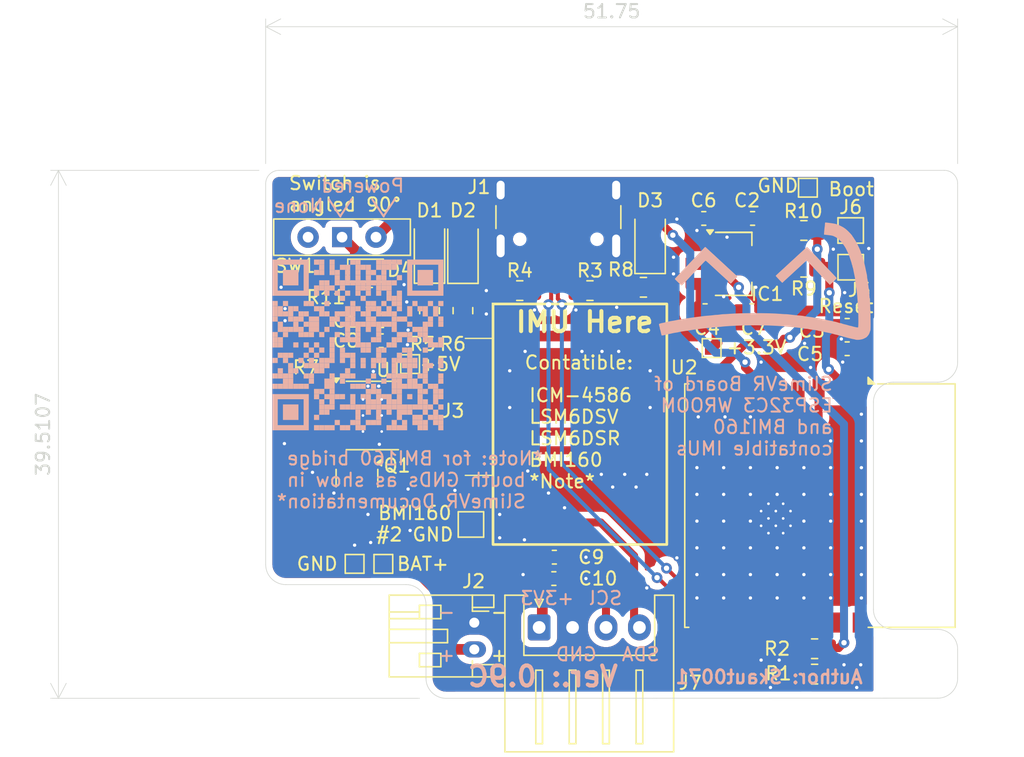
<source format=kicad_pcb>
(kicad_pcb (version 20241229) (generator "pcbnew") (generator_version "9.0")
  (title_block (title "SlimeVR_Board") (date "2025-06-15") (rev "0.9C") (company "Skaut0071"))
  (layers (0 "F.Cu" signal) (2 "B.Cu" signal) (13 "F.Paste" user) (15 "B.Paste" user) (5 "F.SilkS" user "F.Silkscreen") (7 "B.SilkS" user "B.Silkscreen") (1 "F.Mask" user) (3 "B.Mask" user) (25 "Edge.Cuts" user))
  (net 0 "")
  (net 1 "+5V")
  (net 2 "Earth")
  (net 3 "Net-(SW1-B)")
  (net 5 "D+")
  (net 6 "D-")
  (net 8 "Net-(J1-CC1)")
  (net 9 "Net-(J1-CC2)")
  (net 10 "+BATT")
  (net 11 "Net-(J5-Pin_1)")
  (net 12 "Net-(J6-Pin_1)")
  (net 13 "Net-(U2-IO3)")
  (net 14 "Net-(U1-~{CHRG})")
  (net 15 "Net-(D1-K)")
  (net 16 "Net-(D2-K)")
  (net 17 "Net-(U1-~{STDBY})")
  (net 18 "Net-(U1-PROG)")
  (net 19 "Net-(D3-K)")
  (net 23 "Net-(D3-A)")
  (net 27 "+3.3V")
  (net 28 "Net-(D4-K)")
  (net 32 "Net-(J3-Pin_4)")
  (net 33 "Net-(J3-Pin_3)")
  (footprint "Package_SO:SOIC-8-1EP_3.9x4.9mm_P1.27mm_EP2.41x3.3mm_ThermalVias" (layer "F.Cu") (at 41.225 44.095)
    (property "Reference" "U1")
    (property "Value" "TP4056-42-ESOP8" (hide yes))
  )
  (footprint "Resistor_SMD:R_0805_2012Metric_Pad1.20x1.40mm_HandSolder" (layer "F.Cu") (at 52.25 34.75)
    (property "Reference" "R4")
    (property "Value" "5.1k" (hide yes))
  )
  (footprint "Connector_JST:JST_PH_S2B-PH-K_1x02_P2.00mm_Horizontal" (layer "F.Cu") (at 48.85 59.6 -90)
    (property "Reference" "J2")
    (property "Value" "JST-PH" (hide yes))
  )
  (footprint "Resistor_SMD:R_0805_2012Metric_Pad1.20x1.40mm_HandSolder" (layer "F.Cu") (at 74.3 63.45)
    (property "Reference" "R1")
    (property "Value" "47k")
  )
  (footprint "LED_SMD:LED_1206_3216Metric_Pad1.42x1.75mm_HandSolder" (layer "F.Cu") (at 48 31.75 90)
    (property "Reference" "D2")
    (property "Value" "FYLS-1206PGC" (hide yes))
  )
  (footprint "Resistor_SMD:R_0805_2012Metric_Pad1.20x1.40mm_HandSolder" (layer "F.Cu") (at 45.5 36.25 -90)
    (property "Reference" "R5")
    (property "Value" "1k" (hide yes))
  )
  (footprint "Custom:Pin_1x04_SMD_P2.54mm" (layer "F.Cu") (at 46.675 44.075 -90)
    (property "Reference" "J3")
    (property "Value" "SMD_Pads")
  )
  (footprint "LED_SMD:LED_1206_3216Metric_Pad1.42x1.75mm_HandSolder" (layer "F.Cu") (at 62 31.0125 90)
    (property "Reference" "D3")
    (property "Value" "FYLS-1206UWC" (hide yes))
  )
  (footprint "Capacitor_SMD:C_0603_1608Metric_Pad1.08x0.95mm_HandSolder" (layer "F.Cu") (at 66.1125 36.25)
    (property "Reference" "C4")
    (property "Value" "100nF")
  )
  (footprint "Resistor_SMD:R_0805_2012Metric_Pad1.20x1.40mm_HandSolder" (layer "F.Cu") (at 61.5 34.5)
    (property "Reference" "R8")
    (property "Value" "1k" (hide yes))
  )
  (footprint "Resistor_SMD:R_0805_2012Metric_Pad1.20x1.40mm_HandSolder" (layer "F.Cu") (at 41 35.25 180)
    (property "Reference" "R11")
    (property "Value" "5.1k" (hide yes))
  )
  (footprint "Capacitor_SMD:C_0603_1608Metric_Pad1.08x0.95mm_HandSolder" (layer "F.Cu") (at 54.8375 54.7)
    (property "Reference" "C9")
    (property "Value" "1uF")
  )
  (footprint "Resistor_SMD:R_0805_2012Metric_Pad1.20x1.40mm_HandSolder" (layer "F.Cu") (at 48 36.25 -90)
    (property "Reference" "R6")
    (property "Value" "1k" (hide yes))
  )
  (footprint "Capacitor_SMD:C_0603_1608Metric_Pad1.08x0.95mm_HandSolder" (layer "F.Cu") (at 41.8875 38.5)
    (property "Reference" "C8")
    (property "Value" "1uF")
  )
  (footprint "Capacitor_SMD:C_0603_1608Metric_Pad1.08x0.95mm_HandSolder" (layer "F.Cu") (at 76.7375 39.1 180)
    (property "Reference" "C5")
    (property "Value" "100nF")
  )
  (footprint "TestPoint:TestPoint_Pad_1.0x1.0mm" (layer "F.Cu") (at 66.6 39.05)
    (property "Reference" "+3.3V")
    (property "Value" "TestPoint_Pad_1.0x1.0mm" (hide yes))
  )
  (footprint "Resistor_SMD:R_0805_2012Metric_Pad1.20x1.40mm_HandSolder" (layer "F.Cu") (at 74.3 61.55 180)
    (property "Reference" "R2")
    (property "Value" "47k")
  )
  (footprint "Diode_SMD:D_SOD-323" (layer "F.Cu") (at 41 33.25)
    (property "Reference" "D4")
    (property "Value" "1N4148WSQ-7-F")
  )
  (footprint "Resistor_SMD:R_0805_2012Metric_Pad1.20x1.40mm_HandSolder" (layer "F.Cu") (at 39.225 40.345)
    (property "Reference" "R7")
    (property "Value" "1.2k" (hide yes))
  )
  (footprint "LED_SMD:LED_1206_3216Metric_Pad1.42x1.75mm_HandSolder" (layer "F.Cu") (at 45.5 31.7375 90)
    (property "Reference" "D1")
    (property "Value" "FYLS-1206URC" (hide yes))
  )
  (footprint "Capacitor_SMD:C_0603_1608Metric_Pad1.08x0.95mm_HandSolder" (layer "F.Cu") (at 69.6125 36.25)
    (property "Reference" "C7")
    (property "Value" "1uF")
  )
  (footprint "RF_Module:ESP32-C3-WROOM-02" (layer "F.Cu") (at 71.6 50.84 -90)
    (property "Reference" "U2")
    (property "Value" "ESP32-C3-WROOM-02" (hide yes))
  )
  (footprint "Resistor_SMD:R_0805_2012Metric_Pad1.20x1.40mm_HandSolder" (layer "F.Cu") (at 73.5 30.25)
    (property "Reference" "R10")
    (property "Value" "10k" (hide yes))
  )
  (footprint "TestPoint:TestPoint_Pad_1.0x1.0mm" (layer "F.Cu") (at 42.05 55.2)
    (property "Reference" "BAT+")
    (property "Value" "TestPoint_Pad_1.0x1.0mm" (hide yes))
  )
  (footprint "Button_Switch_THT:SW_Slide-03_Wuerth-WS-SLTV_10x2.5x6.4_P2.54mm" (layer "F.Cu") (at 38.96 30.75 180)
    (property "Reference" "SW1")
    (property "Value" "LA215009")
  )
  (footprint "Capacitor_SMD:C_0603_1608Metric_Pad1.08x0.95mm_HandSolder" (layer "F.Cu") (at 69.6625 29.35 180)
    (property "Reference" "C2")
    (property "Value" "100nF")
  )
  (footprint "Package_TO_SOT_SMD:SOT-89-3_Handsoldering" (layer "F.Cu") (at 68.25 32.75)
    (property "Reference" "IC1")
    (property "Value" "HT7833" (hide yes))
  )
  (footprint "Resistor_SMD:R_0805_2012Metric_Pad1.20x1.40mm_HandSolder" (layer "F.Cu") (at 57.5 34.75)
    (property "Reference" "R3")
    (property "Value" "5.1k" (hide yes))
  )
  (footprint "Capacitor_SMD:C_0603_1608Metric_Pad1.08x0.95mm_HandSolder" (layer "F.Cu") (at 76.7375 37.35 180)
    (property "Reference" "C3")
    (property "Value" "1uF")
  )
  (footprint "TestPoint:TestPoint_Pad_1.5x1.5mm" (layer "F.Cu") (at 77 30.25)
    (property "Reference" "J6")
    (property "Value" "Conn_01x01_Pin" (hide yes))
  )
  (footprint "Capacitor_SMD:C_0603_1608Metric_Pad1.08x0.95mm_HandSolder" (layer "F.Cu") (at 54.8 56.3)
    (property "Reference" "C10")
    (property "Value" "100nF")
  )
  (footprint "Connector_USB:USB_C_Receptacle_GCT_USB4105-xx-A_16P_TopMnt_Horizontal" (layer "F.Cu") (at 55.14 28.3 180)
    (property "Reference" "J1")
    (property "Value" "USB_C_Receptacle_USB2.0_16P" (hide yes))
  )
  (footprint "Resistor_SMD:R_0805_2012Metric_Pad1.20x1.40mm_HandSolder" (layer "F.Cu") (at 73.5 33)
    (property "Reference" "R9")
    (property "Value" "10k" (hide yes))
  )
  (footprint "TestPoint:TestPoint_Pad_1.0x1.0mm" (layer "F.Cu") (at 39.9 55.2)
    (property "Reference" "GND")
    (property "Value" "TestPoint_Pad_1.0x1.0mm" (hide yes))
  )
  (footprint "TestPoint:TestPoint_Pad_1.5x1.5mm" (layer "F.Cu") (at 77 33)
    (property "Reference" "J5")
    (property "Value" "Conn_01x01_Pin" (hide yes))
  )
  (footprint "TestPoint:TestPoint_Pad_1.0x1.0mm" (layer "F.Cu") (at 44.05 40.25)
    (property "Reference" "+5V")
    (property "Value" "TestPoint_Pad_1.0x1.0mm" (hide yes))
  )
  (footprint "Package_TO_SOT_SMD:SOT-23" (layer "F.Cu") (at 40.075 48.7825 -90)
    (property "Reference" "Q1")
    (property "Value" "DMP3099L-7" (hide yes))
  )
  (footprint "TestPoint:TestPoint_Pad_1.0x1.0mm" (layer "F.Cu") (at 73.8 27.05)
    (property "Reference" "GND")
    (property "Value" "TestPoint_Pad_1.0x1.0mm" (hide yes))
  )
  (footprint "Capacitor_SMD:C_0603_1608Metric_Pad1.08x0.95mm_HandSolder" (layer "F.Cu") (at 66.0125 29.35 180)
    (property "Reference" "C6")
    (property "Value" "1uF")
  )
  (footprint "Capacitor_SMD:C_0603_1608Metric_Pad1.08x0.95mm_HandSolder" (layer "F.Cu") (at 41.9125 37)
    (property "Reference" "C1")
    (property "Value" "100nF")
  )
  (footprint "Connector_JST:JST_XH_S4B-XH-A_1x04_P2.50mm_Horizontal" (layer "F.Cu") (at 53.7 59.955)
    (property "Reference" "J7")
    (property "Value" "JTX-HX")
  )
  (footprint "TestPoint:TestPoint_Pad_1.5x1.5mm" (layer "F.Cu") (at 48.6 52.25)
    (property "Reference" "BMI160\n#2 GND")
    (property "Value" "TestPoint_Pad_1.5x1.5mm" (hide yes))
  )
  (gr_rect (start 50.25 35.75) (end 63.25 53.75) (stroke (width 0.2)) (fill no) (layer "F.SilkS"))
  (gr_poly (pts (xy 39.571951 38.620731) (xy 39.184756 38.620731) (xy 39.184756 38.233536) (xy 39.571951 38.233536)) (fill yes) (layer "B.SilkS"))
  (gr_poly (pts (xy 41.895122 42.492682) (xy 41.507927 42.492682) (xy 41.507927 42.105487) (xy 41.895122 42.105487)) (fill yes) (layer "B.SilkS"))
  (gr_poly (pts (xy 41.120731 42.879878) (xy 40.733537 42.879878) (xy 40.733537 42.492682) (xy 41.120731 42.492682)) (fill yes) (layer "B.SilkS"))
  (gr_poly (pts (xy 39.571951 34.361585) (xy 39.184756 34.361585) (xy 39.184756 33.97439) (xy 39.571951 33.97439)) (fill yes) (layer "B.SilkS"))
  (gr_poly (pts (xy 46.541463 42.879878) (xy 46.154268 42.879878) (xy 46.154268 42.492682) (xy 46.541463 42.492682)) (fill yes) (layer "B.SilkS"))
  (gr_poly (pts (xy 43.056707 44.815853) (xy 42.669512 44.815853) (xy 42.669512 44.428658) (xy 43.056707 44.428658)) (fill yes) (layer "B.SilkS"))
  (gr_poly (pts (xy 36.861586 40.556707) (xy 36.47439 40.556707) (xy 36.47439 40.169512) (xy 36.861586 40.169512)) (fill yes) (layer "B.SilkS"))
  (gr_poly (pts (xy 34.92561 40.169512) (xy 34.538415 40.169512) (xy 34.538415 39.782316) (xy 34.92561 39.782316)) (fill yes) (layer "B.SilkS"))
  (gr_poly (pts (xy 34.92561 35.910365) (xy 34.538415 35.910365) (xy 34.538415 35.523171) (xy 34.92561 35.523171)) (fill yes) (layer "B.SilkS"))
  (gr_poly (pts (xy 37.24878 34.74878) (xy 36.861586 34.74878) (xy 36.861586 34.361585) (xy 37.24878 34.361585)) (fill yes) (layer "B.SilkS"))
  (gr_poly (pts (xy 41.120731 36.684755) (xy 40.733537 36.684755) (xy 40.733537 36.297561) (xy 41.120731 36.297561)) (fill yes) (layer "B.SilkS"))
  (gr_poly (pts (xy 44.605488 37.846341) (xy 44.218293 37.846341) (xy 44.218293 37.459146) (xy 44.605488 37.459146)) (fill yes) (layer "B.SilkS"))
  (gr_poly (pts (xy 43.443902 42.105487) (xy 43.056707 42.105487) (xy 43.056707 41.718292) (xy 43.443902 41.718292)) (fill yes) (layer "B.SilkS"))
  (gr_poly (pts (xy 38.797561 34.361585) (xy 38.410366 34.361585) (xy 38.410366 33.97439) (xy 38.797561 33.97439)) (fill yes) (layer "B.SilkS"))
  (gr_poly (pts (xy 41.507927 34.361585) (xy 41.120731 34.361585) (xy 41.120731 33.97439) (xy 41.507927 33.97439)) (fill yes) (layer "B.SilkS"))
  (gr_poly (pts (xy 41.120731 33.2) (xy 40.733537 33.2) (xy 40.733537 32.812804) (xy 41.120731 32.812804)) (fill yes) (layer "B.SilkS"))
  (gr_poly (pts (xy 43.831097 38.233536) (xy 43.443902 38.233536) (xy 43.443902 37.846341) (xy 43.831097 37.846341)) (fill yes) (layer "B.SilkS"))
  (gr_poly (pts (xy 35.312805 37.846341) (xy 34.92561 37.846341) (xy 34.92561 37.459146) (xy 35.312805 37.459146)) (fill yes) (layer "B.SilkS"))
  (gr_poly (pts (xy 46.541463 38.620731) (xy 46.154268 38.620731) (xy 46.154268 38.233536) (xy 46.541463 38.233536)) (fill yes) (layer "B.SilkS"))
  (gr_poly (pts (xy 40.346342 44.041463) (xy 39.959146 44.041463) (xy 39.959146 43.654267) (xy 40.346342 43.654267)) (fill yes) (layer "B.SilkS"))
  (gr_poly (pts (xy 36.861586 39.395122) (xy 36.47439 39.395122) (xy 36.47439 39.007927) (xy 36.861586 39.007927)) (fill yes) (layer "B.SilkS"))
  (gr_poly (pts (xy 34.92561 39.782316) (xy 34.538415 39.782316) (xy 34.538415 39.395122) (xy 34.92561 39.395122)) (fill yes) (layer "B.SilkS"))
  (gr_poly (pts (xy 34.92561 41.718292) (xy 34.538415 41.718292) (xy 34.538415 41.331097) (xy 34.92561 41.331097)) (fill yes) (layer "B.SilkS"))
  (gr_poly (pts (xy 73.741491 31.486156) (xy 73.746476 31.489143) (xy 73.753115 31.493999) (xy 73.761304 31.500628) (xy 73.78192 31.518812) (xy 73.807496 31.542907) (xy 73.837207 31.572128) (xy 73.870225 31.60569) (xy 73.905723 31.642807) (xy 73.942876 31.682695) (xy 74.105814 31.856438) (xy 74.181744 31.936695) (xy 74.240972 31.998431) (xy 74.436984 32.202822) (xy 74.883028 32.675765) (xy 75.091827 32.89603) (xy 75.21993 33.030306) (xy 75.393728 33.21138) (xy 75.606222 33.435118) (xy 75.897264 33.744681) (xy 75.90282 33.75131) (xy 75.908223 33.757938) (xy 75.913446 33.764525) (xy 75.918459 33.771029) (xy 75.923234 33.777409) (xy 75.927743 33.783624) (xy 75.931958 33.789633) (xy 75.935849 33.795393) (xy 75.939389 33.800864) (xy 75.94255 33.806004) (xy 75.945302 33.810772) (xy 75.947617 33.815126) (xy 75.949468 33.819026) (xy 75.950825 33.82243) (xy 75.95166 33.825296) (xy 75.951872 33.826515) (xy 75.951944 33.827584) (xy 75.950622 33.830767) (xy 75.946742 33.836262) (xy 75.931825 33.853684) (xy 75.908226 33.878836) (xy 75.876979 33.910707) (xy 75.839117 33.948283) (xy 75.795674 33.99055) (xy 75.696179 34.085111) (xy 75.44218 34.323237) (xy 75.304596 34.178597) (xy 74.997681 33.85757) (xy 74.653722 33.497737) (xy 74.582202 33.421311) (xy 74.515477 33.350672) (xy 74.460989 33.293594) (xy 74.42618 33.257848) (xy 74.27625 33.097334) (xy 74.058272 32.864638) (xy 73.963369 32.764424) (xy 73.880477 32.677749) (xy 73.811557 32.6067) (xy 73.758575 32.553367) (xy 73.723494 32.519836) (xy 73.713279 32.511149) (xy 73.710111 32.508939) (xy 73.708277 32.508195) (xy 73.703666 32.509519) (xy 73.69644 32.513497) (xy 73.674102 32.529444) (xy 73.641181 32.556099) (xy 73.597593 32.593523) (xy 73.543257 32.641778) (xy 73.47809 32.700927) (xy 73.314929 32.852153) (xy 73.225027 32.935965) (xy 73.136777 33.017297) (xy 73.00625 33.136139) (xy 72.959782 33.178362) (xy 72.904385 33.229184) (xy 72.794583 33.330167) (xy 72.69823 33.421228) (xy 72.656917 33.459896) (xy 72.640219 33.475271) (xy 72.627014 33.487153) (xy 72.397708 33.697056) (xy 72.22628 33.853573) (xy 72.089909 33.979499) (xy 71.991903 34.071359) (xy 71.95832 34.103429) (xy 71.935568 34.125681) (xy 71.931563 34.129915) (xy 71.927504 34.134007) (xy 71.923419 34.13794) (xy 71.919336 34.141694) (xy 71.915284 34.145251) (xy 71.911292 34.148594) (xy 71.907387 34.151705) (xy 71.903599 34.154565) (xy 71.899955 34.157156) (xy 71.896485 34.15946) (xy 71.893216 34.161459) (xy 71.890177 34.163136) (xy 71.887396 34.164471) (xy 71.884902 34.165448) (xy 71.883772 34.165795) (xy 71.882724 34.166047) (xy 71.881761 34.166199) (xy 71.880889 34.16625) (xy 71.874438 34.162411) (xy 71.861527 34.151409) (xy 71.819263 34.111019) (xy 71.759966 34.051281) (xy 71.689507 33.978396) (xy 71.538584 33.817993) (xy 71.469861 33.742876) (xy 71.413458 33.679417) (xy 71.402123 33.666477) (xy 71.397932 33.661015) (xy 71.395213 33.655605) (xy 71.39452 33.652773) (xy 71.394333 33.649781) (xy 71.394698 33.646568) (xy 71.39566 33.643078) (xy 71.399561 33.635032) (xy 71.406402 33.625177) (xy 71.416551 33.613049) (xy 71.430373 33.598182) (xy 71.448237 33.58011) (xy 71.470509 33.55837) (xy 71.611014 33.425417) (xy 71.644031 33.394191) (xy 71.700531 33.342294) (xy 71.850902 33.204931) (xy 71.936479 33.128202) (xy 72.024866 33.047504) (xy 72.105647 32.972759) (xy 72.168402 32.913889) (xy 72.421961 32.679733) (xy 72.715208 32.411181) (xy 72.786095 32.346496) (xy 72.851028 32.286606) (xy 72.902732 32.238292) (xy 72.92135 32.220595) (xy 72.933931 32.208334) (xy 72.975051 32.16939) (xy 73.053875 32.096547) (xy 73.279653 31.890834) (xy 73.511603 31.678285) (xy 73.598144 31.598138) (xy 73.628557 31.569516) (xy 73.648305 31.550403) (xy 73.655594 31.543856) (xy 73.662878 31.53747) (xy 73.67011 31.53128) (xy 73.677244 31.525323) (xy 73.684233 31.519634) (xy 73.691032 31.51425) (xy 73.697592 31.509207) (xy 73.703868 31.504542) (xy 73.709813 31.50029) (xy 73.715382 31.496487) (xy 73.720526 31.493171) (xy 73.7252 31.490376) (xy 73.729357 31.488139) (xy 73.732951 31.486497) (xy 73.734522 31.48591) (xy 73.735935 31.485485) (xy 73.737184 31.485226) (xy 73.738263 31.485139)) (fill yes) (layer "B.SilkS"))
  (gr_poly (pts (xy 37.24878 40.943902) (xy 36.861586 40.943902) (xy 36.861586 40.556707) (xy 37.24878 40.556707)) (fill yes) (layer "B.SilkS"))
  (gr_poly (pts (xy 46.154268 36.297561) (xy 45.767073 36.297561) (xy 45.767073 35.910365) (xy 46.154268 35.910365)) (fill yes) (layer "B.SilkS"))
  (gr_poly (pts (xy 45.767073 34.361585) (xy 44.605488 34.361585) (xy 44.605488 33.2) (xy 45.767073 33.2)) (fill yes) (layer "B.SilkS"))
  (gr_poly (pts (xy 46.154268 39.007927) (xy 45.767073 39.007927) (xy 45.767073 38.620731) (xy 46.154268 38.620731)) (fill yes) (layer "B.SilkS"))
  (gr_poly (pts (xy 42.669512 33.2) (xy 42.282317 33.2) (xy 42.282317 32.812804) (xy 42.669512 32.812804)) (fill yes) (layer "B.SilkS"))
  (gr_poly (pts (xy 38.02317 37.846341) (xy 37.635976 37.846341) (xy 37.635976 37.459146) (xy 38.02317 37.459146)) (fill yes) (layer "B.SilkS"))
  (gr_poly (pts (xy 34.92561 37.846341) (xy 34.538415 37.846341) (xy 34.538415 37.459146) (xy 34.92561 37.459146)) (fill yes) (layer "B.SilkS"))
  (gr_poly (pts (xy 41.895122 34.74878) (xy 41.507927 34.74878) (xy 41.507927 34.361585) (xy 41.895122 34.361585)) (fill yes) (layer "B.SilkS"))
  (gr_poly (pts (xy 38.410366 32.812804) (xy 38.02317 32.812804) (xy 38.02317 32.425609) (xy 38.410366 32.425609)) (fill yes) (layer "B.SilkS"))
  (gr_poly (pts (xy 38.410366 39.007927) (xy 38.02317 39.007927) (xy 38.02317 38.620731) (xy 38.410366 38.620731)) (fill yes) (layer "B.SilkS"))
  (gr_poly (pts (xy 40.346342 36.297561) (xy 39.959146 36.297561) (xy 39.959146 35.910365) (xy 40.346342 35.910365)) (fill yes) (layer "B.SilkS"))
  (gr_poly (pts (xy 42.282317 34.361585) (xy 41.895122 34.361585) (xy 41.895122 33.97439) (xy 42.282317 33.97439)) (fill yes) (layer "B.SilkS"))
  (gr_poly (pts (xy 43.056707 40.943902) (xy 42.669512 40.943902) (xy 42.669512 40.556707) (xy 43.056707 40.556707)) (fill yes) (layer "B.SilkS"))
  (gr_poly (pts (xy 40.346342 35.135975) (xy 39.959146 35.135975) (xy 39.959146 34.74878) (xy 40.346342 34.74878)) (fill yes) (layer "B.SilkS"))
  (gr_poly (pts (xy 40.733537 39.395122) (xy 40.346342 39.395122) (xy 40.346342 39.007927) (xy 40.733537 39.007927)) (fill yes) (layer "B.SilkS"))
  (gr_poly (pts (xy 43.056707 42.105487) (xy 42.669512 42.105487) (xy 42.669512 41.718292) (xy 43.056707 41.718292)) (fill yes) (layer "B.SilkS"))
  (gr_poly (pts (xy 46.154268 43.267073) (xy 45.767073 43.267073) (xy 45.767073 42.879878) (xy 46.154268 42.879878)) (fill yes) (layer "B.SilkS"))
  (gr_poly (pts (xy 34.151219 35.910365) (xy 33.764024 35.910365) (xy 33.764024 35.523171) (xy 34.151219 35.523171)) (fill yes) (layer "B.SilkS"))
  (gr_poly (pts (xy 43.056707 37.459146) (xy 42.669512 37.459146) (xy 42.669512 37.071951) (xy 43.056707 37.071951)) (fill yes) (layer "B.SilkS"))
  (gr_poly (pts (xy 66.124841 31.48629) (xy 66.129725 31.487259) (xy 66.134728 31.488927) (xy 66.139898 31.491292) (xy 66.145286 31.494352) (xy 66.15094 31.498106) (xy 66.156909 31.50255) (xy 66.163242 31.507684) (xy 66.177199 31.520011) (xy 66.193201 31.535073) (xy 66.232916 31.573334) (xy 66.393871 31.723485) (xy 66.517178 31.837008) (xy 66.663305 31.970209) (xy 66.735211 32.034894) (xy 66.800668 32.094783) (xy 66.852565 32.143097) (xy 66.871206 32.160795) (xy 66.883791 32.173056) (xy 66.911242 32.199349) (xy 66.952583 32.237879) (xy 67.001862 32.283685) (xy 67.053124 32.331806) (xy 67.440519 32.686348) (xy 67.586177 32.820954) (xy 67.696944 32.924473) (xy 67.791615 33.013136) (xy 67.893397 33.107256) (xy 68.006754 33.210967) (xy 68.136152 33.328403) (xy 68.238017 33.422992) (xy 68.374277 33.550654) (xy 68.533027 33.704112) (xy 68.42543 33.815237) (xy 68.357355 33.887473) (xy 68.288288 33.96186) (xy 68.206653 34.051129) (xy 68.100875 34.168015) (xy 68.096188 34.17324) (xy 68.091414 34.178315) (xy 68.086588 34.183215) (xy 68.081747 34.187913) (xy 68.076927 34.192384) (xy 68.072163 34.196602) (xy 68.067492 34.20054) (xy 68.062951 34.204174) (xy 68.058575 34.207477) (xy 68.0544 34.210423) (xy 68.050463 34.212987) (xy 68.0468 34.215143) (xy 68.043448 34.216865) (xy 68.040441 34.218127) (xy 68.039079 34.218577) (xy 68.037817 34.218903) (xy 68.036659 34.2191) (xy 68.035611 34.219167) (xy 68.033344 34.218862) (xy 68.030536 34.217968) (xy 68.027228 34.216516) (xy 68.023457 34.214537) (xy 68.019262 34.212061) (xy 68.014682 34.209121) (xy 68.009756 34.205747) (xy 68.004522 34.201969) (xy 67.993288 34.193329) (xy 67.981288 34.183448) (xy 67.968834 34.172575) (xy 67.956236 34.160959) (xy 67.84343 34.053857) (xy 67.670265 33.892847) (xy 67.482218 33.719931) (xy 67.324763 33.577112) (xy 67.303479 33.558391) (xy 67.279839 33.537149) (xy 67.228631 33.49024) (xy 67.132499 33.400723) (xy 67.076165 33.347503) (xy 66.994034 33.271297) (xy 66.79736 33.090278) (xy 66.623617 32.930205) (xy 66.566181 32.876958) (xy 66.539832 32.852153) (xy 66.495842 32.810485) (xy 66.44224 32.760899) (xy 66.323977 32.653936) (xy 66.268204 32.604537) (xy 66.220597 32.563178) (xy 66.185598 32.53385) (xy 66.174216 32.524944) (xy 66.167653 32.520542) (xy 66.162515 32.517904) (xy 66.157224 32.516391) (xy 66.151092 32.51667) (xy 66.143427 32.519412) (xy 66.13354 32.525285) (xy 66.120741 32.53496) (xy 66.083647 32.568387) (xy 66.026627 32.625049) (xy 65.944162 32.710298) (xy 65.680819 32.987972) (xy 65.475546 33.205592) (xy 65.385395 33.300263) (xy 65.319222 33.368972) (xy 65.255887 33.435091) (xy 65.171055 33.524856) (xy 64.980555 33.727042) (xy 64.854888 33.861731) (xy 64.743836 33.98005) (xy 64.647459 34.081997) (xy 64.565821 34.167573) (xy 64.498982 34.236778) (xy 64.447006 34.289612) (xy 64.409954 34.326075) (xy 64.397044 34.338167) (xy 64.387889 34.346167) (xy 64.380618 34.351649) (xy 64.373633 34.355879) (xy 64.366347 34.358387) (xy 64.358178 34.358707) (xy 64.348541 34.356371) (xy 64.336853 34.350911) (xy 64.322529 34.341859) (xy 64.304986 34.328749) (xy 64.283639 34.311111) (xy 64.257905 34.288479) (xy 64.190939 34.22636) (xy 64.099417 34.138652) (xy 63.978666 34.021611) (xy 63.924888 33.969687) (xy 63.903764 33.949089) (xy 63.886448 33.931322) (xy 63.87921 33.923327) (xy 63.872915 33.91583) (xy 63.867559 33.908762) (xy 63.863138 33.902053) (xy 63.859651 33.895633) (xy 63.857093 33.889434) (xy 63.855462 33.883384) (xy 63.854753 33.877414) (xy 63.854964 33.871454) (xy 63.856092 33.865435) (xy 63.858134 33.859287) (xy 63.861085 33.85294) (xy 63.864944 33.846324) (xy 63.869706 33.83937) (xy 63.875368 33.832007) (xy 63.881928 33.824166) (xy 63.897726 33.806772) (xy 63.917075 33.786629) (xy 63.966319 33.735862) (xy 64.086263 33.609523) (xy 64.177159 33.512867) (xy 64.274999 33.407778) (xy 64.468366 33.202285) (xy 64.547107 33.119548) (xy 64.599555 33.065584) (xy 65.139305 32.499376) (xy 65.59968 32.014306) (xy 65.84905 31.751486) (xy 66.01243 31.578625) (xy 66.04983 31.538173) (xy 66.064923 31.522311) (xy 66.078135 31.509337) (xy 66.084158 31.503929) (xy 66.089858 31.499237) (xy 66.095285 31.49526) (xy 66.100487 31.491995) (xy 66.105513 31.48944) (xy 66.110412 31.487595) (xy 66.115234 31.486456) (xy 66.120027 31.486021)) (fill yes) (layer "B.SilkS"))
  (gr_poly (pts (xy 45.379878 36.684755) (xy 44.992682 36.684755) (xy 44.992682 36.297561) (xy 45.379878 36.297561)) (fill yes) (layer "B.SilkS"))
  (gr_poly (pts (xy 45.379878 37.846341) (xy 44.992682 37.846341) (xy 44.992682 37.459146) (xy 45.379878 37.459146)) (fill yes) (layer "B.SilkS"))
  (gr_poly (pts (xy 37.24878 32.812804) (xy 36.861586 32.812804) (xy 36.861586 32.425609) (xy 37.24878 32.425609)) (fill yes) (layer "B.SilkS"))
  (gr_poly (pts (xy 42.669512 45.203048) (xy 42.282317 45.203048) (xy 42.282317 44.815853) (xy 42.669512 44.815853)) (fill yes) (layer "B.SilkS"))
  (gr_poly (pts (xy 37.635976 32.812804) (xy 37.24878 32.812804) (xy 37.24878 32.425609) (xy 37.635976 32.425609)) (fill yes) (layer "B.SilkS"))
  (gr_poly (pts (xy 42.669512 35.523171) (xy 42.282317 35.523171) (xy 42.282317 35.135975) (xy 42.669512 35.135975)) (fill yes) (layer "B.SilkS"))
  (gr_poly (pts (xy 44.605488 35.910365) (xy 44.218293 35.910365) (xy 44.218293 35.523171) (xy 44.605488 35.523171)) (fill yes) (layer "B.SilkS"))
  (gr_poly (pts (xy 46.541463 45.203048) (xy 46.154268 45.203048) (xy 46.154268 44.815853) (xy 46.541463 44.815853)) (fill yes) (layer "B.SilkS"))
  (gr_poly (pts (xy 42.669512 36.684755) (xy 42.282317 36.684755) (xy 42.282317 36.297561) (xy 42.669512 36.297561)) (fill yes) (layer "B.SilkS"))
  (gr_poly (pts (xy 42.282317 42.879878) (xy 41.895122 42.879878) (xy 41.895122 42.492682) (xy 42.282317 42.492682)) (fill yes) (layer "B.SilkS"))
  (gr_poly (pts (xy 44.605488 43.654267) (xy 44.218293 43.654267) (xy 44.218293 43.267073) (xy 44.605488 43.267073)) (fill yes) (layer "B.SilkS"))
  (gr_poly (pts (xy 46.541463 35.135975) (xy 43.831097 35.135975) (xy 43.831097 34.74878) (xy 44.218293 34.74878) (xy 46.154268 34.74878) (xy 46.154268 32.812804) (xy 44.218293 32.812804) (xy 44.218293 34.74878) (xy 43.831097 34.74878) (xy 43.831097 32.425609) (xy 46.541463 32.425609)) (fill yes) (layer "B.SilkS"))
  (gr_poly (pts (xy 38.410366 43.267073) (xy 38.02317 43.267073) (xy 38.02317 42.879878) (xy 38.410366 42.879878)) (fill yes) (layer "B.SilkS"))
  (gr_poly (pts (xy 40.346342 34.361585) (xy 39.959146 34.361585) (xy 39.959146 33.97439) (xy 40.346342 33.97439)) (fill yes) (layer "B.SilkS"))
  (gr_poly (pts (xy 37.24878 39.782316) (xy 36.861586 39.782316) (xy 36.861586 39.395122) (xy 37.24878 39.395122)) (fill yes) (layer "B.SilkS"))
  (gr_poly (pts (xy 39.184756 33.2) (xy 38.797561 33.2) (xy 38.797561 32.812804) (xy 39.184756 32.812804)) (fill yes) (layer "B.SilkS"))
  (gr_poly (pts (xy 46.541463 43.654267) (xy 46.154268 43.654267) (xy 46.154268 43.267073) (xy 46.541463 43.267073)) (fill yes) (layer "B.SilkS"))
  (gr_poly (pts (xy 44.218293 42.879878) (xy 43.831097 42.879878) (xy 43.831097 42.492682) (xy 44.218293 42.492682)) (fill yes) (layer "B.SilkS"))
  (gr_poly (pts (xy 37.635976 34.361585) (xy 37.24878 34.361585) (xy 37.24878 33.97439) (xy 37.635976 33.97439)) (fill yes) (layer "B.SilkS"))
  (gr_poly (pts (xy 45.379878 45.203048) (xy 44.992682 45.203048) (xy 44.992682 44.815853) (xy 45.379878 44.815853)) (fill yes) (layer "B.SilkS"))
  (gr_poly (pts (xy 45.379878 44.041463) (xy 44.992682 44.041463) (xy 44.992682 43.654267) (xy 45.379878 43.654267)) (fill yes) (layer "B.SilkS"))
  (gr_poly (pts (xy 39.959146 43.654267) (xy 39.571951 43.654267) (xy 39.571951 43.267073) (xy 39.959146 43.267073)) (fill yes) (layer "B.SilkS"))
  (gr_poly (pts (xy 34.538415 39.007927) (xy 34.151219 39.007927) (xy 34.151219 38.620731) (xy 34.538415 38.620731)) (fill yes) (layer "B.SilkS"))
  (gr_poly (pts (xy 43.056707 39.007927) (xy 42.669512 39.007927) (xy 42.669512 38.620731) (xy 43.056707 38.620731)) (fill yes) (layer "B.SilkS"))
  (gr_poly (pts (xy 36.087195 38.233536) (xy 35.7 38.233536) (xy 35.7 37.846341) (xy 36.087195 37.846341)) (fill yes) (layer "B.SilkS"))
  (gr_poly (pts (xy 39.571951 45.203048) (xy 39.184756 45.203048) (xy 39.184756 44.815853) (xy 39.571951 44.815853)) (fill yes) (layer "B.SilkS"))
  (gr_poly (pts (xy 45.379878 43.267073) (xy 44.992682 43.267073) (xy 44.992682 42.879878) (xy 45.379878 42.879878)) (fill yes) (layer "B.SilkS"))
  (gr_poly (pts (xy 46.541463 44.428658) (xy 46.154268 44.428658) (xy 46.154268 44.041463) (xy 46.541463 44.041463)) (fill yes) (layer "B.SilkS"))
  (gr_poly (pts (xy 36.861586 38.233536) (xy 36.47439 38.233536) (xy 36.47439 37.846341) (xy 36.861586 37.846341)) (fill yes) (layer "B.SilkS"))
  (gr_poly (pts (xy 37.635976 34.74878) (xy 37.24878 34.74878) (xy 37.24878 34.361585) (xy 37.635976 34.361585)) (fill yes) (layer "B.SilkS"))
  (gr_poly (pts (xy 41.120731 33.587195) (xy 40.733537 33.587195) (xy 40.733537 33.2) (xy 41.120731 33.2)) (fill yes) (layer "B.SilkS"))
  (gr_poly (pts (xy 41.895122 35.135975) (xy 41.507927 35.135975) (xy 41.507927 34.74878) (xy 41.895122 34.74878)) (fill yes) (layer "B.SilkS"))
  (gr_poly (pts (xy 43.443902 35.523171) (xy 43.056707 35.523171) (xy 43.056707 35.135975) (xy 43.443902 35.135975)) (fill yes) (layer "B.SilkS"))
  (gr_poly (pts (xy 36.47439 45.203048) (xy 33.764024 45.203048) (xy 33.764024 44.815853) (xy 34.151219 44.815853) (xy 36.087195 44.815853) (xy 36.087195 42.879878) (xy 34.151219 42.879878) (xy 34.151219 44.815853) (xy 33.764024 44.815853) (xy 33.764024 42.492682) (xy 36.47439 42.492682)) (fill yes) (layer "B.SilkS"))
  (gr_poly (pts (xy 39.184756 37.459146) (xy 38.797561 37.459146) (xy 38.797561 37.071951) (xy 39.184756 37.071951)) (fill yes) (layer "B.SilkS"))
  (gr_poly (pts (xy 41.120731 37.846341) (xy 40.733537 37.846341) (xy 40.733537 37.459146) (xy 41.120731 37.459146)) (fill yes) (layer "B.SilkS"))
  (gr_poly (pts (xy 38.797561 33.97439) (xy 38.410366 33.97439) (xy 38.410366 33.587195) (xy 38.797561 33.587195)) (fill yes) (layer "B.SilkS"))
  (gr_poly (pts (xy 44.992682 45.203048) (xy 44.605488 45.203048) (xy 44.605488 44.815853) (xy 44.992682 44.815853)) (fill yes) (layer "B.SilkS"))
  (gr_poly (pts (xy 44.992682 44.815853) (xy 44.605488 44.815853) (xy 44.605488 44.428658) (xy 44.992682 44.428658)) (fill yes) (layer "B.SilkS"))
  (gr_poly (pts (xy 40.346342 32.812804) (xy 39.959146 32.812804) (xy 39.959146 32.425609) (xy 40.346342 32.425609)) (fill yes) (layer "B.SilkS"))
  (gr_poly (pts (xy 44.218293 44.041463) (xy 43.831097 44.041463) (xy 43.831097 43.654267) (xy 44.218293 43.654267)) (fill yes) (layer "B.SilkS"))
  (gr_poly (pts (xy 38.02317 40.556707) (xy 37.635976 40.556707) (xy 37.635976 40.169512) (xy 38.02317 40.169512)) (fill yes) (layer "B.SilkS"))
  (gr_poly (pts (xy 38.410366 42.492682) (xy 38.02317 42.492682) (xy 38.02317 42.105487) (xy 38.410366 42.105487)) (fill yes) (layer "B.SilkS"))
  (gr_poly (pts (xy 37.24878 33.587195) (xy 36.861586 33.587195) (xy 36.861586 33.2) (xy 37.24878 33.2)) (fill yes) (layer "B.SilkS"))
  (gr_poly (pts (xy 39.959146 42.105487) (xy 39.571951 42.105487) (xy 39.571951 41.718292) (xy 39.959146 41.718292)) (fill yes) (layer "B.SilkS"))
  (gr_poly (pts (xy 37.24878 36.297561) (xy 36.861586 36.297561) (xy 36.861586 35.910365) (xy 37.24878 35.910365)) (fill yes) (layer "B.SilkS"))
  (gr_poly (pts (xy 46.154268 42.879878) (xy 45.767073 42.879878) (xy 45.767073 42.492682) (xy 46.154268 42.492682)) (fill yes) (layer "B.SilkS"))
  (gr_poly (pts (xy 38.410366 41.718292) (xy 38.02317 41.718292) (xy 38.02317 41.331097) (xy 38.410366 41.331097)) (fill yes) (layer "B.SilkS"))
  (gr_poly (pts (xy 45.379878 40.943902) (xy 44.992682 40.943902) (xy 44.992682 40.556707) (xy 45.379878 40.556707)) (fill yes) (layer "B.SilkS"))
  (gr_poly (pts (xy 42.669512 42.879878) (xy 42.282317 42.879878) (xy 42.282317 42.492682) (xy 42.669512 42.492682)) (fill yes) (layer "B.SilkS"))
  (gr_poly (pts (xy 42.669512 37.459146) (xy 42.282317 37.459146) (xy 42.282317 37.071951) (xy 42.669512 37.071951)) (fill yes) (layer "B.SilkS"))
  (gr_poly (pts (xy 42.282317 43.654267) (xy 41.895122 43.654267) (xy 41.895122 43.267073) (xy 42.282317 43.267073)) (fill yes) (layer "B.SilkS"))
  (gr_poly (pts (xy 45.379878 40.169512) (xy 44.992682 40.169512) (xy 44.992682 39.782316) (xy 45.379878 39.782316)) (fill yes) (layer "B.SilkS"))
  (gr_poly (pts (xy 42.669512 39.007927) (xy 42.282317 39.007927) (xy 42.282317 38.620731) (xy 42.669512 38.620731)) (fill yes) (layer "B.SilkS"))
  (gr_poly (pts (xy 37.24878 42.879878) (xy 36.861586 42.879878) (xy 36.861586 42.492682) (xy 37.24878 42.492682)) (fill yes) (layer "B.SilkS"))
  (gr_poly (pts (xy 46.541463 41.718292) (xy 46.154268 41.718292) (xy 46.154268 41.331097) (xy 46.541463 41.331097)) (fill yes) (layer "B.SilkS"))
  (gr_poly (pts (xy 75.146287 29.654664) (xy 75.193664 29.658426) (xy 75.261712 29.665908) (xy 75.475694 29.693028) (xy 75.561484 29.704438) (xy 75.641445 29.716179) (xy 75.71537 29.728251) (xy 75.783052 29.740653) (xy 75.844286 29.753386) (xy 75.898863 29.76645) (xy 75.946577 29.779844) (xy 75.967796 29.786666) (xy 75.987222 29.793569) (xy 76.039836 29.813934) (xy 76.10452 29.841718) (xy 76.176481 29.874588) (xy 76.250923 29.910207) (xy 76.323049 29.946239) (xy 76.388065 29.980349) (xy 76.441174 30.010201) (xy 76.461766 30.0228) (xy 76.477582 30.033459) (xy 76.586943 30.109306) (xy 76.601068 30.11918) (xy 76.615276 30.129756) (xy 76.630972 30.142234) (xy 76.649562 30.157813) (xy 76.672451 30.177691) (xy 76.701046 30.203067) (xy 76.780972 30.275111) (xy 76.802177 30.295005) (xy 76.825758 30.317933) (xy 76.877986 30.370637) (xy 76.93352 30.428714) (xy 76.988228 30.48766) (xy 77.037976 30.542967) (xy 77.078628 30.590131) (xy 77.094251 30.60925) (xy 77.106051 30.624644) (xy 77.113509 30.635748) (xy 77.115449 30.639516) (xy 77.11611 30.642) (xy 77.116395 30.644288) (xy 77.117227 30.647157) (xy 77.118575 30.650569) (xy 77.12041 30.654485) (xy 77.122699 30.658866) (xy 77.125412 30.663673) (xy 77.131986 30.674412) (xy 77.139882 30.68639) (xy 77.148853 30.699299) (xy 77.158651 30.712828) (xy 77.169028 30.726667) (xy 77.179911 30.740341) (xy 77.189946 30.753374) (xy 77.198948 30.765456) (xy 77.20673 30.776277) (xy 77.213107 30.785527) (xy 77.21571 30.789466) (xy 77.217892 30.792896) (xy 77.21963 30.795778) (xy 77.2209 30.798073) (xy 77.221679 30.799744) (xy 77.221877 30.800332) (xy 77.221944 30.80075) (xy 77.222432 30.802453) (xy 77.223866 30.805529) (xy 77.229385 30.815495) (xy 77.238129 30.830051) (xy 77.249725 30.848596) (xy 77.279987 30.895256) (xy 77.317194 30.950681) (xy 77.3477 30.998395) (xy 77.380336 31.052931) (xy 77.414087 31.112345) (xy 77.447943 31.174695) (xy 77.480888 31.238036) (xy 77.511911 31.300427) (xy 77.539999 31.359924) (xy 77.564139 31.414584) (xy 77.566433 31.42033) (xy 77.569265 31.426821) (xy 77.572511 31.433807) (xy 77.576045 31.441042) (xy 77.579746 31.448277) (xy 77.583487 31.455263) (xy 77.587146 31.461754) (xy 77.590598 31.467501) (xy 77.600817 31.485443) (xy 77.612164 31.507191) (xy 77.637451 31.560132) (xy 77.664887 31.622375) (xy 77.692903 31.689971) (xy 77.719926 31.758973) (xy 77.744386 31.825432) (xy 77.764713 31.885401) (xy 77.779334 31.934931) (xy 77.781628 31.942738) (xy 77.78446 31.951412) (xy 77.787705 31.960666) (xy 77.79124 31.970209) (xy 77.79494 31.979752) (xy 77.798682 31.989005) (xy 77.80234 31.99768) (xy 77.805792 32.005487) (xy 77.814281 32.026516) (xy 77.824754 32.053994) (xy 77.849007 32.121021) (xy 77.87326 32.192018) (xy 77.883733 32.224457) (xy 77.892221 32.252431) (xy 77.945139 32.42882) (xy 77.952467 32.45481) (xy 77.959773 32.481957) (xy 77.966874 32.509435) (xy 77.973581 32.536417) (xy 77.97971 32.562076) (xy 77.985074 32.585585) (xy 77.989487 32.606118) (xy 77.992763 32.622848) (xy 77.995061 32.637737) (xy 77.997917 32.652999) (xy 78.001228 32.668178) (xy 78.00489 32.68282) (xy 78.00682 32.689797) (xy 78.0088 32.696469) (xy 78.010816 32.70278) (xy 78.012855 32.708672) (xy 78.014904 32.714088) (xy 78.016951 32.718973) (xy 78.018983 32.723268) (xy 78.020986 32.726917) (xy 78.027676 32.743939) (xy 78.035813 32.769829) (xy 78.045356 32.804525) (xy 78.056264 32.847964) (xy 78.082005 32.960825) (xy 78.112708 33.107917) (xy 78.140764 33.244177) (xy 78.167829 33.3725) (xy 78.191587 33.480979) (xy 78.209722 33.557709) (xy 78.213012 33.573563) (xy 78.216198 33.591608) (xy 78.219179 33.611225) (xy 78.221848 33.631792) (xy 78.224105 33.65269) (xy 78.225845 33.673299) (xy 78.226965 33.692998) (xy 78.227361 33.711167) (xy 78.227919 33.729977) (xy 78.229511 33.751516) (xy 78.232012 33.775039) (xy 78.235299 33.799802) (xy 78.239247 33.825062) (xy 78.243733 33.850073) (xy 78.248632 33.874093) (xy 78.253819 33.896375) (xy 78.259008 33.918234) (xy 78.263907 33.942264) (xy 78.268392 33.967658) (xy 78.27234 33.99361) (xy 78.275626 34.019314) (xy 78.278127 34.043963) (xy 78.279719 34.066753) (xy 78.280277 34.086876) (xy 78.280676 34.105779) (xy 78.28182 34.126315) (xy 78.283625 34.147802) (xy 78.286009 34.169558) (xy 78.28889 34.1909) (xy 78.292183 34.211147) (xy 78.295807 34.229616) (xy 78.29968 34.245625) (xy 78.30329 34.263002) (xy 78.307397 34.285423) (xy 78.316437 34.341757) (xy 78.325477 34.407352) (xy 78.329584 34.441348) (xy 78.333194 34.474931) (xy 78.340663 34.545183) (xy 78.34929 34.620231) (xy 78.358247 34.69098) (xy 78.362592 34.721899) (xy 78.366709 34.748334) (xy 78.384237 34.889583) (xy 78.40375 35.116325) (xy 78.427232 35.454524) (xy 78.456667 35.93014) (xy 78.468786 36.179699) (xy 78.47855 36.459499) (xy 78.48575 36.750833) (xy 78.49018 37.034995) (xy 78.491634 37.293277) (xy 78.489905 37.506973) (xy 78.484785 37.657375) (xy 78.480889 37.702996) (xy 78.476068 37.725778) (xy 78.472055 37.734108) (xy 78.466781 37.746779) (xy 78.460473 37.763171) (xy 78.453359 37.782663) (xy 78.437622 37.828469) (xy 78.429454 37.853543) (xy 78.421388 37.879236) (xy 78.413937 37.901037) (xy 78.406096 37.922179) (xy 78.397805 37.942748) (xy 78.389005 37.962828) (xy 78.379637 37.982505) (xy 78.36964 38.001865) (xy 78.358957 38.020991) (xy 78.347526 38.039971) (xy 78.33529 38.058888) (xy 78.322188 38.077829) (xy 78.30816 38.096878) (xy 78.293149 38.116121) (xy 78.277094 38.135643) (xy 78.259935 38.15553) (xy 78.241614 38.175866) (xy 78.22207 38.196737) (xy 78.204335 38.21503) (xy 78.195731 38.223223) (xy 78.187013 38.230967) (xy 78.177964 38.238401) (xy 78.168368 38.245664) (xy 78.158006 38.252896) (xy 78.146663 38.260237) (xy 78.134121 38.267825) (xy 78.120163 38.275802) (xy 78.087132 38.293475) (xy 78.045832 38.314373) (xy 77.994527 38.339611) (xy 77.96065 38.35492) (xy 77.923517 38.36906) (xy 77.883635 38.381981) (xy 77.84151 38.393631) (xy 77.797648 38.403958) (xy 77.752557 38.41291) (xy 77.706743 38.420436) (xy 77.660711 38.426483) (xy 77.614969 38.431002) (xy 77.570022 38.433939) (xy 77.526378 38.435243) (xy 77.484543 38.434862) (xy 77.445022 38.432745) (xy 77.408324 38.42884) (xy 77.374953 38.423095) (xy 77.345416 38.415459) (xy 77.33154 38.41127) (xy 77.315431 38.40675) (xy 77.297668 38.402065) (xy 77.27883 38.397379) (xy 77.259496 38.392859) (xy 77.240244 38.38867) (xy 77.221654 38.384977) (xy 77.204305 38.381945) (xy 77.18647 38.37891) (xy 77.166464 38.375192) (xy 77.122505 38.36629) (xy 77.077553 38.356396) (xy 77.036736 38.346667) (xy 76.994512 38.336745) (xy 76.94369 38.324178) (xy 76.842708 38.299042) (xy 76.742387 38.274347) (xy 76.691647 38.261339) (xy 76.64868 38.249653) (xy 76.607091 38.237692) (xy 76.55806 38.224077) (xy 76.463472 38.1985) (xy 76.336913 38.164049) (xy 76.211677 38.129268) (xy 76.100332 38.097794) (xy 76.015445 38.073265) (xy 75.998082 38.068076) (xy 75.980718 38.063177) (xy 75.963851 38.058692) (xy 75.947976 38.054744) (xy 75.933589 38.051457) (xy 75.921187 38.048956) (xy 75.915884 38.048038) (xy 75.911264 38.047364) (xy 75.907388 38.046948) (xy 75.904318 38.046806) (xy 75.900978 38.046664) (xy 75.896943 38.046251) (xy 75.886983 38.044684) (xy 75.874833 38.042248) (xy 75.860884 38.039089) (xy 75.829161 38.031179) (xy 75.794959 38.022111) (xy 75.740374 38.004972) (xy 75.687361 37.989176) (xy 75.63534 37.97458) (xy 75.583733 37.961037) (xy 75.53196 37.948404) (xy 75.479443 37.936536) (xy 75.425603 37.925287) (xy 75.369861 37.914515) (xy 75.303108 37.901285) (xy 75.232718 37.886733) (xy 75.114096 37.861598) (xy 75.091073 37.856248) (xy 75.066168 37.850877) (xy 75.040148 37.84563) (xy 75.013776 37.840651) (xy 74.987817 37.836087) (xy 74.963036 37.83208) (xy 74.940198 37.828776) (xy 74.920069 37.82632) (xy 74.902282 37.823519) (xy 74.884929 37.820449) (xy 74.868445 37.817173) (xy 74.853262 37.813752) (xy 74.846295 37.812007) (xy 74.839816 37.810248) (xy 74.83388 37.808485) (xy 74.82854 37.806724) (xy 74.823852 37.804974) (xy 74.819868 37.803241) (xy 74.816645 37.801535) (xy 74.814235 37.799862) (xy 74.812054 37.798499) (xy 74.808861 37.797064) (xy 74.804716 37.795567) (xy 74.799683 37.794019) (xy 74.787198 37.790808) (xy 74.771902 37.787514) (xy 74.754291 37.784221) (xy 74.734861 37.78101) (xy 74.714108 37.777964) (xy 74.692528 37.775167) (xy 74.681914 37.774075) (xy 74.671285 37.772797) (xy 74.660708 37.771353) (xy 74.650249 37.769765) (xy 74.629958 37.766237) (xy 74.610948 37.762379) (xy 74.593757 37.758355) (xy 74.578922 37.754331) (xy 74.572556 37.752371) (xy 74.566981 37.750473) (xy 74.562264 37.748657) (xy 74.558472 37.746945) (xy 74.544733 37.741016) (xy 74.523304 37.734901) (xy 74.492119 37.728248) (xy 74.44911 37.720707) (xy 74.319354 37.701552) (xy 74.117499 37.674626) (xy 74.085015 37.670271) (xy 74.050444 37.665255) (xy 73.979254 37.6539) (xy 73.944745 37.647891) (xy 73.912364 37.641883) (xy 73.883167 37.636041) (xy 73.858208 37.630529) (xy 73.83493 37.625416) (xy 73.810556 37.620717) (xy 73.78581 37.616513) (xy 73.761415 37.612889) (xy 73.738095 37.609927) (xy 73.716574 37.607708) (xy 73.697574 37.606316) (xy 73.681819 37.605834) (xy 73.665658 37.605352) (xy 73.645466 37.60396) (xy 73.622009 37.601741) (xy 73.59605 37.598778) (xy 73.568355 37.595154) (xy 73.539688 37.590951) (xy 73.510815 37.586252) (xy 73.4825 37.581139) (xy 73.417928 37.569753) (xy 73.335022 37.557189) (xy 73.136116 37.531089) (xy 72.929603 37.507965) (xy 72.837188 37.499122) (xy 72.759305 37.492945) (xy 72.701317 37.488811) (xy 72.628777 37.482362) (xy 72.550946 37.47459) (xy 72.477083 37.466487) (xy 72.179399 37.436638) (xy 71.844509 37.410263) (xy 71.460339 37.386864) (xy 71.01482 37.365945) (xy 70.538135 37.350807) (xy 70.021805 37.344723) (xy 69.485052 37.347156) (xy 68.9471 37.357567) (xy 68.427173 37.375419) (xy 67.944495 37.400176) (xy 67.518288 37.431299) (xy 67.167777 37.468251) (xy 67.093308 37.476684) (xy 67.001972 37.485448) (xy 66.905344 37.493551) (xy 66.815 37.5) (xy 66.62009 37.516096) (xy 66.52032 37.525053) (xy 66.435763 37.533514) (xy 66.230711 37.556004) (xy 66.105861 37.569233) (xy 65.985972 37.581139) (xy 65.8695 37.594093) (xy 65.75402 37.608038) (xy 65.653093 37.621323) (xy 65.612323 37.6272) (xy 65.580277 37.632292) (xy 65.520746 37.641993) (xy 65.455923 37.651695) (xy 65.393746 37.660073) (xy 65.36613 37.663353) (xy 65.342152 37.665806) (xy 65.294224 37.671704) (xy 65.241831 37.678594) (xy 65.215873 37.682308) (xy 65.191092 37.686146) (xy 65.168254 37.690066) (xy 65.148125 37.694028) (xy 65.102484 37.7018) (xy 65.042291 37.711226) (xy 64.909999 37.73107) (xy 64.774028 37.749773) (xy 64.63814 37.769572) (xy 64.507543 37.789578) (xy 64.387447 37.808901) (xy 64.283061 37.826654) (xy 64.199593 37.841947) (xy 64.142253 37.853891) (xy 64.125008 37.85833) (xy 64.116249 37.861598) (xy 64.110048 37.863892) (xy 64.099713 37.866724) (xy 64.08574 37.869969) (xy 64.068624 37.873504) (xy 64.048863 37.877204) (xy 64.026953 37.880945) (xy 64.003388 37.884604) (xy 63.978666 37.888056) (xy 63.929935 37.895001) (xy 63.880522 37.902608) (xy 63.830737 37.910876) (xy 63.78089 37.919806) (xy 63.731291 37.929397) (xy 63.68225 37.93965) (xy 63.634077 37.950564) (xy 63.587083 37.96214) (xy 63.549876 37.970573) (xy 63.507708 37.979337) (xy 63.46554 37.98744) (xy 63.428333 37.993889) (xy 63.395628 37.999832) (xy 63.359844 38.007036) (xy 63.321208 38.015439) (xy 63.279946 38.024978) (xy 63.190456 38.04722) (xy 63.093194 38.073265) (xy 63.075521 38.07846) (xy 63.055987 38.083407) (xy 63.035213 38.088023) (xy 63.013819 38.092226) (xy 62.992425 38.095933) (xy 62.971651 38.099061) (xy 62.952117 38.101528) (xy 62.934444 38.103251) (xy 62.856833 38.108542) (xy 62.832138 38.011528) (xy 62.826702 37.990331) (xy 62.821059 37.966963) (xy 62.809649 37.91694) (xy 62.789805 37.82632) (xy 62.785526 37.80691) (xy 62.78071 37.786136) (xy 62.77548 37.764618) (xy 62.769961 37.742976) (xy 62.764277 37.72183) (xy 62.758551 37.701801) (xy 62.752908 37.683507) (xy 62.747472 37.66757) (xy 62.744869 37.659828) (xy 62.742359 37.651854) (xy 62.73766 37.635434) (xy 62.733457 37.618767) (xy 62.729833 37.602306) (xy 62.72687 37.586507) (xy 62.724651 37.571824) (xy 62.723847 37.565043) (xy 62.72326 37.558712) (xy 62.722899 37.552887) (xy 62.722777 37.547625) (xy 62.722696 37.542258) (xy 62.722457 37.536763) (xy 62.722068 37.531181) (xy 62.721537 37.525549) (xy 62.720872 37.519908) (xy 62.72008 37.514294) (xy 62.719169 37.508748) (xy 62.718147 37.503308) (xy 62.717022 37.498013) (xy 62.715801 37.4929) (xy 62.714492 37.488011) (xy 62.713103 37.483382) (xy 62.711642 37.479052) (xy 62.710117 37.475062) (xy 62.708534 37.471448) (xy 62.706902 37.468251) (xy 62.703292 37.459975) (xy 62.699185 37.448682) (xy 62.694748 37.434826) (xy 62.690145 37.418862) (xy 62.685543 37.401243) (xy 62.681105 37.382426) (xy 62.676999 37.362865) (xy 62.673388 37.343014) (xy 62.655749 37.249528) (xy 62.71925 37.223069) (xy 62.733709 37.217637) (xy 62.750255 37.212018) (xy 62.768332 37.206358) (xy 62.78738 37.200801) (xy 62.806841 37.195492) (xy 62.826158 37.190576) (xy 62.844772 37.186197) (xy 62.862125 37.1825) (xy 62.894791 37.176685) (xy 62.93494 37.16872) (xy 63.031899 37.147663) (xy 63.141425 37.121977) (xy 63.251944 37.094306) (xy 63.291818 37.084512) (xy 63.344052 37.072836) (xy 63.470225 37.046901) (xy 63.599706 37.02262) (xy 63.656074 37.013012) (xy 63.701735 37.006112) (xy 63.744703 36.999387) (xy 63.795442 36.990678) (xy 63.895763 36.972597) (xy 64.125069 36.926737) (xy 64.252455 36.90353) (xy 64.407291 36.877347) (xy 64.581971 36.849841) (xy 64.768888 36.822667) (xy 64.941309 36.79687) (xy 65.095208 36.775042) (xy 65.269089 36.750403) (xy 65.437182 36.727417) (xy 65.593038 36.707077) (xy 65.730208 36.690375) (xy 65.886533 36.670973) (xy 66.038888 36.65157) (xy 66.114625 36.643109) (xy 66.209545 36.634151) (xy 66.31174 36.625525) (xy 66.409305 36.618056) (xy 66.504086 36.610339) (xy 66.598702 36.601299) (xy 66.682404 36.592259) (xy 66.744444 36.584542) (xy 66.769603 36.58067) (xy 66.796892 36.577046) (xy 66.825462 36.573752) (xy 66.854466 36.570872) (xy 66.883057 36.568488) (xy 66.910387 36.566683) (xy 66.935609 36.565539) (xy 66.957874 36.565139) (xy 66.981343 36.564581) (xy 67.01002 36.56299) (xy 67.042831 36.560488) (xy 67.078701 36.557202) (xy 67.15532 36.548768) (xy 67.193919 36.543869) (xy 67.231278 36.538681) (xy 67.268684 36.533493) (xy 67.308613 36.528594) (xy 67.349782 36.524108) (xy 67.390909 36.52016) (xy 67.430714 36.516874) (xy 67.467914 36.514372) (xy 67.501228 36.512781) (xy 67.529374 36.512223) (xy 67.560749 36.511665) (xy 67.602107 36.510073) (xy 67.707748 36.504285) (xy 67.83224 36.495852) (xy 67.961527 36.485765) (xy 68.322163 36.463771) (xy 68.77592 36.448061) (xy 69.2914 36.438636) (xy 69.837203 36.435494) (xy 70.381931 36.438636) (xy 70.894186 36.448061) (xy 71.342568 36.463771) (xy 71.69568 36.485765) (xy 71.82235 36.495852) (xy 71.944389 36.504285) (xy 72.047907 36.510073) (xy 72.08838 36.511665) (xy 72.119013 36.512223) (xy 72.147225 36.512708) (xy 72.18199 36.514124) (xy 72.221922 36.516408) (xy 72.265637 36.519498) (xy 72.311749 36.523333) (xy 72.358875 36.527849) (xy 72.405628 36.532986) (xy 72.450624 36.538681) (xy 72.655208 36.562714) (xy 72.851689 36.584101) (xy 73.037255 36.602181) (xy 73.209096 36.616292) (xy 73.246365 36.619324) (xy 73.284668 36.623017) (xy 73.322888 36.627206) (xy 73.359909 36.631726) (xy 73.394615 36.636412) (xy 73.42589 36.641097) (xy 73.452617 36.645617) (xy 73.47368 36.649806) (xy 73.520065 36.658846) (xy 73.580174 36.669209) (xy 73.646568 36.679571) (xy 73.711804 36.688611) (xy 73.917464 36.716283) (xy 74.006051 36.728919) (xy 74.084427 36.740646) (xy 74.152055 36.751381) (xy 74.208396 36.761041) (xy 74.252913 36.769544) (xy 74.285069 36.776806) (xy 74.300682 36.780096) (xy 74.318032 36.783283) (xy 74.336538 36.786263) (xy 74.355624 36.788933) (xy 74.37471 36.791189) (xy 74.393217 36.792929) (xy 74.410566 36.794049) (xy 74.42618 36.794445) (xy 74.452535 36.795399) (xy 74.483562 36.798441) (xy 74.520624 36.803839) (xy 74.565087 36.811863) (xy 74.618313 36.82278) (xy 74.681669 36.83686) (xy 74.844222 36.875583) (xy 74.865864 36.880696) (xy 74.888044 36.885395) (xy 74.910141 36.889598) (xy 74.931535 36.893222) (xy 74.951606 36.896185) (xy 74.969734 36.898404) (xy 74.985299 36.899796) (xy 74.991927 36.900156) (xy 74.997681 36.900278) (xy 75.00317 36.90038) (xy 75.009022 36.900678) (xy 75.015183 36.901162) (xy 75.021603 36.901822) (xy 75.035011 36.903627) (xy 75.048833 36.906011) (xy 75.062655 36.908891) (xy 75.076063 36.912184) (xy 75.088645 36.915808) (xy 75.094497 36.917719) (xy 75.099986 36.91968) (xy 75.123943 36.927156) (xy 75.158029 36.936162) (xy 75.201127 36.946408) (xy 75.252122 36.957605) (xy 75.309896 36.969463) (xy 75.373334 36.981693) (xy 75.44132 36.994006) (xy 75.512737 37.006112) (xy 75.533641 37.009725) (xy 75.554959 37.013856) (xy 75.576112 37.018359) (xy 75.596521 37.023089) (xy 75.615606 37.027902) (xy 75.63279 37.032652) (xy 75.647494 37.037196) (xy 75.653735 37.039346) (xy 75.659139 37.041389) (xy 75.669657 37.044679) (xy 75.681105 37.047866) (xy 75.69309 37.050846) (xy 75.70522 37.053516) (xy 75.717102 37.055773) (xy 75.728344 37.057512) (xy 75.733601 37.058156) (xy 75.738551 37.058632) (xy 75.743145 37.058927) (xy 75.747333 37.059028) (xy 75.7556 37.059498) (xy 75.766419 37.060882) (xy 75.795179 37.066249) (xy 75.832537 37.074841) (xy 75.87742 37.086369) (xy 75.928752 37.100542) (xy 75.985458 37.117071) (xy 76.046463 37.135668) (xy 76.110694 37.156042) (xy 76.127564 37.16123) (xy 76.144786 37.166129) (xy 76.161885 37.170615) (xy 76.178383 37.174563) (xy 76.193807 37.177849) (xy 76.20768 37.18035) (xy 76.213887 37.181268) (xy 76.219528 37.181942) (xy 76.224543 37.182358) (xy 76.228874 37.1825) (xy 76.233103 37.182622) (xy 76.237818 37.182982) (xy 76.242967 37.18357) (xy 76.248498 37.184374) (xy 76.260501 37.186593) (xy 76.273413 37.189556) (xy 76.286821 37.19318) (xy 76.300312 37.197383) (xy 76.30696 37.199676) (xy 76.313472 37.202082) (xy 76.319799 37.204592) (xy 76.325888 37.207195) (xy 76.350397 37.216686) (xy 76.37875 37.22657) (xy 76.410659 37.236743) (xy 76.445833 37.247103) (xy 76.483984 37.257545) (xy 76.524822 37.267966) (xy 76.568058 37.278264) (xy 76.613402 37.288334) (xy 76.650664 37.297346) (xy 76.699833 37.310162) (xy 76.754293 37.325292) (xy 76.78144 37.333261) (xy 76.80743 37.34125) (xy 76.834167 37.34924) (xy 76.862249 37.357208) (xy 76.890867 37.36497) (xy 76.919217 37.372339) (xy 76.946492 37.379129) (xy 76.971885 37.385155) (xy 76.994592 37.390229) (xy 77.013805 37.394167) (xy 77.031437 37.397543) (xy 77.048367 37.401002) (xy 77.064221 37.404461) (xy 77.078629 37.407837) (xy 77.091217 37.411048) (xy 77.101614 37.414011) (xy 77.105875 37.415374) (xy 77.109448 37.416643) (xy 77.112287 37.417809) (xy 77.114347 37.418862) (xy 77.119661 37.421265) (xy 77.128751 37.424446) (xy 77.156818 37.43278) (xy 77.195675 37.443139) (xy 77.242449 37.454801) (xy 77.348255 37.479137) (xy 77.40154 37.490365) (xy 77.45125 37.5) (xy 77.460383 37.501531) (xy 77.469247 37.502815) (xy 77.477822 37.503857) (xy 77.486086 37.504658) (xy 77.49402 37.505222) (xy 77.501603 37.505551) (xy 77.508814 37.505647) (xy 77.515631 37.505513) (xy 77.522036 37.505151) (xy 77.528006 37.504565) (xy 77.533522 37.503757) (xy 77.538562 37.502729) (xy 77.543106 37.501484) (xy 77.547134 37.500025) (xy 77.548947 37.499215) (xy 77.550624 37.498353) (xy 77.552161 37.497439) (xy 77.553555 37.496473) (xy 77.558226 37.48313) (xy 77.562316 37.45282) (xy 77.568741 37.348003) (xy 77.57281 37.195437) (xy 77.574501 37.008537) (xy 77.570671 36.585397) (xy 77.565107 36.375987) (xy 77.557083 36.185904) (xy 77.540402 35.894238) (xy 77.523514 35.627274) (xy 77.506543 35.386231) (xy 77.489614 35.172328) (xy 77.47285 34.986786) (xy 77.456375 34.830823) (xy 77.440314 34.705659) (xy 77.424791 34.612514) (xy 77.419603 34.585439) (xy 77.414704 34.557641) (xy 77.410218 34.529884) (xy 77.40627 34.502933) (xy 77.402983 34.477553) (xy 77.400482 34.454508) (xy 77.398891 34.434565) (xy 77.398332 34.418486) (xy 77.397774 34.402415) (xy 77.396183 34.38252) (xy 77.393682 34.359606) (xy 77.390395 34.334481) (xy 77.386447 34.307951) (xy 77.381962 34.28082) (xy 77.377063 34.253897) (xy 77.371875 34.227987) (xy 77.366687 34.201094) (xy 77.361788 34.172589) (xy 77.357302 34.143341) (xy 77.353354 34.114216) (xy 77.350067 34.086083) (xy 77.347566 34.059811) (xy 77.345975 34.036267) (xy 77.345416 34.01632) (xy 77.344858 33.995632) (xy 77.343267 33.971203) (xy 77.340765 33.943921) (xy 77.337479 33.914676) (xy 77.333531 33.884356) (xy 77.329045 33.853849) (xy 77.324146 33.824046) (xy 77.318958 33.795834) (xy 77.24686 33.446584) (xy 77.213042 33.276919) (xy 77.186666 33.139667) (xy 77.183131 33.122297) (xy 77.179225 33.104885) (xy 77.17507 33.087887) (xy 77.170792 33.071757) (xy 77.166513 33.05695) (xy 77.162358 33.043921) (xy 77.158451 33.033124) (xy 77.15663 33.028705) (xy 77.154917 33.025014) (xy 77.152913 33.021323) (xy 77.150879 33.016901) (xy 77.148824 33.011802) (xy 77.146758 33.00608) (xy 77.142638 32.992985) (xy 77.1386 32.978051) (xy 77.134728 32.961711) (xy 77.131104 32.944399) (xy 77.12781 32.92655) (xy 77.12493 32.908597) (xy 77.123547 32.900048) (xy 77.122054 32.89163) (xy 77.120462 32.883394) (xy 77.118785 32.875387) (xy 77.117035 32.867659) (xy 77.115226 32.860259) (xy 77.113371 32.853237) (xy 77.111481 32.846641) (xy 77.109572 32.84052) (xy 77.107654 32.834924) (xy 77.105742 32.829902) (xy 77.103847 32.825502) (xy 77.101984 32.821774) (xy 77.100164 32.818767) (xy 77.099275 32.817549) (xy 77.098402 32.81653) (xy 77.097546 32.815715) (xy 77.096709 32.815112) (xy 77.095077 32.813917) (xy 77.093494 32.812335) (xy 77.091969 32.810391) (xy 77.090507 32.808111) (xy 77.089118 32.805521) (xy 77.08781 32.802647) (xy 77.086589 32.799515) (xy 77.085463 32.79615) (xy 77.084441 32.792578) (xy 77.08353 32.788825) (xy 77.082738 32.784918) (xy 77.082073 32.780881) (xy 77.081542 32.776741) (xy 77.081153 32.772523) (xy 77.080914 32.768254) (xy 77.080832 32.763959) (xy 77.080405 32.758484) (xy 77.079154 32.750757) (xy 77.074355 32.729122) (xy 77.066787 32.700211) (xy 77.0568 32.665181) (xy 77.044746 32.62519) (xy 77.030976 32.581396) (xy 76.999695 32.487028) (xy 76.967779 32.392632) (xy 76.940163 32.308655) (xy 76.919823 32.24419) (xy 76.913312 32.222117) (xy 76.909735 32.208334) (xy 76.908623 32.203586) (xy 76.907282 32.198629) (xy 76.905736 32.193501) (xy 76.904003 32.188242) (xy 76.902105 32.18289) (xy 76.900062 32.177483) (xy 76.895625 32.166662) (xy 76.890857 32.156089) (xy 76.885924 32.146074) (xy 76.88099 32.136927) (xy 76.878575 32.132777) (xy 76.876222 32.128959) (xy 76.87362 32.125243) (xy 76.87111 32.12139) (xy 76.868703 32.117428) (xy 76.866411 32.113387) (xy 76.864242 32.109294) (xy 76.862208 32.105177) (xy 76.860318 32.101066) (xy 76.858583 32.096988) (xy 76.857014 32.092973) (xy 76.85562 32.089047) (xy 76.854413 32.085241) (xy 76.853402 32.081582) (xy 76.852597 32.078098) (xy 76.85201 32.074819) (xy 76.85165 32.071772) (xy 76.851528 32.068987) (xy 76.85106 32.065408) (xy 76.849688 32.060036) (xy 76.844417 32.044347) (xy 76.836087 32.022788) (xy 76.825069 31.996226) (xy 76.811737 31.96553) (xy 76.796461 31.931569) (xy 76.779615 31.895209) (xy 76.761569 31.85732) (xy 76.689691 31.707169) (xy 76.660862 31.647224) (xy 76.649817 31.624724) (xy 76.641625 31.608612) (xy 76.633278 31.592175) (xy 76.622391 31.572369) (xy 76.594578 31.525047) (xy 76.56135 31.471442) (xy 76.525869 31.416348) (xy 76.491298 31.364561) (xy 76.460798 31.320877) (xy 76.448064 31.303572) (xy 76.437534 31.290092) (xy 76.429602 31.281034) (xy 76.426735 31.278352) (xy 76.424666 31.277) (xy 76.42385 31.276644) (xy 76.423054 31.276238) (xy 76.42228 31.275784) (xy 76.421527 31.275285) (xy 76.420797 31.274741) (xy 76.420089 31.274155) (xy 76.41874 31.272866) (xy 76.417485 31.271432) (xy 76.416325 31.269869) (xy 76.415264 31.268192) (xy 76.414303 31.266417) (xy 76.413446 31.264559) (xy 76.412694 31.262634) (xy 76.412051 31.260658) (xy 76.411519 31.258645) (xy 76.411101 31.256611) (xy 76.410799 31.254573) (xy 76.410616 31.252544) (xy 76.410555 31.250542) (xy 76.409979 31.246856) (xy 76.408287 31.242122) (xy 76.401752 31.22973) (xy 76.391358 31.213819) (xy 76.377509 31.194842) (xy 76.360612 31.173249) (xy 76.341071 31.149494) (xy 76.295681 31.097304) (xy 76.244587 31.04189) (xy 76.191033 30.986868) (xy 76.138264 30.935857) (xy 76.113189 30.912985) (xy 76.089527 30.892473) (xy 76.069873 30.876447) (xy 76.048716 30.860182) (xy 76.026205 30.843766) (xy 76.00249 30.827291) (xy 75.952047 30.794525) (xy 75.898586 30.762606) (xy 75.843306 30.732259) (xy 75.787406 30.704205) (xy 75.759598 30.691265) (xy 75.732085 30.67917) (xy 75.705016 30.66801) (xy 75.678542 30.657875) (xy 75.646953 30.648036) (xy 75.607738 30.638362) (xy 75.560874 30.628854) (xy 75.506341 30.619511) (xy 75.444119 30.610333) (xy 75.374187 30.601321) (xy 75.296525 30.592474) (xy 75.21111 30.583792) (xy 75.132232 30.574972) (xy 75.066913 30.567476) (xy 75.022099 30.561964) (xy 75.009552 30.560159) (xy 75.006123 30.55953) (xy 75.004735 30.559098) (xy 75.003623 30.552854) (xy 75.003526 30.536925) (xy 75.005975 30.480935) (xy 75.018626 30.306862) (xy 75.036237 30.11559) (xy 75.044888 30.038103) (xy 75.052361 29.985834) (xy 75.055654 29.964474) (xy 75.058865 29.940634) (xy 75.061911 29.91514) (xy 75.064708 29.88882) (xy 75.067175 29.862499) (xy 75.069228 29.837006) (xy 75.070785 29.813166) (xy 75.071764 29.791806) (xy 75.072584 29.771966) (xy 75.073693 29.752477) (xy 75.07505 29.733856) (xy 75.076614 29.71662) (xy 75.078344 29.701286) (xy 75.080197 29.68837) (xy 75.081157 29.682981) (xy 75.082133 29.67839) (xy 75.083119 29.674662) (xy 75.08411 29.671862) (xy 75.085949 29.667216) (xy 75.088492 29.663221) (xy 75.092233 29.659909) (xy 75.09767 29.65731) (xy 75.105297 29.655454) (xy 75.115612 29.654374) (xy 75.12911 29.654101)) (fill yes) (layer "B.SilkS"))
  (gr_poly (pts (xy 45.379878 42.492682) (xy 44.992682 42.492682) (xy 44.992682 42.105487) (xy 45.379878 42.105487)) (fill yes) (layer "B.SilkS"))
  (gr_poly (pts (xy 41.895122 33.2) (xy 41.507927 33.2) (xy 41.507927 32.812804) (xy 41.895122 32.812804)) (fill yes) (layer "B.SilkS"))
  (gr_poly (pts (xy 37.24878 42.492682) (xy 36.861586 42.492682) (xy 36.861586 42.105487) (xy 37.24878 42.105487)) (fill yes) (layer "B.SilkS"))
  (gr_poly (pts (xy 44.992682 37.846341) (xy 44.605488 37.846341) (xy 44.605488 37.459146) (xy 44.992682 37.459146)) (fill yes) (layer "B.SilkS"))
  (gr_poly (pts (xy 34.92561 38.233536) (xy 34.538415 38.233536) (xy 34.538415 37.846341) (xy 34.92561 37.846341)) (fill yes) (layer "B.SilkS"))
  (gr_poly (pts (xy 36.47439 35.910365) (xy 36.087195 35.910365) (xy 36.087195 35.523171) (xy 36.47439 35.523171)) (fill yes) (layer "B.SilkS"))
  (gr_poly (pts (xy 39.959146 36.684755) (xy 39.571951 36.684755) (xy 39.571951 36.297561) (xy 39.959146 36.297561)) (fill yes) (layer "B.SilkS"))
  (gr_poly (pts (xy 41.120731 35.910365) (xy 40.733537 35.910365) (xy 40.733537 35.523171) (xy 41.120731 35.523171)) (fill yes) (layer "B.SilkS"))
  (gr_poly (pts (xy 34.151219 41.331097) (xy 33.764024 41.331097) (xy 33.764024 40.943902) (xy 34.151219 40.943902)) (fill yes) (layer "B.SilkS"))
  (gr_poly (pts (xy 41.120731 33.97439) (xy 40.733537 33.97439) (xy 40.733537 33.587195) (xy 41.120731 33.587195)) (fill yes) (layer "B.SilkS"))
  (gr_poly (pts (xy 41.507927 40.556707) (xy 41.120731 40.556707) (xy 41.120731 40.169512) (xy 41.507927 40.169512)) (fill yes) (layer "B.SilkS"))
  (gr_poly (pts (xy 44.992682 42.492682) (xy 44.605488 42.492682) (xy 44.605488 42.105487) (xy 44.992682 42.105487)) (fill yes) (layer "B.SilkS"))
  (gr_poly (pts (xy 44.218293 38.620731) (xy 43.831097 38.620731) (xy 43.831097 38.233536) (xy 44.218293 38.233536)) (fill yes) (layer "B.SilkS"))
  (gr_poly (pts (xy 38.797561 36.684755) (xy 38.410366 36.684755) (xy 38.410366 36.297561) (xy 38.797561 36.297561)) (fill yes) (layer "B.SilkS"))
  (gr_poly (pts (xy 34.538415 41.331097) (xy 34.151219 41.331097) (xy 34.151219 40.943902) (xy 34.538415 40.943902)) (fill yes) (layer "B.SilkS"))
  (gr_poly (pts (xy 41.120731 41.718292) (xy 40.733537 41.718292) (xy 40.733537 41.331097) (xy 41.120731 41.331097)) (fill yes) (layer "B.SilkS"))
  (gr_poly (pts (xy 43.831097 44.815853) (xy 43.443902 44.815853) (xy 43.443902 44.428658) (xy 43.831097 44.428658)) (fill yes) (layer "B.SilkS"))
  (gr_poly (pts (xy 37.635976 43.654267) (xy 37.24878 43.654267) (xy 37.24878 43.267073) (xy 37.635976 43.267073)) (fill yes) (layer "B.SilkS"))
  (gr_poly (pts (xy 39.184756 42.879878) (xy 38.797561 42.879878) (xy 38.797561 42.492682) (xy 39.184756 42.492682)) (fill yes) (layer "B.SilkS"))
  (gr_poly (pts (xy 41.895122 37.846341) (xy 41.507927 37.846341) (xy 41.507927 37.459146) (xy 41.895122 37.459146)) (fill yes) (layer "B.SilkS"))
  (gr_poly (pts (xy 43.443902 38.620731) (xy 43.056707 38.620731) (xy 43.056707 38.233536) (xy 43.443902 38.233536)) (fill yes) (layer "B.SilkS"))
  (gr_poly (pts (xy 35.7 40.943902) (xy 35.312805 40.943902) (xy 35.312805 40.556707) (xy 35.7 40.556707)) (fill yes) (layer "B.SilkS"))
  (gr_poly (pts (xy 42.669512 34.74878) (xy 42.282317 34.74878) (xy 42.282317 34.361585) (xy 42.669512 34.361585)) (fill yes) (layer "B.SilkS"))
  (gr_poly (pts (xy 36.087195 36.684755) (xy 35.7 36.684755) (xy 35.7 36.297561) (xy 36.087195 36.297561)) (fill yes) (layer "B.SilkS"))
  (gr_poly (pts (xy 41.507927 43.267073) (xy 41.120731 43.267073) (xy 41.120731 42.879878) (xy 41.507927 42.879878)) (fill yes) (layer "B.SilkS"))
  (gr_poly (pts (xy 37.24878 44.428658) (xy 36.861586 44.428658) (xy 36.861586 44.041463) (xy 37.24878 44.041463)) (fill yes) (layer "B.SilkS"))
  (gr_poly (pts (xy 46.154268 42.105487) (xy 45.767073 42.105487) (xy 45.767073 41.718292) (xy 46.154268 41.718292)) (fill yes) (layer "B.SilkS"))
  (gr_poly (pts (xy 38.02317 44.041463) (xy 37.635976 44.041463) (xy 37.635976 43.654267) (xy 38.02317 43.654267)) (fill yes) (layer "B.SilkS"))
  (gr_poly (pts (xy 44.218293 38.233536) (xy 43.831097 38.233536) (xy 43.831097 37.846341) (xy 44.218293 37.846341)) (fill yes) (layer "B.SilkS"))
  (gr_poly (pts (xy 43.831097 39.395122) (xy 43.443902 39.395122) (xy 43.443902 39.007927) (xy 43.831097 39.007927)) (fill yes) (layer "B.SilkS"))
  (gr_poly (pts (xy 37.635976 40.943902) (xy 37.24878 40.943902) (xy 37.24878 40.556707) (xy 37.635976 40.556707)) (fill yes) (layer "B.SilkS"))
  (gr_poly (pts (xy 40.346342 44.815853) (xy 39.959146 44.815853) (xy 39.959146 44.428658) (xy 40.346342 44.428658)) (fill yes) (layer "B.SilkS"))
  (gr_poly (pts (xy 39.571951 39.782316) (xy 39.184756 39.782316) (xy 39.184756 39.395122) (xy 39.571951 39.395122)) (fill yes) (layer "B.SilkS"))
  (gr_poly (pts (xy 36.47439 39.007927) (xy 36.087195 39.007927) (xy 36.087195 38.620731) (xy 36.47439 38.620731)) (fill yes) (layer "B.SilkS"))
  (gr_poly (pts (xy 38.02317 45.203048) (xy 37.635976 45.203048) (xy 37.635976 44.815853) (xy 38.02317 44.815853)) (fill yes) (layer "B.SilkS"))
  (gr_poly (pts (xy 39.184756 43.654267) (xy 38.797561 43.654267) (xy 38.797561 43.267073) (xy 39.184756 43.267073)) (fill yes) (layer "B.SilkS"))
  (gr_poly (pts (xy 36.47439 41.331097) (xy 36.087195 41.331097) (xy 36.087195 40.943902) (xy 36.47439 40.943902)) (fill yes) (layer "B.SilkS"))
  (gr_poly (pts (xy 41.507927 42.105487) (xy 41.120731 42.105487) (xy 41.120731 41.718292) (xy 41.507927 41.718292)) (fill yes) (layer "B.SilkS"))
  (gr_poly (pts (xy 42.282317 33.2) (xy 41.895122 33.2) (xy 41.895122 32.812804) (xy 42.282317 32.812804)) (fill yes) (layer "B.SilkS"))
  (gr_poly (pts (xy 41.895122 44.815853) (xy 41.507927 44.815853) (xy 41.507927 44.428658) (xy 41.895122 44.428658)) (fill yes) (layer "B.SilkS"))
  (gr_poly (pts (xy 35.7 34.361585) (xy 34.538415 34.361585) (xy 34.538415 33.2) (xy 35.7 33.2)) (fill yes) (layer "B.SilkS"))
  (gr_poly (pts (xy 37.635976 33.2) (xy 37.24878 33.2) (xy 37.24878 32.812804) (xy 37.635976 32.812804)) (fill yes) (layer "B.SilkS"))
  (gr_poly (pts (xy 37.635976 44.041463) (xy 37.24878 44.041463) (xy 37.24878 43.654267) (xy 37.635976 43.654267)) (fill yes) (layer "B.SilkS"))
  (gr_poly (pts (xy 38.410366 38.620731) (xy 38.02317 38.620731) (xy 38.02317 38.233536) (xy 38.410366 38.233536)) (fill yes) (layer "B.SilkS"))
  (gr_poly (pts (xy 45.767073 37.071951) (xy 45.379878 37.071951) (xy 45.379878 36.684755) (xy 45.767073 36.684755)) (fill yes) (layer "B.SilkS"))
  (gr_poly (pts (xy 38.02317 34.361585) (xy 37.635976 34.361585) (xy 37.635976 33.97439) (xy 38.02317 33.97439)) (fill yes) (layer "B.SilkS"))
  (gr_poly (pts (xy 46.541463 41.331097) (xy 46.154268 41.331097) (xy 46.154268 40.943902) (xy 46.541463 40.943902)) (fill yes) (layer "B.SilkS"))
  (gr_poly (pts (xy 37.635976 33.587195) (xy 37.24878 33.587195) (xy 37.24878 33.2) (xy 37.635976 33.2)) (fill yes) (layer "B.SilkS"))
  (gr_poly (pts (xy 44.218293 43.654267) (xy 43.831097 43.654267) (xy 43.831097 43.267073) (xy 44.218293 43.267073)) (fill yes) (layer "B.SilkS"))
  (gr_poly (pts (xy 38.02317 36.684755) (xy 37.635976 36.684755) (xy 37.635976 36.297561) (xy 38.02317 36.297561)) (fill yes) (layer "B.SilkS"))
  (gr_poly (pts (xy 39.959146 40.556707) (xy 39.571951 40.556707) (xy 39.571951 40.169512) (xy 39.959146 40.169512)) (fill yes) (layer "B.SilkS"))
  (gr_poly (pts (xy 44.605488 38.620731) (xy 44.218293 38.620731) (xy 44.218293 38.233536) (xy 44.605488 38.233536)) (fill yes) (layer "B.SilkS"))
  (gr_poly (pts (xy 38.797561 35.135975) (xy 38.410366 35.135975) (xy 38.410366 34.74878) (xy 38.797561 34.74878)) (fill yes) (layer "B.SilkS"))
  (gr_poly (pts (xy 39.571951 36.297561) (xy 39.184756 36.297561) (xy 39.184756 35.910365) (xy 39.571951 35.910365)) (fill yes) (layer "B.SilkS"))
  (gr_poly (pts (xy 41.507927 44.815853) (xy 41.120731 44.815853) (xy 41.120731 44.428658) (xy 41.507927 44.428658)) (fill yes) (layer "B.SilkS"))
  (gr_poly (pts (xy 42.669512 35.135975) (xy 42.282317 35.135975) (xy 42.282317 34.74878) (xy 42.669512 34.74878)) (fill yes) (layer "B.SilkS"))
  (gr_poly (pts (xy 45.767073 38.620731) (xy 45.379878 38.620731) (xy 45.379878 38.233536) (xy 45.767073 38.233536)) (fill yes) (layer "B.SilkS"))
  (gr_poly (pts (xy 38.410366 34.74878) (xy 38.02317 34.74878) (xy 38.02317 34.361585) (xy 38.410366 34.361585)) (fill yes) (layer "B.SilkS"))
  (gr_poly (pts (xy 43.056707 41.331097) (xy 42.669512 41.331097) (xy 42.669512 40.943902) (xy 43.056707 40.943902)) (fill yes) (layer "B.SilkS"))
  (gr_poly (pts (xy 37.24878 40.556707) (xy 36.861586 40.556707) (xy 36.861586 40.169512) (xy 37.24878 40.169512)) (fill yes) (layer "B.SilkS"))
  (gr_poly (pts (xy 35.312805 40.943902) (xy 34.92561 40.943902) (xy 34.92561 40.556707) (xy 35.312805 40.556707)) (fill yes) (layer "B.SilkS"))
  (gr_poly (pts (xy 40.733537 34.361585) (xy 40.346342 34.361585) (xy 40.346342 33.97439) (xy 40.733537 33.97439)) (fill yes) (layer "B.SilkS"))
  (gr_poly (pts (xy 42.282317 33.97439) (xy 41.895122 33.97439) (xy 41.895122 33.587195) (xy 42.282317 33.587195)) (fill yes) (layer "B.SilkS"))
  (gr_poly (pts (xy 41.120731 43.267073) (xy 40.733537 43.267073) (xy 40.733537 42.879878) (xy 41.120731 42.879878)) (fill yes) (layer "B.SilkS"))
  (gr_poly (pts (xy 38.02317 42.879878) (xy 37.635976 42.879878) (xy 37.635976 42.492682) (xy 38.02317 42.492682)) (fill yes) (layer "B.SilkS"))
  (gr_poly (pts (xy 35.312805 36.297561) (xy 34.92561 36.297561) (xy 34.92561 35.910365) (xy 35.312805 35.910365)) (fill yes) (layer "B.SilkS"))
  (gr_poly (pts (xy 44.992682 44.428658) (xy 44.605488 44.428658) (xy 44.605488 44.041463) (xy 44.992682 44.041463)) (fill yes) (layer "B.SilkS"))
  (gr_poly (pts (xy 36.087195 37.846341) (xy 35.7 37.846341) (xy 35.7 37.459146) (xy 36.087195 37.459146)) (fill yes) (layer "B.SilkS"))
  (gr_poly (pts (xy 43.831097 37.071951) (xy 43.443902 37.071951) (xy 43.443902 36.684755) (xy 43.831097 36.684755)) (fill yes) (layer "B.SilkS"))
  (gr_poly (pts (xy 40.346342 38.620731) (xy 39.959146 38.620731) (xy 39.959146 38.233536) (xy 40.346342 38.233536)) (fill yes) (layer "B.SilkS"))
  (gr_poly (pts (xy 37.635976 38.233536) (xy 37.24878 38.233536) (xy 37.24878 37.846341) (xy 37.635976 37.846341)) (fill yes) (layer "B.SilkS"))
  (gr_poly (pts (xy 44.218293 41.331097) (xy 43.831097 41.331097) (xy 43.831097 40.943902) (xy 44.218293 40.943902)) (fill yes) (layer "B.SilkS"))
  (gr_poly (pts (xy 36.47439 40.556707) (xy 36.087195 40.556707) (xy 36.087195 40.169512) (xy 36.47439 40.169512)) (fill yes) (layer "B.SilkS"))
  (gr_poly (pts (xy 45.379878 44.815853) (xy 44.992682 44.815853) (xy 44.992682 44.428658) (xy 45.379878 44.428658)) (fill yes) (layer "B.SilkS"))
  (gr_poly (pts (xy 36.087195 40.169512) (xy 35.7 40.169512) (xy 35.7 39.782316) (xy 36.087195 39.782316)) (fill yes) (layer "B.SilkS"))
  (gr_poly (pts (xy 39.184756 36.684755) (xy 38.797561 36.684755) (xy 38.797561 36.297561) (xy 39.184756 36.297561)) (fill yes) (layer "B.SilkS"))
  (gr_poly (pts (xy 44.605488 44.815853) (xy 44.218293 44.815853) (xy 44.218293 44.428658) (xy 44.605488 44.428658)) (fill yes) (layer "B.SilkS"))
  (gr_poly (pts (xy 43.056707 41.718292) (xy 42.669512 41.718292) (xy 42.669512 41.331097) (xy 43.056707 41.331097)) (fill yes) (layer "B.SilkS"))
  (gr_poly (pts (xy 43.831097 42.105487) (xy 43.443902 42.105487) (xy 43.443902 41.718292) (xy 43.831097 41.718292)) (fill yes) (layer "B.SilkS"))
  (gr_poly (pts (xy 40.346342 33.97439) (xy 39.959146 33.97439) (xy 39.959146 33.587195) (xy 40.346342 33.587195)) (fill yes) (layer "B.SilkS"))
  (gr_poly (pts (xy 39.571951 43.654267) (xy 39.184756 43.654267) (xy 39.184756 43.267073) (xy 39.571951 43.267073)) (fill yes) (layer "B.SilkS"))
  (gr_poly (pts (xy 35.7 39.007927) (xy 35.312805 39.007927) (xy 35.312805 38.620731) (xy 35.7 38.620731)) (fill yes) (layer "B.SilkS"))
  (gr_poly (pts (xy 43.056707 40.556707) (xy 42.669512 40.556707) (xy 42.669512 40.169512) (xy 43.056707 40.169512)) (fill yes) (layer "B.SilkS"))
  (gr_poly (pts (xy 39.184756 38.620731) (xy 38.797561 38.620731) (xy 38.797561 38.233536) (xy 39.184756 38.233536)) (fill yes) (layer "B.SilkS"))
  (gr_poly (pts (xy 37.24878 35.135975) (xy 36.861586 35.135975) (xy 36.861586 34.74878) (xy 37.24878 34.74878)) (fill yes) (layer "B.SilkS"))
  (gr_poly (pts (xy 40.733537 40.556707) (xy 40.346342 40.556707) (xy 40.346342 40.169512) (xy 40.733537 40.169512)) (fill yes) (layer "B.SilkS"))
  (gr_poly (pts (xy 39.571951 37.846341) (xy 39.184756 37.846341) (xy 39.184756 37.459146) (xy 39.571951 37.459146)) (fill yes) (layer "B.SilkS"))
  (gr_poly (pts (xy 44.218293 40.169512) (xy 43.831097 40.169512) (xy 43.831097 39.782316) (xy 44.218293 39.782316)) (fill yes) (layer "B.SilkS"))
  (gr_poly (pts (xy 41.895122 37.459146) (xy 41.507927 37.459146) (xy 41.507927 37.071951) (xy 41.895122 37.071951)) (fill yes) (layer "B.SilkS"))
  (gr_poly (pts (xy 44.218293 37.459146) (xy 43.831097 37.459146) (xy 43.831097 37.071951) (xy 44.218293 37.071951)) (fill yes) (layer "B.SilkS"))
  (gr_poly (pts (xy 44.605488 42.105487) (xy 44.218293 42.105487) (xy 44.218293 41.718292) (xy 44.605488 41.718292)) (fill yes) (layer "B.SilkS"))
  (gr_poly (pts (xy 39.959146 37.071951) (xy 39.571951 37.071951) (xy 39.571951 36.684755) (xy 39.959146 36.684755)) (fill yes) (layer "B.SilkS"))
  (gr_poly (pts (xy 38.410366 39.395122) (xy 38.02317 39.395122) (xy 38.02317 39.007927) (xy 38.410366 39.007927)) (fill yes) (layer "B.SilkS"))
  (gr_poly (pts (xy 43.443902 37.071951) (xy 43.056707 37.071951) (xy 43.056707 36.684755) (xy 43.443902 36.684755)) (fill yes) (layer "B.SilkS"))
  (gr_poly (pts (xy 41.507927 41.331097) (xy 41.120731 41.331097) (xy 41.120731 40.943902) (xy 41.507927 40.943902)) (fill yes) (layer "B.SilkS"))
  (gr_poly (pts (xy 40.346342 44.428658) (xy 39.959146 44.428658) (xy 39.959146 44.041463) (xy 40.346342 44.041463)) (fill yes) (layer "B.SilkS"))
  (gr_poly (pts (xy 39.959146 40.169512) (xy 39.571951 40.169512) (xy 39.571951 39.782316) (xy 39.959146 39.782316)) (fill yes) (layer "B.SilkS"))
  (gr_poly (pts (xy 39.571951 37.071951) (xy 39.184756 37.071951) (xy 39.184756 36.684755) (xy 39.571951 36.684755)) (fill yes) (layer "B.SilkS"))
  (gr_poly (pts (xy 40.733537 42.879878) (xy 40.346342 42.879878) (xy 40.346342 42.492682) (xy 40.733537 42.492682)) (fill yes) (layer "B.SilkS"))
  (gr_poly (pts (xy 35.7 37.459146) (xy 35.312805 37.459146) (xy 35.312805 37.071951) (xy 35.7 37.071951)) (fill yes) (layer "B.SilkS"))
  (gr_poly (pts (xy 44.218293 42.105487) (xy 43.831097 42.105487) (xy 43.831097 41.718292) (xy 44.218293 41.718292)) (fill yes) (layer "B.SilkS"))
  (gr_poly (pts (xy 40.733537 37.459146) (xy 40.346342 37.459146) (xy 40.346342 37.071951) (xy 40.733537 37.071951)) (fill yes) (layer "B.SilkS"))
  (gr_poly (pts (xy 39.959146 36.297561) (xy 39.571951 36.297561) (xy 39.571951 35.910365) (xy 39.959146 35.910365)) (fill yes) (layer "B.SilkS"))
  (gr_poly (pts (xy 44.218293 36.297561) (xy 43.831097 36.297561) (xy 43.831097 35.910365) (xy 44.218293 35.910365)) (fill yes) (layer "B.SilkS"))
  (gr_poly (pts (xy 42.282317 33.587195) (xy 41.895122 33.587195) (xy 41.895122 33.2) (xy 42.282317 33.2)) (fill yes) (layer "B.SilkS"))
  (gr_poly (pts (xy 40.733537 40.169512) (xy 40.346342 40.169512) (xy 40.346342 39.782316) (xy 40.733537 39.782316)) (fill yes) (layer "B.SilkS"))
  (gr_poly (pts (xy 36.47439 36.684755) (xy 36.087195 36.684755) (xy 36.087195 36.297561) (xy 36.47439 36.297561)) (fill yes) (layer "B.SilkS"))
  (gr_poly (pts (xy 43.443902 42.879878) (xy 43.056707 42.879878) (xy 43.056707 42.492682) (xy 43.443902 42.492682)) (fill yes) (layer "B.SilkS"))
  (gr_poly (pts (xy 38.02317 41.718292) (xy 37.635976 41.718292) (xy 37.635976 41.331097) (xy 38.02317 41.331097)) (fill yes) (layer "B.SilkS"))
  (gr_poly (pts (xy 46.541463 39.007927) (xy 46.154268 39.007927) (xy 46.154268 38.620731) (xy 46.541463 38.620731)) (fill yes) (layer "B.SilkS"))
  (gr_poly (pts (xy 40.733537 39.007927) (xy 40.346342 39.007927) (xy 40.346342 38.620731) (xy 40.733537 38.620731)) (fill yes) (layer "B.SilkS"))
  (gr_poly (pts (xy 38.410366 45.203048) (xy 38.02317 45.203048) (xy 38.02317 44.815853) (xy 38.410366 44.815853)) (fill yes) (layer "B.SilkS"))
  (gr_poly (pts (xy 44.992682 43.654267) (xy 44.605488 43.654267) (xy 44.605488 43.267073) (xy 44.992682 43.267073)) (fill yes) (layer "B.SilkS"))
  (gr_poly (pts (xy 39.959146 32.812804) (xy 39.571951 32.812804) (xy 39.571951 32.425609) (xy 39.959146 32.425609)) (fill yes) (layer "B.SilkS"))
  (gr_poly (pts (xy 36.087195 42.105487) (xy 35.7 42.105487) (xy 35.7 41.718292) (xy 36.087195 41.718292)) (fill yes) (layer "B.SilkS"))
  (gr_poly (pts (xy 45.379878 41.718292) (xy 44.992682 41.718292) (xy 44.992682 41.331097) (xy 45.379878 41.331097)) (fill yes) (layer "B.SilkS"))
  (gr_poly (pts (xy 39.571951 33.2) (xy 39.184756 33.2) (xy 39.184756 32.812804) (xy 39.571951 32.812804)) (fill yes) (layer "B.SilkS"))
  (gr_poly (pts (xy 41.895122 44.428658) (xy 41.507927 44.428658) (xy 41.507927 44.041463) (xy 41.895122 44.041463)) (fill yes) (layer "B.SilkS"))
  (gr_poly (pts (xy 43.443902 40.169512) (xy 43.056707 40.169512) (xy 43.056707 39.782316) (xy 43.443902 39.782316)) (fill yes) (layer "B.SilkS"))
  (gr_poly (pts (xy 39.184756 45.203048) (xy 38.797561 45.203048) (xy 38.797561 44.815853) (xy 39.184756 44.815853)) (fill yes) (layer "B.SilkS"))
  (gr_poly (pts (xy 38.02317 40.169512) (xy 37.635976 40.169512) (xy 37.635976 39.782316) (xy 38.02317 39.782316)) (fill yes) (layer "B.SilkS"))
  (gr_poly (pts (xy 44.605488 40.169512) (xy 44.218293 40.169512) (xy 44.218293 39.782316) (xy 44.605488 39.782316)) (fill yes) (layer "B.SilkS"))
  (gr_poly (pts (xy 44.218293 41.718292) (xy 43.831097 41.718292) (xy 43.831097 41.331097) (xy 44.218293 41.331097)) (fill yes) (layer "B.SilkS"))
  (gr_poly (pts (xy 36.47439 38.233536) (xy 36.087195 38.233536) (xy 36.087195 37.846341) (xy 36.47439 37.846341)) (fill yes) (layer "B.SilkS"))
  (gr_poly (pts (xy 35.312805 41.331097) (xy 34.92561 41.331097) (xy 34.92561 40.943902) (xy 35.312805 40.943902)) (fill yes) (layer "B.SilkS"))
  (gr_poly (pts (xy 43.831097 44.041463) (xy 43.443902 44.041463) (xy 43.443902 43.654267) (xy 43.831097 43.654267)) (fill yes) (layer "B.SilkS"))
  (gr_poly (pts (xy 43.056707 38.620731) (xy 42.669512 38.620731) (xy 42.669512 38.233536) (xy 43.056707 38.233536)) (fill yes) (layer "B.SilkS"))
  (gr_poly (pts (xy 35.7 36.297561) (xy 35.312805 36.297561) (xy 35.312805 35.910365) (xy 35.7 35.910365)) (fill yes) (layer "B.SilkS"))
  (gr_poly (pts (xy 43.056707 43.267073) (xy 42.669512 43.267073) (xy 42.669512 42.879878) (xy 43.056707 42.879878)) (fill yes) (layer "B.SilkS"))
  (gr_poly (pts (xy 39.959146 43.267073) (xy 39.571951 43.267073) (xy 39.571951 42.879878) (xy 39.959146 42.879878)) (fill yes) (layer "B.SilkS"))
  (gr_poly (pts (xy 37.635976 36.297561) (xy 37.24878 36.297561) (xy 37.24878 35.910365) (xy 37.635976 35.910365)) (fill yes) (layer "B.SilkS"))
  (gr_poly (pts (xy 39.184756 39.782316) (xy 38.797561 39.782316) (xy 38.797561 39.395122) (xy 39.184756 39.395122)) (fill yes) (layer "B.SilkS"))
  (gr_poly (pts (xy 40.346342 39.007927) (xy 39.959146 39.007927) (xy 39.959146 38.620731) (xy 40.346342 38.620731)) (fill yes) (layer "B.SilkS"))
  (gr_poly (pts (xy 34.538415 36.297561) (xy 34.151219 36.297561) (xy 34.151219 35.910365) (xy 34.538415 35.910365)) (fill yes) (layer "B.SilkS"))
  (gr_poly (pts (xy 36.47439 35.135975) (xy 33.764024 35.135975) (xy 33.764024 34.74878) (xy 34.151219 34.74878) (xy 36.087195 34.74878) (xy 36.087195 32.812804) (xy 34.151219 32.812804) (xy 34.151219 34.74878) (xy 33.764024 34.74878) (xy 33.764024 32.425609) (xy 36.47439 32.425609)) (fill yes) (layer "B.SilkS"))
  (gr_poly (pts (xy 41.120731 42.492682) (xy 40.733537 42.492682) (xy 40.733537 42.105487) (xy 41.120731 42.105487)) (fill yes) (layer "B.SilkS"))
  (gr_poly (pts (xy 35.312805 39.782316) (xy 34.92561 39.782316) (xy 34.92561 39.395122) (xy 35.312805 39.395122)) (fill yes) (layer "B.SilkS"))
  (gr_poly (pts (xy 46.154268 44.815853) (xy 45.767073 44.815853) (xy 45.767073 44.428658) (xy 46.154268 44.428658)) (fill yes) (layer "B.SilkS"))
  (gr_poly (pts (xy 43.056707 33.2) (xy 42.669512 33.2) (xy 42.669512 32.812804) (xy 43.056707 32.812804)) (fill yes) (layer "B.SilkS"))
  (gr_poly (pts (xy 39.959146 44.815853) (xy 39.571951 44.815853) (xy 39.571951 44.428658) (xy 39.959146 44.428658)) (fill yes) (layer "B.SilkS"))
  (gr_poly (pts (xy 38.410366 43.654267) (xy 38.02317 43.654267) (xy 38.02317 43.267073) (xy 38.410366 43.267073)) (fill yes) (layer "B.SilkS"))
  (gr_poly (pts (xy 42.282317 35.910365) (xy 41.895122 35.910365) (xy 41.895122 35.523171) (xy 42.282317 35.523171)) (fill yes) (layer "B.SilkS"))
  (gr_poly (pts (xy 46.541463 44.815853) (xy 46.154268 44.815853) (xy 46.154268 44.428658) (xy 46.541463 44.428658)) (fill yes) (layer "B.SilkS"))
  (gr_poly (pts (xy 39.959146 37.459146) (xy 39.571951 37.459146) (xy 39.571951 37.071951) (xy 39.959146 37.071951)) (fill yes) (layer "B.SilkS"))
  (gr_poly (pts (xy 38.797561 38.233536) (xy 38.410366 38.233536) (xy 38.410366 37.846341) (xy 38.797561 37.846341)) (fill yes) (layer "B.SilkS"))
  (gr_poly (pts (xy 45.379878 40.556707) (xy 44.992682 40.556707) (xy 44.992682 40.169512) (xy 45.379878 40.169512)) (fill yes) (layer "B.SilkS"))
  (gr_poly (pts (xy 45.379878 43.654267) (xy 44.992682 43.654267) (xy 44.992682 43.267073) (xy 45.379878 43.267073)) (fill yes) (layer "B.SilkS"))
  (gr_poly (pts (xy 34.151219 38.620731) (xy 33.764024 38.620731) (xy 33.764024 38.233536) (xy 34.151219 38.233536)) (fill yes) (layer "B.SilkS"))
  (gr_poly (pts (xy 34.92561 41.331097) (xy 34.538415 41.331097) (xy 34.538415 40.943902) (xy 34.92561 40.943902)) (fill yes) (layer "B.SilkS"))
  (gr_poly (pts (xy 39.959146 35.910365) (xy 39.571951 35.910365) (xy 39.571951 35.523171) (xy 39.959146 35.523171)) (fill yes) (layer "B.SilkS"))
  (gr_poly (pts (xy 45.379878 36.297561) (xy 44.992682 36.297561) (xy 44.992682 35.910365) (xy 45.379878 35.910365)) (fill yes) (layer "B.SilkS"))
  (gr_poly (pts (xy 34.151219 36.297561) (xy 33.764024 36.297561) (xy 33.764024 35.910365) (xy 34.151219 35.910365)) (fill yes) (layer "B.SilkS"))
  (gr_poly (pts (xy 34.538415 42.105487) (xy 34.151219 42.105487) (xy 34.151219 41.718292) (xy 34.538415 41.718292)) (fill yes) (layer "B.SilkS"))
  (gr_poly (pts (xy 46.541463 37.459146) (xy 46.154268 37.459146) (xy 46.154268 37.071951) (xy 46.541463 37.071951)) (fill yes) (layer "B.SilkS"))
  (gr_poly (pts (xy 40.346342 37.459146) (xy 39.959146 37.459146) (xy 39.959146 37.071951) (xy 40.346342 37.071951)) (fill yes) (layer "B.SilkS"))
  (gr_poly (pts (xy 34.538415 39.782316) (xy 34.151219 39.782316) (xy 34.151219 39.395122) (xy 34.538415 39.395122)) (fill yes) (layer "B.SilkS"))
  (gr_poly (pts (xy 46.541463 40.556707) (xy 46.154268 40.556707) (xy 46.154268 40.169512) (xy 46.541463 40.169512)) (fill yes) (layer "B.SilkS"))
  (gr_poly (pts (xy 37.635976 39.395122) (xy 37.24878 39.395122) (xy 37.24878 39.007927) (xy 37.635976 39.007927)) (fill yes) (layer "B.SilkS"))
  (gr_poly (pts (xy 34.92561 42.105487) (xy 34.538415 42.105487) (xy 34.538415 41.718292) (xy 34.92561 41.718292)) (fill yes) (layer "B.SilkS"))
  (gr_poly (pts (xy 41.507927 35.910365) (xy 41.120731 35.910365) (xy 41.120731 35.523171) (xy 41.507927 35.523171)) (fill yes) (layer "B.SilkS"))
  (gr_poly (pts (xy 39.571951 35.135975) (xy 39.184756 35.135975) (xy 39.184756 34.74878) (xy 39.571951 34.74878)) (fill yes) (layer "B.SilkS"))
  (gr_poly (pts (xy 41.120731 44.815853) (xy 40.733537 44.815853) (xy 40.733537 44.428658) (xy 41.120731 44.428658)) (fill yes) (layer "B.SilkS"))
  (gr_poly (pts (xy 35.7 44.428658) (xy 34.538415 44.428658) (xy 34.538415 43.267073) (xy 35.7 43.267073)) (fill yes) (layer "B.SilkS"))
  (gr_poly (pts (xy 41.507927 43.654267) (xy 41.120731 43.654267) (xy 41.120731 43.267073) (xy 41.507927 43.267073)) (fill yes) (layer "B.SilkS"))
  (gr_poly (pts (xy 40.733537 36.684755) (xy 40.346342 36.684755) (xy 40.346342 36.297561) (xy 40.733537 36.297561)) (fill yes) (layer "B.SilkS"))
  (gr_poly (pts (xy 40.346342 33.2) (xy 39.959146 33.2) (xy 39.959146 32.812804) (xy 40.346342 32.812804)) (fill yes) (layer "B.SilkS"))
  (gr_poly (pts (xy 36.087195 37.071951) (xy 35.7 37.071951) (xy 35.7 36.684755) (xy 36.087195 36.684755)) (fill yes) (layer "B.SilkS"))
  (gr_poly (pts (xy 39.184756 40.169512) (xy 38.797561 40.169512) (xy 38.797561 39.782316) (xy 39.184756 39.782316)) (fill yes) (layer "B.SilkS"))
  (gr_poly (pts (xy 39.959146 34.361585) (xy 39.571951 34.361585) (xy 39.571951 33.97439) (xy 39.959146 33.97439)) (fill yes) (layer "B.SilkS"))
  (gr_poly (pts (xy 37.24878 37.459146) (xy 36.861586 37.459146) (xy 36.861586 37.071951) (xy 37.24878 37.071951)) (fill yes) (layer "B.SilkS"))
  (gr_poly (pts (xy 34.151219 38.233536) (xy 33.764024 38.233536) (xy 33.764024 37.846341) (xy 34.151219 37.846341)) (fill yes) (layer "B.SilkS"))
  (gr_poly (pts (xy 41.507927 37.459146) (xy 41.120731 37.459146) (xy 41.120731 37.071951) (xy 41.507927 37.071951)) (fill yes) (layer "B.SilkS"))
  (gr_poly (pts (xy 35.312805 41.718292) (xy 34.92561 41.718292) (xy 34.92561 41.331097) (xy 35.312805 41.331097)) (fill yes) (layer "B.SilkS"))
  (gr_poly (pts (xy 43.443902 41.331097) (xy 43.056707 41.331097) (xy 43.056707 40.943902) (xy 43.443902 40.943902)) (fill yes) (layer "B.SilkS"))
  (gr_poly (pts (xy 44.218293 40.943902) (xy 43.831097 40.943902) (xy 43.831097 40.556707) (xy 44.218293 40.556707)) (fill yes) (layer "B.SilkS"))
  (gr_poly (pts (xy 41.507927 33.587195) (xy 41.120731 33.587195) (xy 41.120731 33.2) (xy 41.507927 33.2)) (fill yes) (layer "B.SilkS"))
  (gr_poly (pts (xy 43.831097 40.556707) (xy 43.443902 40.556707) (xy 43.443902 40.169512) (xy 43.831097 40.169512)) (fill yes) (layer "B.SilkS"))
  (gr_poly (pts (xy 43.056707 35.523171) (xy 42.669512 35.523171) (xy 42.669512 35.135975) (xy 43.056707 35.135975)) (fill yes) (layer "B.SilkS"))
  (gr_poly (pts (xy 43.443902 44.428658) (xy 43.056707 44.428658) (xy 43.056707 44.041463) (xy 43.443902 44.041463)) (fill yes) (layer "B.SilkS"))
  (gr_poly (pts (xy 39.184756 41.331097) (xy 38.797561 41.331097) (xy 38.797561 40.943902) (xy 39.184756 40.943902)) (fill yes) (layer "B.SilkS"))
  (gr_poly (pts (xy 40.733537 43.654267) (xy 40.346342 43.654267) (xy 40.346342 43.267073) (xy 40.733537 43.267073)) (fill yes) (layer "B.SilkS"))
  (gr_poly (pts (xy 41.895122 36.297561) (xy 41.507927 36.297561) (xy 41.507927 35.910365) (xy 41.895122 35.910365)) (fill yes) (layer "B.SilkS"))
  (gr_poly (pts (xy 37.635976 40.169512) (xy 37.24878 40.169512) (xy 37.24878 39.782316) (xy 37.635976 39.782316)) (fill yes) (layer "B.SilkS"))
  (gr_poly (pts (xy 36.861586 41.331097) (xy 36.47439 41.331097) (xy 36.47439 40.943902) (xy 36.861586 40.943902)) (fill yes) (layer "B.SilkS"))
  (gr_poly (pts (xy 38.02317 35.910365) (xy 37.635976 35.910365) (xy 37.635976 35.523171) (xy 38.02317 35.523171)) (fill yes) (layer "B.SilkS"))
  (gr_poly (pts (xy 36.861586 40.169512) (xy 36.47439 40.169512) (xy 36.47439 39.782316) (xy 36.861586 39.782316)) (fill yes) (layer "B.SilkS"))
  (gr_poly (pts (xy 41.507927 38.620731) (xy 41.120731 38.620731) (xy 41.120731 38.233536) (xy 41.507927 38.233536)) (fill yes) (layer "B.SilkS"))
  (gr_poly (pts (xy 43.443902 41.718292) (xy 43.056707 41.718292) (xy 43.056707 41.331097) (xy 43.443902 41.331097)) (fill yes) (layer "B.SilkS"))
  (gr_poly (pts (xy 40.346342 34.74878) (xy 39.959146 34.74878) (xy 39.959146 34.361585) (xy 40.346342 34.361585)) (fill yes) (layer "B.SilkS"))
  (gr_poly (pts (xy 41.120731 34.74878) (xy 40.733537 34.74878) (xy 40.733537 34.361585) (xy 41.120731 34.361585)) (fill yes) (layer "B.SilkS"))
  (gr_poly (pts (xy 40.346342 33.587195) (xy 39.959146 33.587195) (xy 39.959146 33.2) (xy 40.346342 33.2)) (fill yes) (layer "B.SilkS"))
  (gr_poly (pts (xy 41.895122 43.654267) (xy 41.507927 43.654267) (xy 41.507927 43.267073) (xy 41.895122 43.267073)) (fill yes) (layer "B.SilkS"))
  (gr_poly (pts (xy 38.410366 42.105487) (xy 38.02317 42.105487) (xy 38.02317 41.718292) (xy 38.410366 41.718292)) (fill yes) (layer "B.SilkS"))
  (gr_poly (pts (xy 37.635976 45.203048) (xy 37.24878 45.203048) (xy 37.24878 44.815853) (xy 37.635976 44.815853)) (fill yes) (layer "B.SilkS"))
  (gr_poly (pts (xy 39.184756 35.523171) (xy 38.797561 35.523171) (xy 38.797561 35.135975) (xy 39.184756 35.135975)) (fill yes) (layer "B.SilkS"))
  (gr_poly (pts (xy 39.184756 34.74878) (xy 38.797561 34.74878) (xy 38.797561 34.361585) (xy 39.184756 34.361585)) (fill yes) (layer "B.SilkS"))
  (gr_poly (pts (xy 39.571951 36.684755) (xy 39.184756 36.684755) (xy 39.184756 36.297561) (xy 39.571951 36.297561)) (fill yes) (layer "B.SilkS"))
  (gr_poly (pts (xy 34.151219 36.684755) (xy 33.764024 36.684755) (xy 33.764024 36.297561) (xy 34.151219 36.297561)) (fill yes) (layer "B.SilkS"))
  (gr_poly (pts (xy 35.312805 36.684755) (xy 34.92561 36.684755) (xy 34.92561 36.297561) (xy 35.312805 36.297561)) (fill yes) (layer "B.SilkS"))
  (gr_poly (pts (xy 39.959146 38.620731) (xy 39.571951 38.620731) (xy 39.571951 38.233536) (xy 39.959146 38.233536)) (fill yes) (layer "B.SilkS"))
  (gr_poly (pts (xy 43.831097 40.169512) (xy 43.443902 40.169512) (xy 43.443902 39.782316) (xy 43.831097 39.782316)) (fill yes) (layer "B.SilkS"))
  (gr_poly (pts (xy 41.895122 38.233536) (xy 41.507927 38.233536) (xy 41.507927 37.846341) (xy 41.895122 37.846341)) (fill yes) (layer "B.SilkS"))
  (gr_poly (pts (xy 34.151219 39.007927) (xy 33.764024 39.007927) (xy 33.764024 38.620731) (xy 34.151219 38.620731)) (fill yes) (layer "B.SilkS"))
  (gr_poly (pts (xy 45.767073 37.459146) (xy 45.379878 37.459146) (xy 45.379878 37.071951) (xy 45.767073 37.071951)) (fill yes) (layer "B.SilkS"))
  (gr_poly (pts (xy 40.733537 42.105487) (xy 40.346342 42.105487) (xy 40.346342 41.718292) (xy 40.733537 41.718292)) (fill yes) (layer "B.SilkS"))
  (gr_poly (pts (xy 38.02317 34.74878) (xy 37.635976 34.74878) (xy 37.635976 34.361585) (xy 38.02317 34.361585)) (fill yes) (layer "B.SilkS"))
  (gr_poly (pts (xy 43.443902 36.297561) (xy 43.056707 36.297561) (xy 43.056707 35.910365) (xy 43.443902 35.910365)) (fill yes) (layer "B.SilkS"))
  (gr_poly (pts (xy 46.154268 44.041463) (xy 45.767073 44.041463) (xy 45.767073 43.654267) (xy 46.154268 43.654267)) (fill yes) (layer "B.SilkS"))
  (gr_poly (pts (xy 39.571951 37.459146) (xy 39.184756 37.459146) (xy 39.184756 37.071951) (xy 39.571951 37.071951)) (fill yes) (layer "B.SilkS"))
  (gr_poly (pts (xy 38.797561 44.815853) (xy 38.410366 44.815853) (xy 38.410366 44.428658) (xy 38.797561 44.428658)) (fill yes) (layer "B.SilkS"))
  (gr_poly (pts (xy 41.895122 42.879878) (xy 41.507927 42.879878) (xy 41.507927 42.492682) (xy 41.895122 42.492682)) (fill yes) (layer "B.SilkS"))
  (gr_poly (pts (xy 45.379878 38.233536) (xy 44.992682 38.233536) (xy 44.992682 37.846341) (xy 45.379878 37.846341)) (fill yes) (layer "B.SilkS"))
  (gr_poly (pts (xy 36.861586 41.718292) (xy 36.47439 41.718292) (xy 36.47439 41.331097) (xy 36.861586 41.331097)) (fill yes) (layer "B.SilkS"))
  (gr_poly (pts (xy 41.120731 37.459146) (xy 40.733537 37.459146) (xy 40.733537 37.071951) (xy 41.120731 37.071951)) (fill yes) (layer "B.SilkS"))
  (gr_poly (pts (xy 41.507927 40.169512) (xy 41.120731 40.169512) (xy 41.120731 39.782316) (xy 41.507927 39.782316)) (fill yes) (layer "B.SilkS"))
  (gr_poly (pts (xy 41.507927 36.297561) (xy 41.120731 36.297561) (xy 41.120731 35.910365) (xy 41.507927 35.910365)) (fill yes) (layer "B.SilkS"))
  (gr_poly (pts (xy 42.282317 41.718292) (xy 41.895122 41.718292) (xy 41.895122 41.331097) (xy 42.282317 41.331097)) (fill yes) (layer "B.SilkS"))
  (gr_poly (pts (xy 37.24878 45.203048) (xy 36.861586 45.203048) (xy 36.861586 44.815853) (xy 37.24878 44.815853)) (fill yes) (layer "B.SilkS"))
  (gr_poly (pts (xy 38.410366 42.879878) (xy 38.02317 42.879878) (xy 38.02317 42.492682) (xy 38.410366 42.492682)) (fill yes) (layer "B.SilkS"))
  (gr_poly (pts (xy 39.571951 41.331097) (xy 39.184756 41.331097) (xy 39.184756 40.943902) (xy 39.571951 40.943902)) (fill yes) (layer "B.SilkS"))
  (gr_poly (pts (xy 43.443902 38.233536) (xy 43.056707 38.233536) (xy 43.056707 37.846341) (xy 43.443902 37.846341)) (fill yes) (layer "B.SilkS"))
  (gr_poly (pts (xy 39.571951 38.233536) (xy 39.184756 38.233536) (xy 39.184756 37.846341) (xy 39.571951 37.846341)) (fill yes) (layer "B.SilkS"))
  (gr_poly (pts (xy 39.959146 41.331097) (xy 39.571951 41.331097) (xy 39.571951 40.943902) (xy 39.959146 40.943902)) (fill yes) (layer "B.SilkS"))
  (gr_poly (pts (xy 42.669512 41.331097) (xy 42.282317 41.331097) (xy 42.282317 40.943902) (xy 42.669512 40.943902)) (fill yes) (layer "B.SilkS"))
  (gr_poly (pts (xy 46.541463 37.071951) (xy 46.154268 37.071951) (xy 46.154268 36.684755) (xy 46.541463 36.684755)) (fill yes) (layer "B.SilkS"))
  (gr_poly (pts (xy 42.282317 34.74878) (xy 41.895122 34.74878) (xy 41.895122 34.361585) (xy 42.282317 34.361585)) (fill yes) (layer "B.SilkS"))
  (gr_poly (pts (xy 37.24878 37.846341) (xy 36.861586 37.846341) (xy 36.861586 37.459146) (xy 37.24878 37.459146)) (fill yes) (layer "B.SilkS"))
  (gr_poly (pts (xy 42.282317 36.684755) (xy 41.895122 36.684755) (xy 41.895122 36.297561) (xy 42.282317 36.297561)) (fill yes) (layer "B.SilkS"))
  (gr_poly (pts (xy 36.861586 37.846341) (xy 36.47439 37.846341) (xy 36.47439 37.459146) (xy 36.861586 37.459146)) (fill yes) (layer "B.SilkS"))
  (gr_poly (pts (xy 35.7 37.846341) (xy 35.312805 37.846341) (xy 35.312805 37.459146) (xy 35.7 37.459146)) (fill yes) (layer "B.SilkS"))
  (gr_poly (pts (xy 42.282317 40.169512) (xy 41.895122 40.169512) (xy 41.895122 39.782316) (xy 42.282317 39.782316)) (fill yes) (layer "B.SilkS"))
  (gr_poly (pts (xy 35.312805 37.071951) (xy 34.92561 37.071951) (xy 34.92561 36.684755) (xy 35.312805 36.684755)) (fill yes) (layer "B.SilkS"))
  (gr_poly (pts (xy 41.120731 39.395122) (xy 40.733537 39.395122) (xy 40.733537 39.007927) (xy 41.120731 39.007927)) (fill yes) (layer "B.SilkS"))
  (gr_poly (pts (xy 45.379878 41.331097) (xy 44.992682 41.331097) (xy 44.992682 40.943902) (xy 45.379878 40.943902)) (fill yes) (layer "B.SilkS"))
  (gr_poly (pts (xy 38.410366 41.331097) (xy 38.02317 41.331097) (xy 38.02317 40.943902) (xy 38.410366 40.943902)) (fill yes) (layer "B.SilkS"))
  (gr_poly (pts (xy 38.410366 37.071951) (xy 38.02317 37.071951) (xy 38.02317 36.684755) (xy 38.410366 36.684755)) (fill yes) (layer "B.SilkS"))
  (gr_poly (pts (xy 40.733537 33.2) (xy 40.346342 33.2) (xy 40.346342 32.812804) (xy 40.733537 32.812804)) (fill yes) (layer "B.SilkS"))
  (gr_poly (pts (xy 34.538415 40.943902) (xy 34.151219 40.943902) (xy 34.151219 40.556707) (xy 34.538415 40.556707)) (fill yes) (layer "B.SilkS"))
  (gr_poly (pts (xy 37.635976 40.556707) (xy 37.24878 40.556707) (xy 37.24878 40.169512) (xy 37.635976 40.169512)) (fill yes) (layer "B.SilkS"))
  (gr_poly (pts (xy 41.895122 44.041463) (xy 41.507927 44.041463) (xy 41.507927 43.654267) (xy 41.895122 43.654267)) (fill yes) (layer "B.SilkS"))
  (gr_poly (pts (xy 43.443902 35.135975) (xy 43.056707 35.135975) (xy 43.056707 34.74878) (xy 43.443902 34.74878)) (fill yes) (layer "B.SilkS"))
  (gr_poly (pts (xy 42.282317 32.812804) (xy 41.895122 32.812804) (xy 41.895122 32.425609) (xy 42.282317 32.425609)) (fill yes) (layer "B.SilkS"))
  (gr_poly (pts (xy 40.733537 35.523171) (xy 40.346342 35.523171) (xy 40.346342 35.135975) (xy 40.733537 35.135975)) (fill yes) (layer "B.SilkS"))
  (gr_poly (pts (xy 40.346342 42.105487) (xy 39.959146 42.105487) (xy 39.959146 41.718292) (xy 40.346342 41.718292)) (fill yes) (layer "B.SilkS"))
  (gr_poly (pts (xy 42.282317 39.395122) (xy 41.895122 39.395122) (xy 41.895122 39.007927) (xy 42.282317 39.007927)) (fill yes) (layer "B.SilkS"))
  (gr_poly (pts (xy 34.151219 40.169512) (xy 33.764024 40.169512) (xy 33.764024 39.782316) (xy 34.151219 39.782316)) (fill yes) (layer "B.SilkS"))
  (gr_poly (pts (xy 39.184756 34.361585) (xy 38.797561 34.361585) (xy 38.797561 33.97439) (xy 39.184756 33.97439)) (fill yes) (layer "B.SilkS"))
  (gr_poly (pts (xy 34.538415 36.684755) (xy 34.151219 36.684755) (xy 34.151219 36.297561) (xy 34.538415 36.297561)) (fill yes) (layer "B.SilkS"))
  (gr_poly (pts (xy 38.02317 42.105487) (xy 37.635976 42.105487) (xy 37.635976 41.718292) (xy 38.02317 41.718292)) (fill yes) (layer "B.SilkS"))
  (gr_poly (pts (xy 35.312805 42.105487) (xy 34.92561 42.105487) (xy 34.92561 41.718292) (xy 35.312805 41.718292)) (fill yes) (layer "B.SilkS"))
  (gr_poly (pts (xy 46.154268 42.492682) (xy 45.767073 42.492682) (xy 45.767073 42.105487) (xy 46.154268 42.105487)) (fill yes) (layer "B.SilkS"))
  (gr_poly (pts (xy 34.538415 38.620731) (xy 34.151219 38.620731) (xy 34.151219 38.233536) (xy 34.538415 38.233536)) (fill yes) (layer "B.SilkS"))
  (gr_poly (pts (xy 43.831097 45.203048) (xy 43.443902 45.203048) (xy 43.443902 44.815853) (xy 43.831097 44.815853)) (fill yes) (layer "B.SilkS"))
  (gr_poly (pts (xy 44.992682 42.879878) (xy 44.605488 42.879878) (xy 44.605488 42.492682) (xy 44.992682 42.492682)) (fill yes) (layer "B.SilkS"))
  (gr_poly (pts (xy 40.346342 37.846341) (xy 39.959146 37.846341) (xy 39.959146 37.459146) (xy 40.346342 37.459146)) (fill yes) (layer "B.SilkS"))
  (gr_poly (pts (xy 44.605488 44.428658) (xy 44.218293 44.428658) (xy 44.218293 44.041463) (xy 44.605488 44.041463)) (fill yes) (layer "B.SilkS"))
  (gr_poly (pts (xy 44.992682 41.331097) (xy 44.605488 41.331097) (xy 44.605488 40.943902) (xy 44.992682 40.943902)) (fill yes) (layer "B.SilkS"))
  (gr_poly (pts (xy 41.895122 40.169512) (xy 41.507927 40.169512) (xy 41.507927 39.782316) (xy 41.895122 39.782316)) (fill yes) (layer "B.SilkS"))
  (gr_poly (pts (xy 38.410366 33.587195) (xy 38.02317 33.587195) (xy 38.02317 33.2) (xy 38.410366 33.2)) (fill yes) (layer "B.SilkS"))
  (gr_poly (pts (xy 45.379878 38.620731) (xy 44.992682 38.620731) (xy 44.992682 38.233536) (xy 45.379878 38.233536)) (fill yes) (layer "B.SilkS"))
  (gr_poly (pts (xy 43.443902 35.910365) (xy 43.056707 35.910365) (xy 43.056707 35.523171) (xy 43.443902 35.523171)) (fill yes) (layer "B.SilkS"))
  (gr_poly (pts (xy 43.056707 43.654267) (xy 42.669512 43.654267) (xy 42.669512 43.267073) (xy 43.056707 43.267073)) (fill yes) (layer "B.SilkS"))
  (gr_poly (pts (xy 43.443902 43.654267) (xy 43.056707 43.654267) (xy 43.056707 43.267073) (xy 43.443902 43.267073)) (fill yes) (layer "B.SilkS"))
  (gr_poly (pts (xy 40.346342 43.654267) (xy 39.959146 43.654267) (xy 39.959146 43.267073) (xy 40.346342 43.267073)) (fill yes) (layer "B.SilkS"))
  (gr_poly (pts (xy 42.282317 37.459146) (xy 41.895122 37.459146) (xy 41.895122 37.071951) (xy 42.282317 37.071951)) (fill yes) (layer "B.SilkS"))
  (gr_poly (pts (xy 34.538415 37.459146) (xy 34.151219 37.459146) (xy 34.151219 37.071951) (xy 34.538415 37.071951)) (fill yes) (layer "B.SilkS"))
  (gr_poly (pts (xy 46.541463 35.910365) (xy 46.154268 35.910365) (xy 46.154268 35.523171) (xy 46.541463 35.523171)) (fill yes) (layer "B.SilkS"))
  (gr_poly (pts (xy 41.895122 32.812804) (xy 41.507927 32.812804) (xy 41.507927 32.425609) (xy 41.895122 32.425609)) (fill yes) (layer "B.SilkS"))
  (gr_poly (pts (xy 42.669512 36.297561) (xy 42.282317 36.297561) (xy 42.282317 35.910365) (xy 42.669512 35.910365)) (fill yes) (layer "B.SilkS"))
  (gr_poly (pts (xy 34.151219 37.071951) (xy 33.764024 37.071951) (xy 33.764024 36.684755) (xy 34.151219 36.684755)) (fill yes) (layer "B.SilkS"))
  (gr_poly (pts (xy 44.218293 40.556707) (xy 43.831097 40.556707) (xy 43.831097 40.169512) (xy 44.218293 40.169512)) (fill yes) (layer "B.SilkS"))
  (gr_poly (pts (xy 43.056707 35.910365) (xy 42.669512 35.910365) (xy 42.669512 35.523171) (xy 43.056707 35.523171)) (fill yes) (layer "B.SilkS"))
  (gr_poly (pts (xy 37.635976 43.267073) (xy 37.24878 43.267073) (xy 37.24878 42.879878) (xy 37.635976 42.879878)) (fill yes) (layer "B.SilkS"))
  (gr_poly (pts (xy 43.443902 45.203048) (xy 43.056707 45.203048) (xy 43.056707 44.815853) (xy 43.443902 44.815853)) (fill yes) (layer "B.SilkS"))
  (gr_poly (pts (xy 43.443902 33.97439) (xy 43.056707 33.97439) (xy 43.056707 33.587195) (xy 43.443902 33.587195)) (fill yes) (layer "B.SilkS"))
  (gr_poly (pts (xy 45.767073 40.556707) (xy 45.379878 40.556707) (xy 45.379878 40.169512) (xy 45.767073 40.169512)) (fill yes) (layer "B.SilkS"))
  (gr_poly (pts (xy 37.635976 42.492682) (xy 37.24878 42.492682) (xy 37.24878 42.105487) (xy 37.635976 42.105487)) (fill yes) (layer "B.SilkS"))
  (gr_poly (pts (xy 43.443902 44.041463) (xy 43.056707 44.041463) (xy 43.056707 43.654267) (xy 43.443902 43.654267)) (fill yes) (layer "B.SilkS"))
  (gr_poly (pts (xy 43.831097 41.331097) (xy 43.443902 41.331097) (xy 43.443902 40.943902) (xy 43.831097 40.943902)) (fill yes) (layer "B.SilkS"))
  (gr_poly (pts (xy 41.895122 43.267073) (xy 41.507927 43.267073) (xy 41.507927 42.879878) (xy 41.895122 42.879878)) (fill yes) (layer "B.SilkS"))
  (gr_poly (pts (xy 41.120731 43.654267) (xy 40.733537 43.654267) (xy 40.733537 43.267073) (xy 41.120731 43.267073)) (fill yes) (layer "B.SilkS"))
  (gr_poly (pts (xy 41.895122 39.782316) (xy 41.507927 39.782316) (xy 41.507927 39.395122) (xy 41.895122 39.395122)) (fill yes) (layer "B.SilkS"))
  (gr_poly (pts (xy 46.541463 40.169512) (xy 46.154268 40.169512) (xy 46.154268 39.782316) (xy 46.541463 39.782316)) (fill yes) (layer "B.SilkS"))
  (gr_poly (pts (xy 45.767073 43.654267) (xy 45.379878 43.654267) (xy 45.379878 43.267073) (xy 45.767073 43.267073)) (fill yes) (layer "B.SilkS"))
  (gr_poly (pts (xy 36.47439 42.105487) (xy 36.087195 42.105487) (xy 36.087195 41.718292) (xy 36.47439 41.718292)) (fill yes) (layer "B.SilkS"))
  (gr_poly (pts (xy 44.992682 42.105487) (xy 44.605488 42.105487) (xy 44.605488 41.718292) (xy 44.992682 41.718292)) (fill yes) (layer "B.SilkS"))
  (gr_poly (pts (xy 43.056707 45.203048) (xy 42.669512 45.203048) (xy 42.669512 44.815853) (xy 43.056707 44.815853)) (fill yes) (layer "B.SilkS"))
  (gr_poly (pts (xy 45.767073 42.105487) (xy 45.379878 42.105487) (xy 45.379878 41.718292) (xy 45.767073 41.718292)) (fill yes) (layer "B.SilkS"))
  (gr_poly (pts (xy 45.767073 39.007927) (xy 45.379878 39.007927) (xy 45.379878 38.620731) (xy 45.767073 38.620731)) (fill yes) (layer "B.SilkS"))
  (gr_poly (pts (xy 45.379878 39.395122) (xy 44.992682 39.395122) (xy 44.992682 39.007927) (xy 45.379878 39.007927)) (fill yes) (layer "B.SilkS"))
  (gr_poly (pts (xy 44.218293 36.684755) (xy 43.831097 36.684755) (xy 43.831097 36.297561) (xy 44.218293 36.297561)) (fill yes) (layer "B.SilkS"))
  (gr_poly (pts (xy 45.767073 35.910365) (xy 45.379878 35.910365) (xy 45.379878 35.523171) (xy 45.767073 35.523171)) (fill yes) (layer "B.SilkS"))
  (gr_poly (pts (xy 41.120731 36.297561) (xy 40.733537 36.297561) (xy 40.733537 35.910365) (xy 41.120731 35.910365)) (fill yes) (layer "B.SilkS"))
  (gr_poly (pts (xy 36.861586 37.459146) (xy 36.47439 37.459146) (xy 36.47439 37.071951) (xy 36.861586 37.071951)) (fill yes) (layer "B.SilkS"))
  (gr_poly (pts (xy 43.056707 36.684755) (xy 42.669512 36.684755) (xy 42.669512 36.297561) (xy 43.056707 36.297561)) (fill yes) (layer "B.SilkS"))
  (gr_poly (pts (xy 41.120731 44.041463) (xy 40.733537 44.041463) (xy 40.733537 43.654267) (xy 41.120731 43.654267)) (fill yes) (layer "B.SilkS"))
  (gr_poly (pts (xy 44.218293 39.395122) (xy 43.831097 39.395122) (xy 43.831097 39.007927) (xy 44.218293 39.007927)) (fill yes) (layer "B.SilkS"))
  (gr_poly (pts (xy 46.541463 42.492682) (xy 46.154268 42.492682) (xy 46.154268 42.105487) (xy 46.541463 42.105487)) (fill yes) (layer "B.SilkS"))
  (gr_poly (pts (xy 42.669512 32.812804) (xy 42.282317 32.812804) (xy 42.282317 32.425609) (xy 42.669512 32.425609)) (fill yes) (layer "B.SilkS"))
  (gr_poly (pts (xy 41.120731 37.071951) (xy 40.733537 37.071951) (xy 40.733537 36.684755) (xy 41.120731 36.684755)) (fill yes) (layer "B.SilkS"))
  (gr_poly (pts (xy 44.605488 40.556707) (xy 44.218293 40.556707) (xy 44.218293 40.169512) (xy 44.605488 40.169512)) (fill yes) (layer "B.SilkS"))
  (gr_poly (pts (xy 46.154268 44.428658) (xy 45.767073 44.428658) (xy 45.767073 44.041463) (xy 46.154268 44.041463)) (fill yes) (layer "B.SilkS"))
  (gr_poly (pts (xy 38.02317 35.135975) (xy 37.635976 35.135975) (xy 37.635976 34.74878) (xy 38.02317 34.74878)) (fill yes) (layer "B.SilkS"))
  (gr_poly (pts (xy 38.410366 33.2) (xy 38.02317 33.2) (xy 38.02317 32.812804) (xy 38.410366 32.812804)) (fill yes) (layer "B.SilkS"))
  (gr_poly (pts (xy 40.346342 45.203048) (xy 39.959146 45.203048) (xy 39.959146 44.815853) (xy 40.346342 44.815853)) (fill yes) (layer "B.SilkS"))
  (gr_poly (pts (xy 43.056707 34.361585) (xy 42.669512 34.361585) (xy 42.669512 33.97439) (xy 43.056707 33.97439)) (fill yes) (layer "B.SilkS"))
  (gr_poly (pts (xy 45.767073 44.428658) (xy 45.379878 44.428658) (xy 45.379878 44.041463) (xy 45.767073 44.041463)) (fill yes) (layer "B.SilkS"))
  (gr_poly (pts (xy 36.47439 37.459146) (xy 36.087195 37.459146) (xy 36.087195 37.071951) (xy 36.47439 37.071951)) (fill yes) (layer "B.SilkS"))
  (gr_poly (pts (xy 44.992682 36.297561) (xy 44.605488 36.297561) (xy 44.605488 35.910365) (xy 44.992682 35.910365)) (fill yes) (layer "B.SilkS"))
  (gr_poly (pts (xy 44.605488 41.718292) (xy 44.218293 41.718292) (xy 44.218293 41.331097) (xy 44.605488 41.331097)) (fill yes) (layer "B.SilkS"))
  (gr_poly (pts (xy 38.02317 43.654267) (xy 37.635976 43.654267) (xy 37.635976 43.267073) (xy 38.02317 43.267073)) (fill yes) (layer "B.SilkS"))
  (gr_poly (pts (xy 40.346342 38.233536) (xy 39.959146 38.233536) (xy 39.959146 37.846341) (xy 40.346342 37.846341)) (fill yes) (layer "B.SilkS"))
  (gr_poly (pts (xy 39.571951 40.943902) (xy 39.184756 40.943902) (xy 39.184756 40.556707) (xy 39.571951 40.556707)) (fill yes) (layer "B.SilkS"))
  (gr_poly (pts (xy 35.7 37.071951) (xy 35.312805 37.071951) (xy 35.312805 36.684755) (xy 35.7 36.684755)) (fill yes) (layer "B.SilkS"))
  (gr_poly (pts (xy 44.218293 39.782316) (xy 43.831097 39.782316) (xy 43.831097 39.395122) (xy 44.218293 39.395122)) (fill yes) (layer "B.SilkS"))
  (gr_poly (pts (xy 39.959146 39.782316) (xy 39.571951 39.782316) (xy 39.571951 39.395122) (xy 39.959146 39.395122)) (fill yes) (layer "B.SilkS"))
  (gr_poly (pts (xy 44.992682 43.267073) (xy 44.605488 43.267073) (xy 44.605488 42.879878) (xy 44.992682 42.879878)) (fill yes) (layer "B.SilkS"))
  (gr_poly (pts (xy 38.797561 37.071951) (xy 38.410366 37.071951) (xy 38.410366 36.684755) (xy 38.797561 36.684755)) (fill yes) (layer "B.SilkS"))
  (gr_poly (pts (xy 43.831097 43.654267) (xy 43.443902 43.654267) (xy 43.443902 43.267073) (xy 43.831097 43.267073)) (fill yes) (layer "B.SilkS"))
  (gr_poly (pts (xy 41.895122 36.684755) (xy 41.507927 36.684755) (xy 41.507927 36.297561) (xy 41.895122 36.297561)) (fill yes) (layer "B.SilkS"))
  (gr_poly (pts (xy 45.379878 37.459146) (xy 44.992682 37.459146) (xy 44.992682 37.071951) (xy 45.379878 37.071951)) (fill yes) (layer "B.SilkS"))
  (gr_poly (pts (xy 40.733537 45.203048) (xy 40.346342 45.203048) (xy 40.346342 44.815853) (xy 40.733537 44.815853)) (fill yes) (layer "B.SilkS"))
  (gr_poly (pts (xy 34.538415 37.846341) (xy 34.151219 37.846341) (xy 34.151219 37.459146) (xy 34.538415 37.459146)) (fill yes) (layer "B.SilkS"))
  (gr_poly (pts (xy 36.861586 37.071951) (xy 36.47439 37.071951) (xy 36.47439 36.684755) (xy 36.861586 36.684755)) (fill yes) (layer "B.SilkS"))
  (gr_poly (pts (xy 42.282317 40.556707) (xy 41.895122 40.556707) (xy 41.895122 40.169512) (xy 42.282317 40.169512)) (fill yes) (layer "B.SilkS"))
  (gr_poly (pts (xy 35.312805 40.556707) (xy 34.92561 40.556707) (xy 34.92561 40.169512) (xy 35.312805 40.169512)) (fill yes) (layer "B.SilkS"))
  (gr_poly (pts (xy 39.959146 42.879878) (xy 39.571951 42.879878) (xy 39.571951 42.492682) (xy 39.959146 42.492682)) (fill yes) (layer "B.SilkS"))
  (gr_poly (pts (xy 34.151219 42.105487) (xy 33.764024 42.105487) (xy 33.764024 41.718292) (xy 34.151219 41.718292)) (fill yes) (layer "B.SilkS"))
  (gr_poly (pts (xy 42.669512 43.654267) (xy 42.282317 43.654267) (xy 42.282317 43.267073) (xy 42.669512 43.267073)) (fill yes) (layer "B.SilkS"))
  (gr_poly (pts (xy 41.895122 33.97439) (xy 41.507927 33.97439) (xy 41.507927 33.587195) (xy 41.895122 33.587195)) (fill yes) (layer "B.SilkS"))
  (gr_poly (pts (xy 36.861586 35.910365) (xy 36.47439 35.910365) (xy 36.47439 35.523171) (xy 36.861586 35.523171)) (fill yes) (layer "B.SilkS"))
  (gr_poly (pts (xy 41.895122 39.395122) (xy 41.507927 39.395122) (xy 41.507927 39.007927) (xy 41.895122 39.007927)) (fill yes) (layer "B.SilkS"))
  (gr_poly (pts (xy 41.120731 34.361585) (xy 40.733537 34.361585) (xy 40.733537 33.97439) (xy 41.120731 33.97439)) (fill yes) (layer "B.SilkS"))
  (gr_poly (pts (xy 42.669512 44.041463) (xy 42.282317 44.041463) (xy 42.282317 43.654267) (xy 42.669512 43.654267)) (fill yes) (layer "B.SilkS"))
  (gr_poly (pts (xy 38.797561 33.587195) (xy 38.410366 33.587195) (xy 38.410366 33.2) (xy 38.797561 33.2)) (fill yes) (layer "B.SilkS"))
  (gr_poly (pts (xy 43.443902 32.812804) (xy 43.056707 32.812804) (xy 43.056707 32.425609) (xy 43.443902 32.425609)) (fill yes) (layer "B.SilkS"))
  (gr_poly (pts (xy 43.443902 39.782316) (xy 43.056707 39.782316) (xy 43.056707 39.395122) (xy 43.443902 39.395122)) (fill yes) (layer "B.SilkS"))
  (gr_poly (pts (xy 38.410366 40.169512) (xy 38.02317 40.169512) (xy 38.02317 39.782316) (xy 38.410366 39.782316)) (fill yes) (layer "B.SilkS"))
  (gr_poly (pts (xy 37.635976 36.684755) (xy 37.24878 36.684755) (xy 37.24878 36.297561) (xy 37.635976 36.297561)) (fill yes) (layer "B.SilkS"))
  (gr_poly (pts (xy 43.056707 32.812804) (xy 42.669512 32.812804) (xy 42.669512 32.425609) (xy 43.056707 32.425609)) (fill yes) (layer "B.SilkS"))
  (gr_poly (pts (xy 34.92561 36.684755) (xy 34.538415 36.684755) (xy 34.538415 36.297561) (xy 34.92561 36.297561)) (fill yes) (layer "B.SilkS"))
  (gr_poly (pts (xy 43.443902 43.267073) (xy 43.056707 43.267073) (xy 43.056707 42.879878) (xy 43.443902 42.879878)) (fill yes) (layer "B.SilkS"))
  (gr_poly (pts (xy 43.056707 40.169512) (xy 42.669512 40.169512) (xy 42.669512 39.782316) (xy 43.056707 39.782316)) (fill yes) (layer "B.SilkS"))
  (gr_poly (pts (xy 41.507927 42.492682) (xy 41.120731 42.492682) (xy 41.120731 42.105487) (xy 41.507927 42.105487)) (fill yes) (layer "B.SilkS"))
  (gr_poly (pts (xy 41.507927 37.071951) (xy 41.120731 37.071951) (xy 41.120731 36.684755) (xy 41.507927 36.684755)) (fill yes) (layer "B.SilkS"))
  (gr_poly (pts (xy 38.410366 39.782316) (xy 38.02317 39.782316) (xy 38.02317 39.395122) (xy 38.410366 39.395122)) (fill yes) (layer "B.SilkS"))
  (gr_poly (pts (xy 42.669512 43.267073) (xy 42.282317 43.267073) (xy 42.282317 42.879878) (xy 42.669512 42.879878)) (fill yes) (layer "B.SilkS"))
  (gr_poly (pts (xy 38.410366 37.459146) (xy 38.02317 37.459146) (xy 38.02317 37.071951) (xy 38.410366 37.071951)) (fill yes) (layer "B.SilkS"))
  (gr_poly (pts (xy 44.992682 38.233536) (xy 44.605488 38.233536) (xy 44.605488 37.846341) (xy 44.992682 37.846341)) (fill yes) (layer "B.SilkS"))
  (gr_poly (pts (xy 38.797561 42.879878) (xy 38.410366 42.879878) (xy 38.410366 42.492682) (xy 38.797561 42.492682)) (fill yes) (layer "B.SilkS"))
  (gr_poly (pts (xy 43.443902 42.492682) (xy 43.056707 42.492682) (xy 43.056707 42.105487) (xy 43.443902 42.105487)) (fill yes) (layer "B.SilkS"))
  (gr_poly (pts (xy 37.24878 39.007927) (xy 36.861586 39.007927) (xy 36.861586 38.620731) (xy 37.24878 38.620731)) (fill yes) (layer "B.SilkS"))
  (gr_poly (pts (xy 35.7 42.105487) (xy 35.312805 42.105487) (xy 35.312805 41.718292) (xy 35.7 41.718292)) (fill yes) (layer "B.SilkS"))
  (gr_poly (pts (xy 39.184756 39.395122) (xy 38.797561 39.395122) (xy 38.797561 39.007927) (xy 39.184756 39.007927)) (fill yes) (layer "B.SilkS"))
  (gr_poly (pts (xy 41.895122 38.620731) (xy 41.507927 38.620731) (xy 41.507927 38.233536) (xy 41.895122 38.233536)) (fill yes) (layer "B.SilkS"))
  (gr_poly (pts (xy 39.184756 41.718292) (xy 38.797561 41.718292) (xy 38.797561 41.331097) (xy 39.184756 41.331097)) (fill yes) (layer "B.SilkS"))
  (gr_poly (pts (xy 43.056707 37.846341) (xy 42.669512 37.846341) (xy 42.669512 37.459146) (xy 43.056707 37.459146)) (fill yes) (layer "B.SilkS"))
  (gr_poly (pts (xy 43.056707 42.492682) (xy 42.669512 42.492682) (xy 42.669512 42.105487) (xy 43.056707 42.105487)) (fill yes) (layer "B.SilkS"))
  (gr_poly (pts (xy 40.733537 34.74878) (xy 40.346342 34.74878) (xy 40.346342 34.361585) (xy 40.733537 34.361585)) (fill yes) (layer "B.SilkS"))
  (gr_poly (pts (xy 42.669512 34.361585) (xy 42.282317 34.361585) (xy 42.282317 33.97439) (xy 42.669512 33.97439)) (fill yes) (layer "B.SilkS"))
  (gr_poly (pts (xy 46.154268 36.684755) (xy 45.767073 36.684755) (xy 45.767073 36.297561) (xy 46.154268 36.297561)) (fill yes) (layer "B.SilkS"))
  (gr_poly (pts (xy 36.47439 39.782316) (xy 36.087195 39.782316) (xy 36.087195 39.395122) (xy 36.47439 39.395122)) (fill yes) (layer "B.SilkS"))
  (gr_poly (pts (xy 43.056707 37.071951) (xy 42.669512 37.071951) (xy 42.669512 36.684755) (xy 43.056707 36.684755)) (fill yes) (layer "B.SilkS"))
  (gr_poly (pts (xy 41.895122 34.361585) (xy 41.507927 34.361585) (xy 41.507927 33.97439) (xy 41.895122 33.97439)) (fill yes) (layer "B.SilkS"))
  (gr_poly (pts (xy 39.571951 33.587195) (xy 39.184756 33.587195) (xy 39.184756 33.2) (xy 39.571951 33.2)) (fill yes) (layer "B.SilkS"))
  (gr_poly (pts (xy 41.120731 35.135975) (xy 40.733537 35.135975) (xy 40.733537 34.74878) (xy 41.120731 34.74878)) (fill yes) (layer "B.SilkS"))
  (gr_poly (pts (xy 39.571951 33.97439) (xy 39.184756 33.97439) (xy 39.184756 33.587195) (xy 39.571951 33.587195)) (fill yes) (layer "B.SilkS"))
  (gr_poly (pts (xy 41.120731 39.007927) (xy 40.733537 39.007927) (xy 40.733537 38.620731) (xy 41.120731 38.620731)) (fill yes) (layer "B.SilkS"))
  (gr_poly (pts (xy 37.24878 37.071951) (xy 36.861586 37.071951) (xy 36.861586 36.684755) (xy 37.24878 36.684755)) (fill yes) (layer "B.SilkS"))
  (gr_line (start 80.2 41.6) (end 83.5 41.6) (stroke (width 0.05)) (layer "Edge.Cuts"))
  (gr_arc (start 43.73934 56.75) (mid 44.8 57.18934) (end 45.23934 58.25) (stroke (width 0.05)) (layer "Edge.Cuts"))
  (gr_line (start 83.5 60.1) (end 80.2 60.1) (stroke (width 0.05)) (layer "Edge.Cuts"))
  (gr_arc (start 84 25.75) (mid 84.707107 26.042893) (end 85 26.75) (stroke (width 0.05)) (layer "Edge.Cuts"))
  (gr_line (start 85 61.6) (end 85 63.75) (stroke (width 0.05)) (layer "Edge.Cuts"))
  (gr_arc (start 85 40.1) (mid 84.56066 41.16066) (end 83.5 41.6) (stroke (width 0.05)) (layer "Edge.Cuts"))
  (gr_arc (start 78.7 43.1) (mid 79.13934 42.03934) (end 80.2 41.6) (stroke (width 0.05)) (layer "Edge.Cuts"))
  (gr_arc (start 33.25 26.75) (mid 33.542893 26.042893) (end 34.25 25.75) (stroke (width 0.05)) (layer "Edge.Cuts"))
  (gr_arc (start 34.75 56.75) (mid 33.68934 56.31066) (end 33.25 55.25) (stroke (width 0.05)) (layer "Edge.Cuts"))
  (gr_arc (start 46.73934 65.26066) (mid 45.67868 64.82132) (end 45.23934 63.76066) (stroke (width 0.05)) (layer "Edge.Cuts"))
  (gr_line (start 33.25 55.25) (end 33.25 26.75) (stroke (width 0.05)) (layer "Edge.Cuts"))
  (gr_line (start 83.5 65.25) (end 46.73934 65.26066) (stroke (width 0.05)) (layer "Edge.Cuts"))
  (gr_arc (start 80.2 60.1) (mid 79.13934 59.66066) (end 78.7 58.6) (stroke (width 0.05)) (layer "Edge.Cuts"))
  (gr_line (start 78.7 43.1) (end 78.7 58.6) (stroke (width 0.05)) (layer "Edge.Cuts"))
  (gr_line (start 45.23934 63.76066) (end 45.23934 58.25) (stroke (width 0.05)) (layer "Edge.Cuts"))
  (gr_line (start 34.25 25.75) (end 84 25.75) (stroke (width 0.05)) (layer "Edge.Cuts"))
  (gr_line (start 43.73934 56.75) (end 34.75 56.75) (stroke (width 0.05)) (layer "Edge.Cuts"))
  (gr_arc (start 85 63.75) (mid 84.56066 64.81066) (end 83.5 65.25) (stroke (width 0.05)) (layer "Edge.Cuts"))
  (gr_line (start 85 26.75) (end 85 40.1) (stroke (width 0.05)) (layer "Edge.Cuts"))
  (gr_arc (start 83.5 60.1) (mid 84.56066 60.53934) (end 85 61.6) (stroke (width 0.05)) (layer "Edge.Cuts"))
  (gr_text "IMU Here" (at 51.8 37.98 0) (layer "F.SilkS") (effects (font (size 1.5 1.5) (thickness 0.3) (bold yes)) (justify left bottom)))
  (gr_text "Contatible:" (at 52.53 40.72 0) (layer "F.SilkS") (effects (font (size 1 1)) (justify left bottom)))
  (gr_text "Reset" (at 74.5 36.5 0) (layer "F.SilkS") (effects (font (size 1 1)) (justify left bottom)))
  (gr_text "Boot\n" (at 75.25 27.75 0) (layer "F.SilkS") (effects (font (size 1 1)) (justify left bottom)))
  (gr_text "Switch is\nangled 90°" (at 34.9 28.9 0) (layer "F.SilkS") (effects (font (size 1 1) (thickness 0.15) (bold yes)) (justify left bottom)))
  (gr_text "ICM-4586\nLSM6DSV\nLSM6DSR\nBMI160\n*Note*" (at 52.87 49.61 0) (layer "F.SilkS") (effects (font (size 1 1) (thickness 0.15) (bold yes)) (justify left bottom)))
  (gr_text "-\n\n+" (at 50 62.6 0) (layer "F.SilkS") (effects (font (size 1 1)) (justify left bottom)))
  (gr_text "-\n\n+" (at 47.5 62.6 0) (layer "B.SilkS") (effects (font (size 1 1)) (justify left bottom mirror)))
  (gr_text "None" (at 37.67 29 0) (layer "B.SilkS") (effects (font (size 1 1) (thickness 0.15) (bold yes)) (justify left bottom mirror)))
  (gr_text "GND" (at 58.1 62.55 0) (layer "B.SilkS") (effects (font (size 1 1)) (justify left bottom mirror)))
  (gr_text "SCl\n" (at 60 58.35 0) (layer "B.SilkS") (effects (font (size 1 1)) (justify left bottom mirror)))
  (gr_text "SlimeVR Board of\nESP32C3 WROOM\nand BMI160\ncontatible IMUs" (at 75.75 47.15 0) (layer "B.SilkS") (effects (font (size 1 1)) (justify left bottom mirror)))
  (gr_text "+3V3" (at 56.4 58.35 0) (layer "B.SilkS") (effects (font (size 1 1)) (justify left bottom mirror)))
  (gr_text "Author: Skaut0071" (at 78 64.25 0) (layer "B.SilkS") (effects (font (size 1 1) (thickness 0.2) (bold yes)) (justify left bottom mirror)))
  (gr_text "Powered\n \\/  \\/" (at 43.7 29.1 0) (layer "B.SilkS") (effects (font (size 1 1) (thickness 0.15) (bold yes)) (justify left bottom mirror)))
  (gr_text "Ver.: 0.9C\n" (at 59.75 64.5 0) (layer "B.SilkS") (effects (font (size 1.5 1.5) (thickness 0.3) (bold yes)) (justify left bottom mirror)))
  (gr_text "SDA" (at 62.8 62.55 0) (layer "B.SilkS") (effects (font (size 1 1)) (justify left bottom mirror)))
  (gr_text "*Note: for BMI160 bridge \nbouth GNDs as show in \nSlimeVR Documentation*" (at 33.98 51.11 0) (layer "B.SilkS") (effects (font (size 1 1)) (justify right bottom mirror)))
  (dimension (type orthogonal) (layer "Edge.Cuts") (pts (xy 33.25 25.75) (xy 45.25 65.26066)) (height -15.5) (orientation 1) (format (prefix "") (suffix "") (units 2) (units_format 0) (precision 4) (suppress_zeroes yes)) (style (thickness 0.05) (arrow_length 1.27) (text_position_mode 0) (arrow_direction outward) (extension_height 0.58642) (extension_offset 0.5) (keep_text_aligned yes)) (gr_text "39.5107" (at 16.6 45.50533 90) (layer "Edge.Cuts") (effects (font (size 1 1) (thickness 0.15)))))
  (dimension (type orthogonal) (layer "Edge.Cuts") (pts (xy 33.25 25.75) (xy 85 25.75)) (height -10.75) (orientation 0) (format (prefix "") (suffix "") (units 3) (units_format 0) (precision 4) (suppress_zeroes yes)) (style (thickness 0.05) (arrow_length 1.27) (text_position_mode 0) (arrow_direction outward) (extension_height 0.58642) (extension_offset 0.5) (keep_text_aligned yes)) (gr_text "51,75" (at 59.125 13.85 0) (layer "Edge.Cuts") (effects (font (size 1 1) (thickness 0.15)))))
  (segment (start 59.9375 29.8375) (end 48.425 29.8375) (width 0.6) (layer "F.Cu") (net 1))
  (segment (start 40 35.95) (end 41.05 37) (width 0.8) (layer "F.Cu") (net 1))
  (segment (start 58 33.3) (end 59.530628 33.3) (width 0.6) (layer "F.Cu") (net 1))
  (segment (start 42.375 40.325) (end 43.7 41.65) (width 0.8) (layer "F.Cu") (net 1))
  (segment (start 42.375 40.175) (end 42.375 40.325) (width 0.8) (layer "F.Cu") (net 1))
  (segment (start 36.173 44.397999) (end 37.775001 46) (width 0.8) (layer "F.Cu") (net 1))
  (segment (start 52.74 32.889) (end 52.329 33.3) (width 0.6) (layer "F.Cu") (net 1))
  (segment (start 42.375 40.325) (end 42.6 40.55) (width 0.8) (layer "F.Cu") (net 1))
  (segment (start 38.059576 38.5) (end 36.173 40.386576) (width 0.8) (layer "F.Cu") (net 1))
  (segment (start 43.75 40.55) (end 44.05 40.25) (width 0.8) (layer "F.Cu") (net 1))
  (segment (start 40 35.25) (end 40 35.95) (width 0.8) (layer "F.Cu") (net 1))
  (segment (start 41.025 38.825) (end 42.375 40.175) (width 0.8) (layer "F.Cu") (net 1))
  (segment (start 45.05 30.25) (end 42.05 33.25) (width 0.8) (layer "F.Cu") (net 1))
  (segment (start 41.301 33.949) (end 41.290576 33.949) (width 0.8) (layer "F.Cu") (net 1))
  (segment (start 48.425 29.8375) (end 48 30.2625) (width 0.6) (layer "F.Cu") (net 1))
  (segment (start 48 30.6) (end 48 30.2625) (width 0.6) (layer "F.Cu") (net 1))
  (segment (start 45.5 30.25) (end 45.05 30.25) (width 0.8) (layer "F.Cu") (net 1))
  (segment (start 40.799 34.451) (end 40 35.25) (width 0.8) (layer "F.Cu") (net 1))
  (segment (start 36.173 40.386576) (end 36.173 44.397999) (width 0.8) (layer "F.Cu") (net 1))
  (segment (start 47.9875 30.25) (end 48 30.2625) (width 0.8) (layer "F.Cu") (net 1))
  (segment (start 45.5 30.25) (end 47.9875 30.25) (width 0.8) (layer "F.Cu") (net 1))
  (segment (start 60.461 32.369628) (end 60.461 30.361) (width 0.6) (layer "F.Cu") (net 1))
  (segment (start 41.025 38.5) (end 41.025 38.825) (width 0.8) (layer "F.Cu") (net 1))
  (segment (start 40.799 34.440576) (end 40.799 34.451) (width 0.8) (layer "F.Cu") (net 1))
  (segment (start 47.975 30.25) (end 48 30.275) (width 0.8) (layer "F.Cu") (net 1))
  (segment (start 60.461 30.361) (end 59.9375 29.8375) (width 0.6) (layer "F.Cu") (net 1))
  (segment (start 42.6 40.55) (end 43.75 40.55) (width 0.8) (layer "F.Cu") (net 1))
  (segment (start 43.7 41.65) (end 43.7 42.19) (width 0.8) (layer "F.Cu") (net 1))
  (segment (start 41.05 38.475) (end 41.025 38.5) (width 0.8) (layer "F.Cu") (net 1))
  (segment (start 52.329 33.3) (end 50.7 33.3) (width 0.6) (layer "F.Cu") (net 1))
  (segment (start 39.18 46) (end 38.75 46) (width 0.8) (layer "F.Cu") (net 1))
  (segment (start 52.74 31.98) (end 52.74 32.889) (width 0.6) (layer "F.Cu") (net 1))
  (segment (start 59.530628 33.3) (end 60.461 32.369628) (width 0.6) (layer "F.Cu") (net 1))
  (segment (start 41.025 38.5) (end 38.059576 38.5) (width 0.8) (layer "F.Cu") (net 1))
  (segment (start 41.05 37) (end 41.05 38.475) (width 0.8) (layer "F.Cu") (net 1))
  (segment (start 42.05 33.25) (end 42 33.25) (width 0.8) (layer "F.Cu") (net 1))
  (segment (start 37.775001 46) (end 38.75 46) (width 0.8) (layer "F.Cu") (net 1))
  (segment (start 41.025 47.845) (end 39.18 46) (width 0.8) (layer "F.Cu") (net 1))
  (segment (start 41.290576 33.949) (end 40.799 34.440576) (width 0.8) (layer "F.Cu") (net 1))
  (segment (start 42 33.25) (end 41.301 33.949) (width 0.8) (layer "F.Cu") (net 1))
  (segment (start 57.54 31.98) (end 57.54 32.84) (width 0.6) (layer "F.Cu") (net 1))
  (segment (start 50.7 33.3) (end 48 30.6) (width 0.6) (layer "F.Cu") (net 1))
  (segment (start 57.54 32.84) (end 58 33.3) (width 0.6) (layer "F.Cu") (net 1))
  (via (at 73.5 54) (size 0.5) (drill 0.25) (layers "F.Cu" "B.Cu") (net 2))
  (via (at 76.3 38.37) (size 0.5) (drill 0.25) (layers "F.Cu" "B.Cu") (net 2))
  (via (at 49.75 34.75) (size 0.5) (drill 0.25) (layers "F.Cu" "B.Cu") (net 2))
  (via (at 73.5 56) (size 0.5) (drill 0.25) (layers "F.Cu" "B.Cu") (net 2))
  (via (at 71.65 62.4) (size 0.5) (drill 0.25) (layers "F.Cu" "B.Cu") (net 2))
  (via (at 75.5 48) (size 0.5) (drill 0.25) (layers "F.Cu" "B.Cu") (net 2))
  (via (at 50.75 53.25) (size 0.5) (drill 0.25) (layers "F.Cu" "B.Cu") (net 2))
  (via (at 67.5 52) (size 0.5) (drill 0.25) (layers "F.Cu" "B.Cu") (net 2))
  (via (at 40.9 51.5) (size 0.5) (drill 0.25) (layers "F.Cu" "B.Cu") (net 2))
  (via (at 77.8 50) (size 0.5) (drill 0.25) (layers "F.Cu" "B.Cu") (net 2))
  (via (at 71.5 48) (size 0.5) (drill 0.25) (layers "F.Cu" "B.Cu") (net 2))
  (via (at 77.8 46) (size 0.5) (drill 0.25) (layers "F.Cu" "B.Cu") (net 2))
  (via (at 75.5 50) (size 0.5) (drill 0.25) (layers "F.Cu" "B.Cu") (net 2))
  (via (at 65.5 50) (size 0.5) (drill 0.25) (layers "F.Cu" "B.Cu") (net 2))
  (via (at 71.5 50) (size 0.5) (drill 0.25) (layers "F.Cu" "B.Cu") (net 2))
  (via (at 51.5 40.75) (size 0.5) (drill 0.25) (layers "F.Cu" "B.Cu") (net 2))
  (via (at 67.6 44.2) (size 0.5) (drill 0.25) (layers "F.Cu" "B.Cu") (net 2))
  (via (at 34.7 36.1) (size 0.5) (drill 0.25) (layers "F.Cu" "B.Cu") (net 2))
  (via (at 77.8 44) (size 0.5) (drill 0.25) (layers "F.Cu" "B.Cu") (net 2))
  (via (at 62 43.5) (size 0.5) (drill 0.25) (layers "F.Cu" "B.Cu") (net 2))
  (via (at 67.75 30.75) (size 0.5) (drill 0.25) (layers "F.Cu" "B.Cu") (net 2))
  (via (at 69.5 54) (size 0.5) (drill 0.25) (layers "F.Cu" "B.Cu") (net 2))
  (via (at 39.9 53.8) (size 0.5) (drill 0.25) (layers "F.Cu" "B.Cu") (net 2))
  (via (at 75.5 57.75) (size 0.5) (drill 0.25) (layers "F.Cu" "B.Cu") (net 2))
  (via (at 60.95 49.45) (size 0.5) (drill 0.25) (layers "F.Cu" "B.Cu") (net 2))
  (via (at 78.35 31.6) (size 0.5) (drill 0.25) (layers "F.Cu" "B.Cu") (net 2))
  (via (at 73.5 48) (size 0.5) (drill 0.25) (layers "F.Cu" "B.Cu") (net 2))
  (via (at 65.5 48) (size 0.5) (drill 0.25) (layers "F.Cu" "B.Cu") (net 2))
  (via (at 43.9 37.7) (size 0.5) (drill 0.25) (layers "F.Cu" "B.Cu") (net 2))
  (via (at 65.5 56) (size 0.5) (drill 0.25) (layers "F.Cu" "B.Cu") (net 2))
  (via (at 34.4 34.5) (size 0.5) (drill 0.25) (layers "F.Cu" "B.Cu") (net 2))
  (via (at 69.5 52) (size 0.5) (drill 0.25) (layers "F.Cu" "B.Cu") (net 2))
  (via (at 69.5 44.2) (size 0.5) (drill 0.25) (layers "F.Cu" "B.Cu") (net 2))
  (via (at 69.9 34.5) (size 0.5) (drill 0.25) (layers "F.Cu" "B.Cu") (net 2))
  (via (at 69.5 57.75) (size 0.5) (drill 0.25) (layers "F.Cu" "B.Cu") (net 2))
  (via (at 41.3 40.8) (size 0.5) (drill 0.25) (layers "F.Cu" "B.Cu") (net 2))
  (via (at 56.9 39.3) (size 0.5) (drill 0.25) (layers "F.Cu" "B.Cu") (net 2))
  (via (at 71 64.45) (size 0.5) (drill 0.25) (layers "F.Cu" "B.Cu") (net 2))
  (via (at 57.2 56.3) (size 0.5) (drill 0.25) (layers "F.Cu" "B.Cu") (net 2))
  (via (at 76.5 62.75) (size 0.5) (drill 0.25) (layers "F.Cu" "B.Cu") (net 2))
  (via (at 71.5 57.75) (size 0.5) (drill 0.25) (layers "F.Cu" "B.Cu") (net 2))
  (via (at 67.5 50) (size 0.5) (drill 0.25) (layers "F.Cu" "B.Cu") (net 2))
  (via (at 41.1 53.6) (size 0.5) (drill 0.25) (layers "F.Cu" "B.Cu") (net 2))
  (via (at 40.9 41.9) (size 0.5) (drill 0.25) (layers "F.Cu" "B.Cu") (net 2))
  (via (at 54.4 49.9) (size 0.5) (drill 0.25) (layers "F.Cu" "B.Cu") (net 2))
  (via (at 73.5 50) (size 0.5) (drill 0.25) (layers "F.Cu" "B.Cu") (net 2))
  (via (at 67.5 35.2) (size 0.5) (drill 0.25) (layers "F.Cu" "B.Cu") (net 2))
  (via (at 64 29.4) (size 0.5) (drill 0.25) (layers "F.Cu" "B.Cu") (net 2))
  (via (at 59.5 36) (size 0.5) (drill 0.25) (layers "F.Cu" "B.Cu") (net 2))
  (via (at 63.75 33.5) (size 0.5) (drill 0.25) (layers "F.Cu" "B.Cu") (net 2))
  (via (at 69.5 48) (size 0.5) (drill 0.25) (layers "F.Cu" "B.Cu") (net 2))
  (via (at 60.1 48.5) (size 0.5) (drill 0.25) (layers "F.Cu" "B.Cu") (net 2))
  (via (at 63.75 32.25) (size 0.5) (drill 0.25) (layers "F.Cu" "B.Cu") (net 2))
  (via (at 64 54.75) (size 0.5) (drill 0.25) (layers "F.Cu" "B.Cu") (net 2))
  (via (at 50.75 51.5) (size 0.5) (drill 0.25) (layers "F.Cu" "B.Cu") (net 2))
  (via (at 43.6 34.3) (size 0.5) (drill 0.25) (layers "F.Cu" "B.Cu") (net 2))
  (via (at 52.65 39.3) (size 0.5) (drill 0.25) (layers "F.Cu" "B.Cu") (net 2))
  (via (at 57.2 54.7) (size 0.5) (drill 0.25) (layers "F.Cu" "B.Cu") (net 2))
  (via (at 75.5 52) (size 0.5) (drill 0.25) (layers "F.Cu" "B.Cu") (net 2))
  (via (at 76.55 34.9) (size 0.5) (drill 0.25) (layers "F.Cu" "B.Cu") (net 2))
  (via (at 61.75 57) (size 0.5) (drill 0.25) (layers "F.Cu" "B.Cu") (net 2))
  (via (at 62 40.75) (size 0.5) (drill 0.25) (layers "F.Cu" "B.Cu") (net 2))
  (via (at 65.5 30.25) (size 0.5) (drill 0.25) (layers "F.Cu" "B.Cu") (net 2))
  (via (at 53.35 36.2) (size 0.5) (drill 0.25) (layers "F.Cu" "B.Cu") (net 2))
  (via (at 73.5 57.75) (size 0.5) (drill 0.25) (layers "F.Cu" "B.Cu") (net 2))
  (via (at 67.5 54) (size 0.5) (drill 0.25) (layers "F.Cu" "B.Cu") (net 2))
  (via (at 65.5 52) (size 0.5) (drill 0.25) (layers "F.Cu" "B.Cu") (net 2))
  (via (at 59.2 49.45) (size 0.5) (drill 0.25) (layers "F.Cu" "B.Cu") (net 2))
  (via (at 75.5 46) (size 0.5) (drill 0.25) (layers "F.Cu" "B.Cu") (net 2))
  (via (at 34.65 46.2) (size 0.5) (drill 0.25) (layers "F.Cu" "B.Cu") (net 2))
  (via (at 58.4 39.3) (size 0.5) (drill 0.25) (layers "F.Cu" "B.Cu") (net 2))
  (via (at 65.5 57.75) (size 0.5) (drill 0.25) (layers "F.Cu" "B.Cu") (net 2))
  (via (at 58.35 48.5) (size 0.5) (drill 0.25) (layers "F.Cu" "B.Cu") (net 2))
  (via (at 41.75 46.25) (size 0.5) (drill 0.25) (layers "F.Cu" "B.Cu") (net 2))
  (via (at 43.8 35.6) (size 0.5) (drill 0.25) (layers "F.Cu" "B.Cu") (net 2))
  (via (at 67.5 48) (size 0.5) (drill 0.25) (layers "F.Cu" "B.Cu") (net 2))
  (via (at 77.75 62.75) (size 0.5) (drill 0.25) (layers "F.Cu" "B.Cu") (net 2))
  (via (at 70.3 40.1) (size 0.5) (drill 0.25) (layers "F.Cu" "B.Cu") (net 2))
  (via (at 52.6 53.4) (size 0.5) (drill 0.25) (layers "F.Cu" "B.Cu") (net 2))
  (via (at 71.5 54) (size 0.5) (drill 0.25) (layers "F.Cu" "B.Cu") (net 2))
  (via (at 70.3 62.4) (size 0.5) (drill 0.25) (layers "F.Cu" "B.Cu") (net 2))
  (via (at 65.6 44.2) (size 0.5) (drill 0.25) (layers "F.Cu" "B.Cu") (net 2))
  (via (at 65.5 54) (size 0.5) (drill 0.25) (layers "F.Cu" "B.Cu") (net 2))
  (via (at 41.7 41.9) (size 0.5) (drill 0.25) (layers "F.Cu" "B.Cu") (net 2))
  (via (at 76.4 40.1) (size 0.5) (drill 0.25) (layers "F.Cu" "B.Cu") (net 2))
  (via (at 77.8 48) (size 0.5) (drill 0.25) (layers "F.Cu" "B.Cu") (net 2))
  (via (at 77.8 57.75) (size 0.5) (drill 0.25) (layers "F.Cu" "B.Cu") (net 2))
  (via (at 77.8 56) (size 0.5) (drill 0.25) (layers "F.Cu" "B.Cu") (net 2))
  (via (at 74 40.5) (size 0.5) (drill 0.25) (layers "F.Cu" "B.Cu") (net 2))
  (via (at 59.65 39.3) (size 0.5) (drill 0.25) (layers "F.Cu" "B.Cu") (net 2))
  (via (at 55.6 51) (size 0.5) (drill 0.25) (layers "F.Cu" "B.Cu") (net 2))
  (via (at 43.9 49.6) (size 0.5) (drill 0.25) (layers "F.Cu" "B.Cu") (net 2))
  (via (at 61.75 48.5) (size 0.5) (drill 0.25) (layers "F.Cu" "B.Cu") (net 2))
  (via (at 71.5 56) (size 0.5) (drill 0.25) (layers "F.Cu" "B.Cu") (net 2))
  (via (at 77.45 64.45) (size 0.5) (drill 0.25) (layers "F.Cu" "B.Cu") (net 2))
  (via (at 69.5 50) (size 0.5) (drill 0.25) (layers "F.Cu" "B.Cu") (net 2))
  (via (at 77.8 52) (size 0.5) (drill 0.25) (layers "F.Cu" "B.Cu") (net 2))
  (via (at 38.35 49.9) (size 0.5) (drill 0.25) (layers "F.Cu" "B.Cu") (net 2))
  (via (at 75.5 56) (size 0.5) (drill 0.25) (layers "F.Cu" "B.Cu") (net 2))
  (via (at 49.75 36.5) (size 0.5) (drill 0.25) (layers "F.Cu" "B.Cu") (net 2))
  (via (at 43.85 38.8) (size 0.5) (drill 0.25) (layers "F.Cu" "B.Cu") (net 2))
  (via (at 73.5 52) (size 0.5) (drill 0.25) (layers "F.Cu" "B.Cu") (net 2))
  (via (at 56.45 36.2) (size 0.5) (drill 0.25) (layers "F.Cu" "B.Cu") (net 2))
  (via (at 75.7 31.65) (size 0.5) (drill 0.25) (layers "F.Cu" "B.Cu") (net 2))
  (via (at 34.7 37) (size 0.5) (drill 0.25) (layers "F.Cu" "B.Cu") (net 2))
  (via (at 73.55 38.7) (size 0.5) (drill 0.25) (layers "F.Cu" "B.Cu") (net 2))
  (via (at 67.5 57.75) (size 0.5) (drill 0.25) (layers "F.Cu" "B.Cu") (net 2))
  (via (at 75.5 54) (size 0.5) (drill 0.25) (layers "F.Cu" "B.Cu") (net 2))
  (via (at 52.85 48.25) (size 0.5) (drill 0.25) (layers "F.Cu" "B.Cu") (net 2))
  (via (at 67.5 56) (size 0.5) (drill 0.25) (layers "F.Cu" "B.Cu") (net 2))
  (via (at 77.8 54) (size 0.5) (drill 0.25) (layers "F.Cu" "B.Cu") (net 2))
  (via (at 51.5 43.5) (size 0.5) (drill 0.25) (layers "F.Cu" "B.Cu") (net 2))
  (via (at 47.4 49.7) (size 0.5) (drill 0.25) (layers "F.Cu" "B.Cu") (net 2))
  (via (at 69.5 56) (size 0.5) (drill 0.25) (layers "F.Cu" "B.Cu") (net 2))
  (via (at 44.05 52.7) (size 0.5) (drill 0.25) (layers "F.Cu" "B.Cu") (net 2))
  (via (at 36.75 48.35) (size 0.5) (drill 0.25) (layers "F.Cu" "B.Cu") (net 2))
  (via (at 52.5 56) (size 0.5) (drill 0.25) (layers "F.Cu" "B.Cu") (net 2))
  (segment (start 66.2115 28.2115) (end 66.875 28.875) (width 0.8) (layer "F.Cu") (net 3))
  (segment (start 70.525 29.35) (end 70.525 29.825) (width 0.8) (layer "F.Cu") (net 3))
  (segment (start 75.25 61.5) (end 76.1 61.5) (width 0.6) (layer "F.Cu") (net 3))
  (segment (start 66.875 28.875) (end 66.875 29.35) (width 0.8) (layer "F.Cu") (net 3))
  (segment (start 76.1 61.5) (end 76.5 61.1) (width 0.6) (layer "F.Cu") (net 3))
  (segment (start 68.619868 34.5) (end 66.869868 32.75) (width 0.6) (layer "F.Cu") (net 3))
  (segment (start 66.624374 32.75) (end 65.8875 32.75) (width 0.8) (layer "F.Cu") (net 3))
  (segment (start 66.2115 28.2115) (end 69.8615 28.2115) (width 0.8) (layer "F.Cu") (net 3))
  (segment (start 70.525 28.875) (end 70.525 29.35) (width 0.8) (layer "F.Cu") (net 3))
  (segment (start 70.525 29.825) (end 69.924 30.426) (width 0.8) (layer "F.Cu") (net 3))
  (segment (start 67.6 32.75) (end 65.8875 32.75) (width 0.8) (layer "F.Cu") (net 3))
  (segment (start 66.869868 32.75) (end 65.8875 32.75) (width 0.6) (layer "F.Cu") (net 3))
  (segment (start 69.924 30.426) (end 67.6 32.75) (width 0.8) (layer "F.Cu") (net 3))
  (segment (start 69.8615 28.2115) (end 70.525 28.875) (width 0.8) (layer "F.Cu") (net 3))
  (segment (start 60.6 28.2115) (end 66.2115 28.2115) (width 0.8) (layer "F.Cu") (net 3))
  (segment (start 41.5 30.75) (end 43.45 28.8) (width 0.8) (layer "F.Cu") (net 3))
  (segment (start 43.45 28.8) (end 60.0115 28.8) (width 0.8) (layer "F.Cu") (net 3))
  (segment (start 60.0115 28.8) (end 60.6 28.2115) (width 0.8) (layer "F.Cu") (net 3))
  (via (at 68.619868 34.5) (size 0.8) (drill 0.4) (layers "F.Cu" "B.Cu") (net 3))
  (via (at 76.5 61.1) (size 0.8) (drill 0.4) (layers "F.Cu" "B.Cu") (net 3))
  (segment (start 76.5 44.75) (end 69.2 37.45) (width 0.6) (layer "B.Cu") (net 3))
  (segment (start 69.2 37.45) (end 69.2 35.6) (width 0.6) (layer "B.Cu") (net 3))
  (segment (start 69.2 35.6) (end 68.619868 35.019868) (width 0.6) (layer "B.Cu") (net 3))
  (segment (start 76.5 61.1) (end 76.5 44.75) (width 0.6) (layer "B.Cu") (net 3))
  (segment (start 68.619868 35.019868) (end 68.619868 34.5) (width 0.6) (layer "B.Cu") (net 3))
  (segment (start 64.992 61.192) (end 65 61.2) (width 0.3) (layer "F.Cu") (net 5))
  (segment (start 55.294 32.906) (end 54.506 32.906) (width 0.3) (layer "F.Cu") (net 5))
  (segment (start 63.6 57.25426) (end 63.6 60.20852) (width 0.3) (layer "F.Cu") (net 5))
  (segment (start 54.39 32.6) (end 54.39 31.98) (width 0.3) (layer "F.Cu") (net 5))
  (segment (start 62.517892 56.232108) (end 62.577848 56.232108) (width 0.3) (layer "F.Cu") (net 5))
  (segment (start 71.6 60.4) (end 71.6 59.59) (width 0.3) (layer "F.Cu") (net 5))
  (segment (start 62.577848 56.232108) (end 63.6 57.25426) (width 0.3) (layer "F.Cu") (net 5))
  (segment (start 63.6 60.20852) (end 64.58348 61.192) (width 0.3) (layer "F.Cu") (net 5))
  (segment (start 54.599 33.759997) (end 54.9 33.458997) (width 0.3) (layer "F.Cu") (net 5))
  (segment (start 64.58348 61.192) (end 64.992 61.192) (width 0.3) (layer "F.Cu") (net 5))
  (segment (start 54.599 35.41001) (end 54.599 33.759997) (width 0.3) (layer "F.Cu") (net 5))
  (segment (start 54.506 32.906) (end 54.39 32.79) (width 0.3) (layer "F.Cu") (net 5))
  (segment (start 54.39 32.79) (end 54.39 32.6) (width 0.3) (layer "F.Cu") (net 5))
  (segment (start 55.39 32.81) (end 55.294 32.906) (width 0.3) (layer "F.Cu") (net 5))
  (segment (start 65 61.2) (end 70.8 61.2) (width 0.3) (layer "F.Cu") (net 5))
  (segment (start 70.8 61.2) (end 71.6 60.4) (width 0.3) (layer "F.Cu") (net 5))
  (segment (start 54.400017 35.608993) (end 54.599 35.41001) (width 0.3) (layer "F.Cu") (net 5))
  (segment (start 55.39 31.98) (end 55.39 32.81) (width 0.3) (layer "F.Cu") (net 5))
  (segment (start 54.9 33.458997) (end 54.9 32.906) (width 0.3) (layer "F.Cu") (net 5))
  (segment (start 54.400017 35.798104) (end 54.400017 35.608993) (width 0.3) (layer "F.Cu") (net 5))
  (via (at 62.517892 56.232108) (size 0.8) (drill 0.4) (layers "F.Cu" "B.Cu") (net 5))
  (via (at 54.400017 35.798104) (size 0.8) (drill 0.4) (layers "F.Cu" "B.Cu") (net 5))
  (segment (start 54.4 35.798121) (end 54.400017 35.798104) (width 0.3) (layer "B.Cu") (net 5))
  (segment (start 54.4 48.114216) (end 54.4 35.798121) (width 0.3) (layer "B.Cu") (net 5))
  (segment (start 62.517892 56.232108) (end 54.4 48.114216) (width 0.3) (layer "B.Cu") (net 5))
  (segment (start 55.9 31.2) (end 55.89 31.21) (width 0.3) (layer "F.Cu") (net 6))
  (segment (start 54.89 31.21) (end 55.046 31.054) (width 0.3) (layer "F.Cu") (net 6))
  (segment (start 55.754 31.054) (end 55.9 31.2) (width 0.3) (layer "F.Cu") (net 6))
  (segment (start 70.1 60.4) (end 70.1 59.59) (width 0.3) (layer "F.Cu") (net 6))
  (segment (start 63.225 55.525) (end 64.2 56.5) (width 0.3) (layer "F.Cu") (net 6))
  (segment (start 54.89 31.98) (end 54.89 31.21) (width 0.3) (layer "F.Cu") (net 6))
  (segment (start 55.1 35.359009) (end 55.1 33.967517) (width 0.3) (layer "F.Cu") (net 6))
  (segment (start 64.2 56.5) (end 64.2 60.1) (width 0.3) (layer "F.Cu") (net 6))
  (segment (start 64.2 60.1) (end 64.791 60.691) (width 0.3) (layer "F.Cu") (net 6))
  (segment (start 64.791 60.691) (end 69.809 60.691) (width 0.3) (layer "F.Cu") (net 6))
  (segment (start 55.89 31.21) (end 55.89 31.98) (width 0.3) (layer "F.Cu") (net 6))
  (segment (start 55.4 35.804424) (end 55.4 35.659009) (width 0.3) (layer "F.Cu") (net 6))
  (segment (start 69.809 60.691) (end 70.1 60.4) (width 0.3) (layer "F.Cu") (net 6))
  (segment (start 55.1 33.967517) (end 55.89 33.177517) (width 0.3) (layer "F.Cu") (net 6))
  (segment (start 55.89 33.177517) (end 55.89 31.98) (width 0.3) (layer "F.Cu") (net 6))
  (segment (start 55.4 35.659009) (end 55.1 35.359009) (width 0.3) (layer "F.Cu") (net 6))
  (segment (start 55.046 31.054) (end 55.754 31.054) (width 0.3) (layer "F.Cu") (net 6))
  (via (at 63.225 55.525) (size 0.8) (drill 0.4) (layers "F.Cu" "B.Cu") (net 6))
  (via (at 55.4 35.804424) (size 0.8) (drill 0.4) (layers "F.Cu" "B.Cu") (net 6))
  (segment (start 63.225 55.525) (end 55.4 47.7) (width 0.3) (layer "B.Cu") (net 6))
  (segment (start 55.4 47.7) (end 55.4 35.804424) (width 0.3) (layer "B.Cu") (net 6))
  (segment (start 56.39 34.64) (end 56.5 34.75) (width 0.3) (layer "F.Cu") (net 8))
  (segment (start 56.39 31.98) (end 56.39 34.64) (width 0.3) (layer "F.Cu") (net 8))
  (segment (start 53.39 34.61) (end 53.25 34.75) (width 0.3) (layer "F.Cu") (net 9))
  (segment (start 53.39 31.98) (end 53.39 34.61) (width 0.3) (layer "F.Cu") (net 9))
  (segment (start 43.45 55.2) (end 42.75 54.5) (width 0.8) (layer "F.Cu") (net 10))
  (segment (start 42.836866 47.836866) (end 40.953732 49.72) (width 0.8) (layer "F.Cu") (net 10))
  (segment (start 42.836866 47.836866) (end 42.75 47.923732) (width 0.8) (layer "F.Cu") (net 10))
  (segment (start 46.15 57.35) (end 46.15 60.5) (width 0.8) (layer "F.Cu") (net 10))
  (segment (start 42.75 53.3) (end 42.75 54.5) (width 0.8) (layer "F.Cu") (net 10))
  (segment (start 42.75 47.923732) (end 42.75 53.3) (width 0.8) (layer "F.Cu") (net 10))
  (segment (start 46.15 60.5) (end 47.25 61.6) (width 0.8) (layer "F.Cu") (net 10))
  (segment (start 43.7 46) (end 43.7 46.973732) (width 0.8) (layer "F.Cu") (net 10))
  (segment (start 40.953732 49.72) (end 40.075 49.72) (width 0.8) (layer "F.Cu") (net 10))
  (segment (start 44 55.2) (end 46.15 57.35) (width 0.8) (layer "F.Cu") (net 10))
  (segment (start 44 55.2) (end 43.45 55.2) (width 0.8) (layer "F.Cu") (net 10))
  (segment (start 47.25 61.6) (end 48.85 61.6) (width 0.8) (layer "F.Cu") (net 10))
  (segment (start 43.7 46.973732) (end 42.836866 47.836866) (width 0.8) (layer "F.Cu") (net 10))
  (segment (start 42.75 54.5) (end 42.05 55.2) (width 0.8) (layer "F.Cu") (net 10))
  (segment (start 42.05 55.2) (end 44 55.2) (width 0.8) (layer "F.Cu") (net 10))
  (segment (start 75.356 40.644) (end 76.1 41.388) (width 0.6) (layer "F.Cu") (net 11))
  (segment (start 75.4 34.91) (end 75.4 33.35) (width 0.6) (layer "F.Cu") (net 11))
  (segment (start 75.4 33.35) (end 75.05 33) (width 0.6) (layer "F.Cu") (net 11))
  (segment (start 77 33) (end 74.5 33) (width 0.8) (layer "F.Cu") (net 11))
  (segment (start 75.05 33) (end 74.5 33) (width 0.6) (layer "F.Cu") (net 11))
  (segment (start 76.1 41.388) (end 76.1 42.09) (width 0.6) (layer "F.Cu") (net 11))
  (via (at 75.4 34.91) (size 0.8) (drill 0.4) (layers "F.Cu" "B.Cu") (net 11))
  (via (at 75.356 40.644) (size 0.8) (drill 0.4) (layers "F.Cu" "B.Cu") (net 11))
  (segment (start 75.4 34.91) (end 75.4 37.737925) (width 0.6) (layer "B.Cu") (net 11))
  (segment (start 75.4 37.737925) (end 75.149 37.988925) (width 0.6) (layer "B.Cu") (net 11))
  (segment (start 75.149 37.988925) (end 75.149 40.437) (width 0.6) (layer "B.Cu") (net 11))
  (segment (start 75.149 40.437) (end 75.356 40.644) (width 0.6) (layer "B.Cu") (net 11))
  (segment (start 72.330037 38.232037) (end 72.211075 38.351) (width 0.6) (layer "F.Cu") (net 12))
  (segment (start 67.1 40.74) (end 67.1 42.09) (width 0.6) (layer "F.Cu") (net 12))
  (segment (start 77 30.25) (end 74.5 30.25) (width 0.8) (layer "F.Cu") (net 12))
  (segment (start 71.651 38.749) (end 69.091 38.749) (width 0.6) (layer "F.Cu") (net 12))
  (segment (start 69.091 38.749) (end 67.1 40.74) (width 0.6) (layer "F.Cu") (net 12))
  (segment (start 72.211075 38.351) (end 72 38.351) (width 0.6) (layer "F.Cu") (net 12))
  (segment (start 72 38.351) (end 72 38.4) (width 0.6) (layer "F.Cu") (net 12))
  (segment (start 72.348 38.25) (end 72.330037 38.232037) (width 0.6) (layer "F.Cu") (net 12))
  (segment (start 72.45 38.25) (end 72.348 38.25) (width 0.6) (layer "F.Cu") (net 12))
  (segment (start 74.5 31.65) (end 74.5 30.25) (width 0.6) (layer "F.Cu") (net 12))
  (segment (start 72 38.4) (end 71.651 38.749) (width 0.6) (layer "F.Cu") (net 12))
  (via (at 74.5 31.65) (size 0.8) (drill 0.4) (layers "F.Cu" "B.Cu") (net 12))
  (via (at 72.45 38.25) (size 0.8) (drill 0.4) (layers "F.Cu" "B.Cu") (net 12))
  (segment (start 74.5 31.65) (end 74.5 36.2) (width 0.6) (layer "B.Cu") (net 12))
  (segment (start 74.5 36.2) (end 72.45 38.25) (width 0.6) (layer "B.Cu") (net 12))
  (segment (start 73.25 63.4) (end 73.25 63.25) (width 0.8) (layer "F.Cu") (net 13))
  (segment (start 73.1 59.59) (end 73.1 61.35) (width 0.8) (layer "F.Cu") (net 13))
  (segment (start 73.1 61.35) (end 73.3375 61.5875) (width 0.8) (layer "F.Cu") (net 13))
  (segment (start 73.3375 63.3125) (end 73.25 63.4) (width 0.8) (layer "F.Cu") (net 13))
  (segment (start 73.3375 61.5875) (end 73.3375 63.3125) (width 0.8) (layer "F.Cu") (net 13))
  (segment (start 44.674999 43.46) (end 43.7 43.46) (width 0.8) (layer "F.Cu") (net 14))
  (segment (start 45.3 37.45) (end 45.3 42.834999) (width 0.8) (layer "F.Cu") (net 14))
  (segment (start 45.5 37.25) (end 45.3 37.45) (width 0.8) (layer "F.Cu") (net 14))
  (segment (start 45.3 42.834999) (end 44.674999 43.46) (width 0.8) (layer "F.Cu") (net 14))
  (segment (start 45.5 35.25) (end 45.5 33.225) (width 0.8) (layer "F.Cu") (net 15))
  (segment (start 48 33.2375) (end 48 35.25) (width 0.8) (layer "F.Cu") (net 16))
  (segment (start 48 37.25) (end 46.3 38.95) (width 0.8) (layer "F.Cu") (net 17))
  (segment (start 46.3 38.95) (end 46.3 43.250627) (width 0.8) (layer "F.Cu") (net 17))
  (segment (start 46.3 43.250627) (end 44.820627 44.73) (width 0.8) (layer "F.Cu") (net 17))
  (segment (start 44.820627 44.73) (end 43.7 44.73) (width 0.8) (layer "F.Cu") (net 17))
  (segment (start 37.775001 43.46) (end 38.75 43.46) (width 0.8) (layer "F.Cu") (net 18))
  (segment (start 37.174 42.858999) (end 37.775001 43.46) (width 0.8) (layer "F.Cu") (net 18))
  (segment (start 38.225 40.345) (end 37.174 41.396) (width 0.8) (layer "F.Cu") (net 18))
  (segment (start 37.174 41.396) (end 37.174 42.858999) (width 0.8) (layer "F.Cu") (net 18))
  (segment (start 62 32.5) (end 62 34) (width 0.8) (layer "F.Cu") (net 19))
  (segment (start 62 34) (end 62.5 34.5) (width 0.8) (layer "F.Cu") (net 19))
  (segment (start 69.1 40.5) (end 70.1 41.5) (width 0.6) (layer "F.Cu") (net 23))
  (segment (start 62 29.525) (end 62.625 29.525) (width 0.6) (layer "F.Cu") (net 23))
  (segment (start 62.625 29.525) (end 63.7 30.6) (width 0.6) (layer "F.Cu") (net 23))
  (segment (start 70.1 41.5) (end 70.1 42.09) (width 0.6) (layer "F.Cu") (net 23))
  (segment (start 69.1 40.1) (end 69.1 40.5) (width 0.6) (layer "F.Cu") (net 23))
  (via (at 69.1 40.1) (size 0.8) (drill 0.4) (layers "F.Cu" "B.Cu") (net 23))
  (via (at 63.7 30.6) (size 0.8) (drill 0.4) (layers "F.Cu" "B.Cu") (net 23))
  (segment (start 66.9 39.4) (end 65 37.5) (width 0.6) (layer "B.Cu") (net 23))
  (segment (start 68.4 39.4) (end 66.9 39.4) (width 0.6) (layer "B.Cu") (net 23))
  (segment (start 65 37.5) (end 65 31.9) (width 0.6) (layer "B.Cu") (net 23))
  (segment (start 65 31.9) (end 63.7 30.6) (width 0.6) (layer "B.Cu") (net 23))
  (segment (start 69.1 40.1) (end 68.4 39.4) (width 0.6) (layer "B.Cu") (net 23))
  (segment (start 65.25 36.25) (end 65.25 36.254898) (width 0.8) (layer "F.Cu") (net 27))
  (segment (start 67 37.326) (end 67 38.65) (width 0.8) (layer "F.Cu") (net 27))
  (segment (start 77.6 36.875) (end 77.6 37.35) (width 0.8) (layer "F.Cu") (net 27))
  (segment (start 47.301 41.087) (end 47.301 43.665255) (width 0.8) (layer "F.Cu") (net 27))
  (segment (start 50.6 38.15) (end 65.497102 38.15) (width 0.8) (layer "F.Cu") (net 27))
  (segment (start 46.1 44.866255) (end 46.1 53) (width 0.8) (layer "F.Cu") (net 27))
  (segment (start 53.975 54.7) (end 53.975 56.2625) (width 0.8) (layer "F.Cu") (net 27))
  (segment (start 76.999 36.274) (end 77.6 36.875) (width 0.8) (layer "F.Cu") (net 27))
  (segment (start 53.9375 56.3) (end 53.9375 59.7175) (width 0.8) (layer "F.Cu") (net 27))
  (segment (start 77.6 39.1) (end 77.6 42.09) (width 0.8) (layer "F.Cu") (net 27))
  (segment (start 65.25 36.254898) (end 66.321102 37.326) (width 0.8) (layer "F.Cu") (net 27))
  (segment (start 72.5 35.954898) (end 71.128898 37.326) (width 0.8) (layer "F.Cu") (net 27))
  (segment (start 72.5 35.204898) (end 72.5 35.954898) (width 0.8) (layer "F.Cu") (net 27))
  (segment (start 53.953898 59.701102) (end 53.7 59.955) (width 0.8) (layer "F.Cu") (net 27))
  (segment (start 49.175 39.575) (end 48.813 39.575) (width 0.8) (layer "F.Cu") (net 27))
  (segment (start 65.8 34.25) (end 65.8 35.7) (width 0.8) (layer "F.Cu") (net 27))
  (segment (start 66.321102 37.326) (end 67 37.326) (width 0.8) (layer "F.Cu") (net 27))
  (segment (start 47.8 54.7) (end 53.975 54.7) (width 0.8) (layer "F.Cu") (net 27))
  (segment (start 65.8 35.7) (end 65.25 36.25) (width 0.8) (layer "F.Cu") (net 27))
  (segment (start 77.6 37.35) (end 77.6 39.1) (width 0.8) (layer "F.Cu") (net 27))
  (segment (start 53.9375 59.7175) (end 53.7 59.955) (width 0.8) (layer "F.Cu") (net 27))
  (segment (start 67 37.326) (end 67.674 37.326) (width 0.8) (layer "F.Cu") (net 27))
  (segment (start 72.180898 36.274) (end 76.999 36.274) (width 0.8) (layer "F.Cu") (net 27))
  (segment (start 53.975 56.2625) (end 53.9375 56.3) (width 0.8) (layer "F.Cu") (net 27))
  (segment (start 71.128898 37.326) (end 72.180898 36.274) (width 0.8) (layer "F.Cu") (net 27))
  (segment (start 48.813 39.575) (end 47.301 41.087) (width 0.8) (layer "F.Cu") (net 27))
  (segment (start 72.5 33) (end 72.5 35.204898) (width 0.8) (layer "F.Cu") (net 27))
  (segment (start 49.175 39.575) (end 50.6 38.15) (width 0.8) (layer "F.Cu") (net 27))
  (segment (start 72.5 30.25) (end 72.5 33) (width 0.8) (layer "F.Cu") (net 27))
  (segment (start 46.1 53) (end 47.8 54.7) (width 0.8) (layer "F.Cu") (net 27))
  (segment (start 67.674 37.326) (end 68.75 36.25) (width 0.8) (layer "F.Cu") (net 27))
  (segment (start 67 38.65) (end 66.6 39.05) (width 0.8) (layer "F.Cu") (net 27))
  (segment (start 47.301 43.665255) (end 46.1 44.866255) (width 0.8) (layer "F.Cu") (net 27))
  (segment (start 71.128898 37.326) (end 67 37.326) (width 0.8) (layer "F.Cu") (net 27))
  (segment (start 65.497102 38.15) (end 66.321102 37.326) (width 0.8) (layer "F.Cu") (net 27))
  (segment (start 38.819788 36.080212) (end 38.799 36.059424) (width 0.8) (layer "F.Cu") (net 28))
  (segment (start 38.204373 47.845) (end 35.172 44.812627) (width 0.8) (layer "F.Cu") (net 28))
  (segment (start 39.290576 33.949) (end 39.301 33.949) (width 0.8) (layer "F.Cu") (net 28))
  (segment (start 35.172 44.812627) (end 35.172 39.728) (width 0.8) (layer "F.Cu") (net 28))
  (segment (start 39.301 33.949) (end 39.95 33.3) (width 0.8) (layer "F.Cu") (net 28))
  (segment (start 39.95 33.3) (end 39.95 33.25) (width 0.8) (layer "F.Cu") (net 28))
  (segment (start 38.799 34.440576) (end 39.290576 33.949) (width 0.8) (layer "F.Cu") (net 28))
  (segment (start 39.95 33.25) (end 39.95 31.74) (width 0.8) (layer "F.Cu") (net 28))
  (segment (start 35.172 39.728) (end 38.819788 36.080212) (width 0.8) (layer "F.Cu") (net 28))
  (segment (start 39.95 31.74) (end 38.96 30.75) (width 0.8) (layer "F.Cu") (net 28))
  (segment (start 38.799 36.059424) (end 38.799 34.440576) (width 0.8) (layer "F.Cu") (net 28))
  (segment (start 39.125 47.845) (end 38.204373 47.845) (width 0.8) (layer "F.Cu") (net 28))
  (segment (start 49.175 47.195) (end 49.175 48.175) (width 0.6) (layer "F.Cu") (net 32))
  (segment (start 49.5 48.5) (end 51.4 48.5) (width 0.6) (layer "F.Cu") (net 32))
  (segment (start 55 52.1) (end 58.3 52.1) (width 0.6) (layer "F.Cu") (net 32))
  (segment (start 74.6 44.3) (end 72.2 46.7) (width 0.6) (layer "F.Cu") (net 32))
  (segment (start 60.8 54.6) (end 60.8 59.555) (width 0.6) (layer "F.Cu") (net 32))
  (segment (start 74.6 42.09) (end 74.6 44.3) (width 0.6) (layer "F.Cu") (net 32))
  (segment (start 51.4 48.5) (end 55 52.1) (width 0.6) (layer "F.Cu") (net 32))
  (segment (start 49.175 48.175) (end 49.5 48.5) (width 0.6) (layer "F.Cu") (net 32))
  (segment (start 72.2 46.7) (end 49.67 46.7) (width 0.6) (layer "F.Cu") (net 32))
  (segment (start 58.3 52.1) (end 60.8 54.6) (width 0.6) (layer "F.Cu") (net 32))
  (segment (start 60.8 59.555) (end 61.2 59.955) (width 0.6) (layer "F.Cu") (net 32))
  (segment (start 49.67 46.7) (end 49.175 47.195) (width 0.6) (layer "F.Cu") (net 32))
  (segment (start 49 49.8) (end 50.6 49.8) (width 0.6) (layer "F.Cu") (net 33))
  (segment (start 54.2 53.4) (end 57.367214 53.4) (width 0.6) (layer "F.Cu") (net 33))
  (segment (start 58.7 54.732786) (end 58.7 59.955) (width 0.6) (layer "F.Cu") (net 33))
  (segment (start 50.6 49.8) (end 54.2 53.4) (width 0.6) (layer "F.Cu") (net 33))
  (segment (start 47.4 48.2) (end 49 49.8) (width 0.6) (layer "F.Cu") (net 33))
  (segment (start 48.2 45) (end 47.4 45.8) (width 0.6) (layer "F.Cu") (net 33))
  (segment (start 73.1 43.44) (end 71.24 45.3) (width 0.6) (layer "F.Cu") (net 33))
  (segment (start 48.83 45) (end 48.2 45) (width 0.6) (layer "F.Cu") (net 33))
  (segment (start 49.175 44.655) (end 48.83 45) (width 0.6) (layer "F.Cu") (net 33))
  (segment (start 47.4 45.8) (end 47.4 48.2) (width 0.6) (layer "F.Cu") (net 33))
  (segment (start 57.367214 53.4) (end 58.7 54.732786) (width 0.6) (layer "F.Cu") (net 33))
  (segment (start 49.82 45.3) (end 49.175 44.655) (width 0.6) (layer "F.Cu") (net 33))
  (segment (start 71.24 45.3) (end 49.82 45.3) (width 0.6) (layer "F.Cu") (net 33))
  (segment (start 73.1 42.09) (end 73.1 43.44) (width 0.6) (layer "F.Cu") (net 33))
  (zone (net 2) (net_name "Earth") (layer "F.Cu") (connect_pads yes (clearance 0.5)) (min_thickness 0.25) (fill yes (thermal_gap 0.5) (thermal_bridge_width 0.5))
    (polygon (pts (xy 32 23.9) (xy 31.6 66.8) (xy 78.75 66.75) (xy 78.75 24.1)))
  )
  (zone (net 2) (net_name "Earth") (layer "B.Cu") (priority 1) (connect_pads yes (clearance 0.5)) (min_thickness 0.25) (fill yes (thermal_gap 0.5) (thermal_bridge_width 0.5))
    (polygon (pts (xy 32 23.9) (xy 31.6 66.8) (xy 78.75 66.8) (xy 78.75 24.1)))
  )
)
</source>
